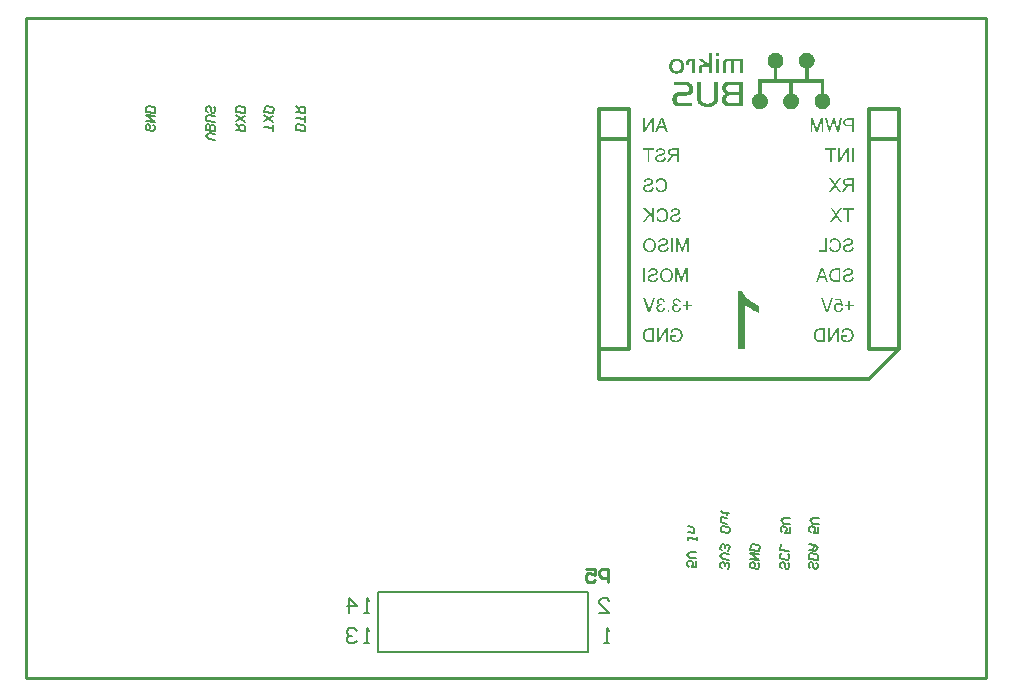
<source format=gbo>
G04 Layer_Color=32896*
%FSLAX25Y25*%
%MOIN*%
G70*
G01*
G75*
%ADD10C,0.01000*%
%ADD25C,0.00787*%
%ADD27C,0.01200*%
%ADD28C,0.00800*%
%ADD30C,0.00500*%
%ADD45C,0.00100*%
G36*
X312752Y246555D02*
X312909Y246535D01*
X313046Y246515D01*
X313169Y246487D01*
X313265Y246453D01*
X313305Y246439D01*
X313340Y246433D01*
X313374Y246419D01*
X313394Y246412D01*
X313401Y246405D01*
X313408D01*
X313538Y246344D01*
X313654Y246269D01*
X313750Y246194D01*
X313825Y246125D01*
X313886Y246057D01*
X313934Y246002D01*
X313961Y245968D01*
X313968Y245961D01*
Y245954D01*
X314030Y245845D01*
X314077Y245729D01*
X314111Y245627D01*
X314132Y245524D01*
X314146Y245442D01*
X314159Y245381D01*
Y245353D01*
Y245333D01*
Y245326D01*
Y245319D01*
X314153Y245210D01*
X314132Y245101D01*
X314111Y245005D01*
X314077Y244923D01*
X314050Y244855D01*
X314030Y244807D01*
X314009Y244773D01*
X314002Y244759D01*
X313934Y244670D01*
X313859Y244588D01*
X313784Y244520D01*
X313702Y244459D01*
X313633Y244411D01*
X313579Y244377D01*
X313538Y244349D01*
X313531Y244343D01*
X313524D01*
X313476Y244315D01*
X313415Y244295D01*
X313285Y244247D01*
X313142Y244199D01*
X312998Y244151D01*
X312868Y244117D01*
X312814Y244104D01*
X312766Y244090D01*
X312725Y244076D01*
X312691Y244069D01*
X312670Y244063D01*
X312664D01*
X312554Y244035D01*
X312452Y244008D01*
X312356Y243987D01*
X312274Y243967D01*
X312206Y243947D01*
X312138Y243926D01*
X312083Y243912D01*
X312028Y243899D01*
X311987Y243885D01*
X311953Y243871D01*
X311899Y243858D01*
X311871Y243851D01*
X311864Y243844D01*
X311769Y243803D01*
X311680Y243755D01*
X311612Y243714D01*
X311557Y243673D01*
X311516Y243632D01*
X311482Y243605D01*
X311468Y243584D01*
X311461Y243578D01*
X311420Y243516D01*
X311393Y243455D01*
X311366Y243393D01*
X311352Y243332D01*
X311345Y243284D01*
X311338Y243243D01*
Y243216D01*
Y243209D01*
X311345Y243134D01*
X311359Y243065D01*
X311380Y242997D01*
X311400Y242943D01*
X311427Y242895D01*
X311448Y242861D01*
X311461Y242833D01*
X311468Y242826D01*
X311523Y242765D01*
X311584Y242710D01*
X311646Y242662D01*
X311714Y242621D01*
X311769Y242587D01*
X311817Y242567D01*
X311844Y242553D01*
X311858Y242546D01*
X311960Y242512D01*
X312063Y242492D01*
X312158Y242471D01*
X312254Y242464D01*
X312329Y242458D01*
X312397Y242451D01*
X312452D01*
X312588Y242458D01*
X312718Y242471D01*
X312841Y242492D01*
X312937Y242519D01*
X313025Y242540D01*
X313087Y242560D01*
X313128Y242574D01*
X313135Y242581D01*
X313142D01*
X313244Y242635D01*
X313340Y242690D01*
X313415Y242751D01*
X313476Y242806D01*
X313531Y242854D01*
X313565Y242895D01*
X313586Y242922D01*
X313592Y242929D01*
X313640Y243018D01*
X313681Y243106D01*
X313708Y243202D01*
X313736Y243291D01*
X313750Y243373D01*
X313763Y243434D01*
X313770Y243475D01*
Y243482D01*
Y243489D01*
X314330Y243441D01*
X314316Y243277D01*
X314289Y243127D01*
X314248Y242983D01*
X314207Y242867D01*
X314166Y242765D01*
X314146Y242724D01*
X314125Y242690D01*
X314111Y242662D01*
X314098Y242642D01*
X314091Y242635D01*
Y242628D01*
X313995Y242505D01*
X313886Y242396D01*
X313784Y242307D01*
X313674Y242232D01*
X313586Y242171D01*
X313510Y242130D01*
X313483Y242116D01*
X313463Y242102D01*
X313449Y242095D01*
X313442D01*
X313278Y242041D01*
X313107Y242000D01*
X312937Y241966D01*
X312780Y241945D01*
X312704Y241938D01*
X312636Y241932D01*
X312575D01*
X312527Y241925D01*
X312424D01*
X312247Y241932D01*
X312090Y241952D01*
X311940Y241979D01*
X311817Y242014D01*
X311707Y242041D01*
X311666Y242055D01*
X311632Y242068D01*
X311605Y242082D01*
X311584Y242089D01*
X311571Y242095D01*
X311564D01*
X311427Y242171D01*
X311304Y242246D01*
X311202Y242328D01*
X311120Y242410D01*
X311052Y242478D01*
X311011Y242533D01*
X310977Y242574D01*
X310970Y242587D01*
X310901Y242703D01*
X310854Y242826D01*
X310813Y242943D01*
X310792Y243045D01*
X310778Y243134D01*
X310765Y243202D01*
Y243229D01*
Y243250D01*
Y243257D01*
Y243264D01*
X310772Y243393D01*
X310792Y243516D01*
X310826Y243625D01*
X310860Y243714D01*
X310895Y243796D01*
X310929Y243851D01*
X310949Y243885D01*
X310956Y243899D01*
X311031Y243994D01*
X311120Y244083D01*
X311216Y244165D01*
X311311Y244233D01*
X311400Y244281D01*
X311468Y244322D01*
X311496Y244336D01*
X311509Y244349D01*
X311523Y244356D01*
X311530D01*
X311584Y244377D01*
X311653Y244404D01*
X311721Y244431D01*
X311803Y244452D01*
X311967Y244500D01*
X312131Y244548D01*
X312281Y244582D01*
X312349Y244602D01*
X312411Y244616D01*
X312459Y244630D01*
X312493Y244636D01*
X312520Y244643D01*
X312527D01*
X312657Y244677D01*
X312773Y244705D01*
X312875Y244732D01*
X312971Y244766D01*
X313053Y244793D01*
X313121Y244814D01*
X313183Y244841D01*
X313237Y244868D01*
X313285Y244889D01*
X313326Y244903D01*
X313353Y244923D01*
X313374Y244937D01*
X313408Y244957D01*
X313415Y244964D01*
X313470Y245026D01*
X313510Y245087D01*
X313545Y245155D01*
X313565Y245217D01*
X313579Y245271D01*
X313586Y245319D01*
Y245347D01*
Y245360D01*
X313572Y245463D01*
X313545Y245551D01*
X313510Y245634D01*
X313463Y245702D01*
X313422Y245763D01*
X313381Y245804D01*
X313353Y245831D01*
X313347Y245838D01*
X313299Y245872D01*
X313244Y245907D01*
X313121Y245954D01*
X312991Y245989D01*
X312862Y246009D01*
X312745Y246030D01*
X312691D01*
X312650Y246036D01*
X312561D01*
X312377Y246030D01*
X312220Y246002D01*
X312083Y245968D01*
X311974Y245927D01*
X311892Y245886D01*
X311830Y245852D01*
X311796Y245825D01*
X311783Y245818D01*
X311694Y245729D01*
X311618Y245627D01*
X311564Y245524D01*
X311523Y245422D01*
X311496Y245326D01*
X311482Y245251D01*
X311475Y245224D01*
X311468Y245203D01*
Y245189D01*
Y245183D01*
X310901Y245224D01*
X310915Y245367D01*
X310942Y245497D01*
X310983Y245620D01*
X311024Y245722D01*
X311058Y245804D01*
X311093Y245872D01*
X311120Y245914D01*
X311127Y245927D01*
X311209Y246036D01*
X311304Y246132D01*
X311400Y246214D01*
X311496Y246282D01*
X311584Y246330D01*
X311653Y246371D01*
X311680Y246385D01*
X311701Y246392D01*
X311707Y246398D01*
X311714D01*
X311858Y246453D01*
X312008Y246494D01*
X312158Y246521D01*
X312295Y246542D01*
X312411Y246555D01*
X312459D01*
X312506Y246562D01*
X312588D01*
X312752Y246555D01*
D02*
G37*
G36*
X374422Y236555D02*
X374579Y236535D01*
X374716Y236514D01*
X374839Y236487D01*
X374935Y236453D01*
X374975Y236439D01*
X375010Y236433D01*
X375044Y236419D01*
X375064Y236412D01*
X375071Y236405D01*
X375078D01*
X375208Y236344D01*
X375324Y236269D01*
X375419Y236193D01*
X375495Y236125D01*
X375556Y236057D01*
X375604Y236002D01*
X375631Y235968D01*
X375638Y235961D01*
Y235954D01*
X375699Y235845D01*
X375747Y235729D01*
X375781Y235627D01*
X375802Y235524D01*
X375816Y235442D01*
X375829Y235381D01*
Y235353D01*
Y235333D01*
Y235326D01*
Y235319D01*
X375822Y235210D01*
X375802Y235101D01*
X375781Y235005D01*
X375747Y234923D01*
X375720Y234855D01*
X375699Y234807D01*
X375679Y234773D01*
X375672Y234759D01*
X375604Y234670D01*
X375529Y234588D01*
X375454Y234520D01*
X375372Y234459D01*
X375303Y234411D01*
X375249Y234377D01*
X375208Y234349D01*
X375201Y234343D01*
X375194D01*
X375146Y234315D01*
X375085Y234295D01*
X374955Y234247D01*
X374812Y234199D01*
X374668Y234151D01*
X374538Y234117D01*
X374484Y234103D01*
X374436Y234090D01*
X374395Y234076D01*
X374361Y234069D01*
X374340Y234063D01*
X374334D01*
X374224Y234035D01*
X374122Y234008D01*
X374026Y233987D01*
X373944Y233967D01*
X373876Y233946D01*
X373808Y233926D01*
X373753Y233912D01*
X373698Y233898D01*
X373657Y233885D01*
X373623Y233871D01*
X373569Y233858D01*
X373541Y233851D01*
X373534Y233844D01*
X373439Y233803D01*
X373350Y233755D01*
X373282Y233714D01*
X373227Y233673D01*
X373186Y233632D01*
X373152Y233605D01*
X373138Y233584D01*
X373131Y233577D01*
X373090Y233516D01*
X373063Y233455D01*
X373036Y233393D01*
X373022Y233332D01*
X373015Y233284D01*
X373008Y233243D01*
Y233215D01*
Y233209D01*
X373015Y233134D01*
X373029Y233065D01*
X373049Y232997D01*
X373070Y232942D01*
X373097Y232894D01*
X373118Y232860D01*
X373131Y232833D01*
X373138Y232826D01*
X373193Y232765D01*
X373254Y232710D01*
X373316Y232662D01*
X373384Y232621D01*
X373439Y232587D01*
X373487Y232567D01*
X373514Y232553D01*
X373528Y232546D01*
X373630Y232512D01*
X373732Y232492D01*
X373828Y232471D01*
X373924Y232464D01*
X373999Y232457D01*
X374067Y232451D01*
X374122D01*
X374258Y232457D01*
X374388Y232471D01*
X374511Y232492D01*
X374607Y232519D01*
X374695Y232539D01*
X374757Y232560D01*
X374798Y232574D01*
X374805Y232580D01*
X374812D01*
X374914Y232635D01*
X375010Y232690D01*
X375085Y232751D01*
X375146Y232806D01*
X375201Y232854D01*
X375235Y232894D01*
X375255Y232922D01*
X375262Y232929D01*
X375310Y233017D01*
X375351Y233106D01*
X375378Y233202D01*
X375406Y233291D01*
X375419Y233373D01*
X375433Y233434D01*
X375440Y233475D01*
Y233482D01*
Y233489D01*
X376000Y233441D01*
X375986Y233277D01*
X375959Y233127D01*
X375918Y232983D01*
X375877Y232867D01*
X375836Y232765D01*
X375816Y232724D01*
X375795Y232690D01*
X375781Y232662D01*
X375768Y232642D01*
X375761Y232635D01*
Y232628D01*
X375665Y232505D01*
X375556Y232396D01*
X375454Y232307D01*
X375344Y232232D01*
X375255Y232171D01*
X375180Y232130D01*
X375153Y232116D01*
X375133Y232102D01*
X375119Y232095D01*
X375112D01*
X374948Y232041D01*
X374777Y232000D01*
X374607Y231966D01*
X374450Y231945D01*
X374375Y231938D01*
X374306Y231931D01*
X374245D01*
X374197Y231925D01*
X374094D01*
X373917Y231931D01*
X373760Y231952D01*
X373609Y231979D01*
X373487Y232014D01*
X373377Y232041D01*
X373336Y232054D01*
X373302Y232068D01*
X373275Y232082D01*
X373254Y232089D01*
X373241Y232095D01*
X373234D01*
X373097Y232171D01*
X372974Y232246D01*
X372872Y232328D01*
X372790Y232410D01*
X372722Y232478D01*
X372681Y232533D01*
X372646Y232574D01*
X372640Y232587D01*
X372571Y232703D01*
X372523Y232826D01*
X372482Y232942D01*
X372462Y233045D01*
X372448Y233134D01*
X372435Y233202D01*
Y233229D01*
Y233250D01*
Y233257D01*
Y233263D01*
X372442Y233393D01*
X372462Y233516D01*
X372496Y233625D01*
X372530Y233714D01*
X372565Y233796D01*
X372599Y233851D01*
X372619Y233885D01*
X372626Y233898D01*
X372701Y233994D01*
X372790Y234083D01*
X372885Y234165D01*
X372981Y234233D01*
X373070Y234281D01*
X373138Y234322D01*
X373165Y234336D01*
X373179Y234349D01*
X373193Y234356D01*
X373200D01*
X373254Y234377D01*
X373323Y234404D01*
X373391Y234431D01*
X373473Y234452D01*
X373637Y234500D01*
X373801Y234547D01*
X373951Y234581D01*
X374019Y234602D01*
X374081Y234616D01*
X374129Y234629D01*
X374163Y234636D01*
X374190Y234643D01*
X374197D01*
X374327Y234677D01*
X374443Y234704D01*
X374545Y234732D01*
X374641Y234766D01*
X374723Y234793D01*
X374791Y234814D01*
X374853Y234841D01*
X374907Y234868D01*
X374955Y234889D01*
X374996Y234903D01*
X375023Y234923D01*
X375044Y234937D01*
X375078Y234957D01*
X375085Y234964D01*
X375139Y235026D01*
X375180Y235087D01*
X375215Y235155D01*
X375235Y235217D01*
X375249Y235271D01*
X375255Y235319D01*
Y235347D01*
Y235360D01*
X375242Y235463D01*
X375215Y235551D01*
X375180Y235633D01*
X375133Y235702D01*
X375092Y235763D01*
X375051Y235804D01*
X375023Y235831D01*
X375016Y235838D01*
X374969Y235872D01*
X374914Y235907D01*
X374791Y235954D01*
X374661Y235988D01*
X374532Y236009D01*
X374415Y236030D01*
X374361D01*
X374320Y236036D01*
X374231D01*
X374047Y236030D01*
X373889Y236002D01*
X373753Y235968D01*
X373644Y235927D01*
X373562Y235886D01*
X373500Y235852D01*
X373466Y235825D01*
X373452Y235818D01*
X373364Y235729D01*
X373288Y235627D01*
X373234Y235524D01*
X373193Y235422D01*
X373165Y235326D01*
X373152Y235251D01*
X373145Y235224D01*
X373138Y235203D01*
Y235189D01*
Y235183D01*
X372571Y235224D01*
X372585Y235367D01*
X372612Y235497D01*
X372653Y235620D01*
X372694Y235722D01*
X372728Y235804D01*
X372763Y235872D01*
X372790Y235913D01*
X372797Y235927D01*
X372879Y236036D01*
X372974Y236132D01*
X373070Y236214D01*
X373165Y236282D01*
X373254Y236330D01*
X373323Y236371D01*
X373350Y236385D01*
X373370Y236391D01*
X373377Y236398D01*
X373384D01*
X373528Y236453D01*
X373678Y236494D01*
X373828Y236521D01*
X373965Y236542D01*
X374081Y236555D01*
X374129D01*
X374176Y236562D01*
X374258D01*
X374422Y236555D01*
D02*
G37*
G36*
X367592Y232000D02*
X366964D01*
X366479Y233359D01*
X364594D01*
X364075Y232000D01*
X363405D01*
X365229Y236487D01*
X365878D01*
X367592Y232000D01*
D02*
G37*
G36*
X309371Y282000D02*
X308804D01*
Y285524D01*
X306448Y282000D01*
X305840D01*
Y286487D01*
X306407D01*
Y282963D01*
X308770Y286487D01*
X309371D01*
Y282000D01*
D02*
G37*
G36*
X315771Y242000D02*
X315177D01*
Y246487D01*
X315771D01*
Y242000D01*
D02*
G37*
G36*
X313987Y212000D02*
X313420D01*
Y215524D01*
X311064Y212000D01*
X310456D01*
Y216487D01*
X311023D01*
Y212963D01*
X313386Y216487D01*
X313987D01*
Y212000D01*
D02*
G37*
G36*
X314036Y282000D02*
X313408D01*
X312923Y283359D01*
X311038D01*
X310519Y282000D01*
X309849D01*
X311673Y286487D01*
X312322D01*
X314036Y282000D01*
D02*
G37*
G36*
X367128Y242000D02*
X364328D01*
Y242526D01*
X366534D01*
Y246487D01*
X367128D01*
Y242000D01*
D02*
G37*
G36*
X369901Y246549D02*
X370106Y246521D01*
X370290Y246474D01*
X370372Y246453D01*
X370447Y246426D01*
X370515Y246398D01*
X370584Y246378D01*
X370638Y246351D01*
X370679Y246330D01*
X370720Y246316D01*
X370748Y246303D01*
X370761Y246289D01*
X370768D01*
X370939Y246180D01*
X371096Y246050D01*
X371226Y245920D01*
X371328Y245791D01*
X371417Y245674D01*
X371451Y245626D01*
X371479Y245586D01*
X371499Y245545D01*
X371513Y245517D01*
X371526Y245504D01*
Y245497D01*
X371615Y245299D01*
X371683Y245087D01*
X371724Y244882D01*
X371759Y244691D01*
X371772Y244602D01*
X371779Y244527D01*
X371786Y244452D01*
Y244390D01*
X371793Y244342D01*
Y244308D01*
Y244281D01*
Y244274D01*
X371786Y244035D01*
X371759Y243817D01*
X371718Y243612D01*
X371697Y243516D01*
X371677Y243434D01*
X371656Y243352D01*
X371636Y243284D01*
X371615Y243222D01*
X371595Y243168D01*
X371581Y243127D01*
X371567Y243099D01*
X371561Y243079D01*
Y243072D01*
X371465Y242874D01*
X371349Y242703D01*
X371239Y242553D01*
X371123Y242437D01*
X371028Y242341D01*
X370946Y242273D01*
X370912Y242252D01*
X370891Y242232D01*
X370878Y242225D01*
X370871Y242218D01*
X370782Y242164D01*
X370686Y242123D01*
X370495Y242048D01*
X370297Y242000D01*
X370106Y241959D01*
X370024Y241952D01*
X369942Y241938D01*
X369873Y241932D01*
X369812D01*
X369757Y241925D01*
X369689D01*
X369559Y241932D01*
X369436Y241938D01*
X369211Y241986D01*
X369109Y242014D01*
X369006Y242048D01*
X368917Y242082D01*
X368835Y242116D01*
X368760Y242150D01*
X368699Y242184D01*
X368644Y242218D01*
X368596Y242246D01*
X368555Y242273D01*
X368528Y242294D01*
X368514Y242300D01*
X368508Y242307D01*
X368419Y242382D01*
X368337Y242464D01*
X368200Y242642D01*
X368077Y242826D01*
X367988Y243011D01*
X367947Y243093D01*
X367920Y243168D01*
X367893Y243243D01*
X367865Y243298D01*
X367852Y243352D01*
X367838Y243386D01*
X367831Y243414D01*
Y243420D01*
X368425Y243571D01*
X368480Y243373D01*
X368548Y243195D01*
X368630Y243052D01*
X368706Y242929D01*
X368781Y242840D01*
X368842Y242772D01*
X368883Y242731D01*
X368890Y242724D01*
X368897Y242717D01*
X369033Y242621D01*
X369170Y242553D01*
X369313Y242498D01*
X369443Y242464D01*
X369559Y242444D01*
X369614Y242437D01*
X369655D01*
X369689Y242430D01*
X369737D01*
X369887Y242437D01*
X370031Y242464D01*
X370160Y242498D01*
X370270Y242532D01*
X370365Y242573D01*
X370440Y242601D01*
X370468Y242615D01*
X370488Y242628D01*
X370495Y242635D01*
X370502D01*
X370625Y242724D01*
X370727Y242826D01*
X370816Y242929D01*
X370891Y243038D01*
X370946Y243127D01*
X370980Y243209D01*
X370994Y243236D01*
X371007Y243256D01*
X371014Y243270D01*
Y243277D01*
X371069Y243441D01*
X371110Y243612D01*
X371137Y243782D01*
X371158Y243939D01*
X371164Y244008D01*
X371171Y244069D01*
Y244131D01*
X371178Y244179D01*
Y244219D01*
Y244247D01*
Y244267D01*
Y244274D01*
X371171Y244438D01*
X371158Y244595D01*
X371137Y244739D01*
X371110Y244868D01*
X371082Y244978D01*
X371076Y245025D01*
X371062Y245060D01*
X371055Y245094D01*
X371048Y245114D01*
X371041Y245128D01*
Y245135D01*
X370980Y245285D01*
X370905Y245422D01*
X370823Y245531D01*
X370748Y245626D01*
X370673Y245702D01*
X370611Y245756D01*
X370570Y245791D01*
X370563Y245804D01*
X370556D01*
X370420Y245886D01*
X370276Y245948D01*
X370133Y245995D01*
X369996Y246023D01*
X369873Y246043D01*
X369826Y246050D01*
X369778D01*
X369744Y246057D01*
X369696D01*
X369532Y246050D01*
X369389Y246023D01*
X369259Y245988D01*
X369156Y245948D01*
X369068Y245900D01*
X369006Y245866D01*
X368965Y245838D01*
X368951Y245831D01*
X368842Y245736D01*
X368753Y245626D01*
X368671Y245504D01*
X368610Y245388D01*
X368562Y245285D01*
X368542Y245237D01*
X368521Y245196D01*
X368508Y245162D01*
X368501Y245135D01*
X368494Y245121D01*
Y245114D01*
X367906Y245251D01*
X367988Y245469D01*
X368036Y245572D01*
X368084Y245661D01*
X368139Y245749D01*
X368193Y245831D01*
X368241Y245900D01*
X368296Y245968D01*
X368344Y246023D01*
X368391Y246071D01*
X368439Y246118D01*
X368473Y246152D01*
X368508Y246180D01*
X368528Y246200D01*
X368542Y246207D01*
X368548Y246214D01*
X368637Y246275D01*
X368726Y246330D01*
X368822Y246378D01*
X368917Y246419D01*
X369109Y246480D01*
X369286Y246521D01*
X369368Y246535D01*
X369443Y246542D01*
X369512Y246549D01*
X369566Y246555D01*
X369614Y246562D01*
X369682D01*
X369901Y246549D01*
D02*
G37*
G36*
X370174Y275961D02*
X368699D01*
Y272000D01*
X368105D01*
Y275961D01*
X366629D01*
Y276487D01*
X370174D01*
Y275961D01*
D02*
G37*
G36*
X374422Y246555D02*
X374579Y246535D01*
X374716Y246514D01*
X374839Y246487D01*
X374935Y246453D01*
X374975Y246439D01*
X375010Y246432D01*
X375044Y246419D01*
X375064Y246412D01*
X375071Y246405D01*
X375078D01*
X375208Y246344D01*
X375324Y246269D01*
X375419Y246193D01*
X375495Y246125D01*
X375556Y246057D01*
X375604Y246002D01*
X375631Y245968D01*
X375638Y245961D01*
Y245954D01*
X375699Y245845D01*
X375747Y245729D01*
X375781Y245626D01*
X375802Y245524D01*
X375816Y245442D01*
X375829Y245381D01*
Y245353D01*
Y245333D01*
Y245326D01*
Y245319D01*
X375822Y245210D01*
X375802Y245101D01*
X375781Y245005D01*
X375747Y244923D01*
X375720Y244855D01*
X375699Y244807D01*
X375679Y244773D01*
X375672Y244759D01*
X375604Y244670D01*
X375529Y244588D01*
X375454Y244520D01*
X375372Y244459D01*
X375303Y244411D01*
X375249Y244377D01*
X375208Y244349D01*
X375201Y244342D01*
X375194D01*
X375146Y244315D01*
X375085Y244295D01*
X374955Y244247D01*
X374812Y244199D01*
X374668Y244151D01*
X374538Y244117D01*
X374484Y244103D01*
X374436Y244090D01*
X374395Y244076D01*
X374361Y244069D01*
X374340Y244062D01*
X374334D01*
X374224Y244035D01*
X374122Y244008D01*
X374026Y243987D01*
X373944Y243967D01*
X373876Y243946D01*
X373808Y243926D01*
X373753Y243912D01*
X373698Y243899D01*
X373657Y243885D01*
X373623Y243871D01*
X373569Y243858D01*
X373541Y243851D01*
X373534Y243844D01*
X373439Y243803D01*
X373350Y243755D01*
X373282Y243714D01*
X373227Y243673D01*
X373186Y243632D01*
X373152Y243605D01*
X373138Y243584D01*
X373131Y243578D01*
X373090Y243516D01*
X373063Y243455D01*
X373036Y243393D01*
X373022Y243332D01*
X373015Y243284D01*
X373008Y243243D01*
Y243215D01*
Y243209D01*
X373015Y243134D01*
X373029Y243065D01*
X373049Y242997D01*
X373070Y242942D01*
X373097Y242895D01*
X373118Y242860D01*
X373131Y242833D01*
X373138Y242826D01*
X373193Y242765D01*
X373254Y242710D01*
X373316Y242662D01*
X373384Y242621D01*
X373439Y242587D01*
X373487Y242567D01*
X373514Y242553D01*
X373528Y242546D01*
X373630Y242512D01*
X373732Y242492D01*
X373828Y242471D01*
X373924Y242464D01*
X373999Y242457D01*
X374067Y242451D01*
X374122D01*
X374258Y242457D01*
X374388Y242471D01*
X374511Y242492D01*
X374607Y242519D01*
X374695Y242539D01*
X374757Y242560D01*
X374798Y242573D01*
X374805Y242580D01*
X374812D01*
X374914Y242635D01*
X375010Y242690D01*
X375085Y242751D01*
X375146Y242806D01*
X375201Y242853D01*
X375235Y242895D01*
X375255Y242922D01*
X375262Y242929D01*
X375310Y243018D01*
X375351Y243106D01*
X375378Y243202D01*
X375406Y243291D01*
X375419Y243373D01*
X375433Y243434D01*
X375440Y243475D01*
Y243482D01*
Y243489D01*
X376000Y243441D01*
X375986Y243277D01*
X375959Y243127D01*
X375918Y242983D01*
X375877Y242867D01*
X375836Y242765D01*
X375816Y242724D01*
X375795Y242690D01*
X375781Y242662D01*
X375768Y242642D01*
X375761Y242635D01*
Y242628D01*
X375665Y242505D01*
X375556Y242396D01*
X375454Y242307D01*
X375344Y242232D01*
X375255Y242171D01*
X375180Y242130D01*
X375153Y242116D01*
X375133Y242102D01*
X375119Y242095D01*
X375112D01*
X374948Y242041D01*
X374777Y242000D01*
X374607Y241966D01*
X374450Y241945D01*
X374375Y241938D01*
X374306Y241932D01*
X374245D01*
X374197Y241925D01*
X374094D01*
X373917Y241932D01*
X373760Y241952D01*
X373609Y241979D01*
X373487Y242014D01*
X373377Y242041D01*
X373336Y242054D01*
X373302Y242068D01*
X373275Y242082D01*
X373254Y242089D01*
X373241Y242095D01*
X373234D01*
X373097Y242171D01*
X372974Y242246D01*
X372872Y242328D01*
X372790Y242410D01*
X372722Y242478D01*
X372681Y242532D01*
X372646Y242573D01*
X372640Y242587D01*
X372571Y242703D01*
X372523Y242826D01*
X372482Y242942D01*
X372462Y243045D01*
X372448Y243134D01*
X372435Y243202D01*
Y243229D01*
Y243250D01*
Y243256D01*
Y243263D01*
X372442Y243393D01*
X372462Y243516D01*
X372496Y243625D01*
X372530Y243714D01*
X372565Y243796D01*
X372599Y243851D01*
X372619Y243885D01*
X372626Y243899D01*
X372701Y243994D01*
X372790Y244083D01*
X372885Y244165D01*
X372981Y244233D01*
X373070Y244281D01*
X373138Y244322D01*
X373165Y244336D01*
X373179Y244349D01*
X373193Y244356D01*
X373200D01*
X373254Y244377D01*
X373323Y244404D01*
X373391Y244431D01*
X373473Y244452D01*
X373637Y244500D01*
X373801Y244547D01*
X373951Y244582D01*
X374019Y244602D01*
X374081Y244616D01*
X374129Y244629D01*
X374163Y244636D01*
X374190Y244643D01*
X374197D01*
X374327Y244677D01*
X374443Y244705D01*
X374545Y244732D01*
X374641Y244766D01*
X374723Y244793D01*
X374791Y244814D01*
X374853Y244841D01*
X374907Y244868D01*
X374955Y244889D01*
X374996Y244903D01*
X375023Y244923D01*
X375044Y244937D01*
X375078Y244957D01*
X375085Y244964D01*
X375139Y245025D01*
X375180Y245087D01*
X375215Y245155D01*
X375235Y245217D01*
X375249Y245271D01*
X375255Y245319D01*
Y245346D01*
Y245360D01*
X375242Y245463D01*
X375215Y245551D01*
X375180Y245633D01*
X375133Y245702D01*
X375092Y245763D01*
X375051Y245804D01*
X375023Y245831D01*
X375016Y245838D01*
X374969Y245872D01*
X374914Y245907D01*
X374791Y245954D01*
X374661Y245988D01*
X374532Y246009D01*
X374415Y246029D01*
X374361D01*
X374320Y246036D01*
X374231D01*
X374047Y246029D01*
X373889Y246002D01*
X373753Y245968D01*
X373644Y245927D01*
X373562Y245886D01*
X373500Y245852D01*
X373466Y245825D01*
X373452Y245818D01*
X373364Y245729D01*
X373288Y245626D01*
X373234Y245524D01*
X373193Y245422D01*
X373165Y245326D01*
X373152Y245251D01*
X373145Y245224D01*
X373138Y245203D01*
Y245189D01*
Y245183D01*
X372571Y245224D01*
X372585Y245367D01*
X372612Y245497D01*
X372653Y245620D01*
X372694Y245722D01*
X372728Y245804D01*
X372763Y245872D01*
X372790Y245913D01*
X372797Y245927D01*
X372879Y246036D01*
X372974Y246132D01*
X373070Y246214D01*
X373165Y246282D01*
X373254Y246330D01*
X373323Y246371D01*
X373350Y246385D01*
X373370Y246392D01*
X373377Y246398D01*
X373384D01*
X373528Y246453D01*
X373678Y246494D01*
X373828Y246521D01*
X373965Y246542D01*
X374081Y246555D01*
X374129D01*
X374176Y246562D01*
X374258D01*
X374422Y246555D01*
D02*
G37*
G36*
X371622Y232000D02*
X370010D01*
X369860Y232007D01*
X369723Y232014D01*
X369600Y232027D01*
X369498Y232041D01*
X369409Y232054D01*
X369348Y232061D01*
X369307Y232075D01*
X369293D01*
X369177Y232109D01*
X369074Y232143D01*
X368986Y232177D01*
X368911Y232211D01*
X368849Y232246D01*
X368801Y232273D01*
X368767Y232287D01*
X368760Y232294D01*
X368678Y232355D01*
X368603Y232423D01*
X368528Y232492D01*
X368473Y232553D01*
X368419Y232614D01*
X368385Y232662D01*
X368357Y232690D01*
X368350Y232703D01*
X368282Y232806D01*
X368221Y232915D01*
X368166Y233024D01*
X368125Y233127D01*
X368091Y233222D01*
X368063Y233291D01*
X368057Y233318D01*
X368050Y233338D01*
X368043Y233352D01*
Y233359D01*
X368002Y233509D01*
X367975Y233666D01*
X367947Y233823D01*
X367934Y233960D01*
X367927Y234083D01*
Y234138D01*
X367920Y234179D01*
Y234220D01*
Y234247D01*
Y234261D01*
Y234267D01*
X367927Y234486D01*
X367947Y234684D01*
X367975Y234862D01*
X367995Y234944D01*
X368009Y235019D01*
X368023Y235087D01*
X368043Y235148D01*
X368057Y235203D01*
X368070Y235244D01*
X368084Y235278D01*
X368091Y235306D01*
X368098Y235319D01*
Y235326D01*
X368173Y235497D01*
X368255Y235647D01*
X368344Y235777D01*
X368432Y235886D01*
X368508Y235975D01*
X368569Y236043D01*
X368617Y236084D01*
X368624Y236098D01*
X368630D01*
X368740Y236180D01*
X368849Y236248D01*
X368958Y236303D01*
X369061Y236344D01*
X369149Y236378D01*
X369225Y236398D01*
X369252Y236412D01*
X369266D01*
X369279Y236419D01*
X369286D01*
X369395Y236439D01*
X369525Y236460D01*
X369662Y236473D01*
X369785Y236480D01*
X369901Y236487D01*
X371622D01*
Y232000D01*
D02*
G37*
G36*
X308163Y246555D02*
X308333Y246535D01*
X308490Y246501D01*
X308634Y246467D01*
X308770Y246412D01*
X308900Y246364D01*
X309016Y246303D01*
X309126Y246248D01*
X309221Y246187D01*
X309303Y246125D01*
X309371Y246077D01*
X309433Y246030D01*
X309481Y245989D01*
X309515Y245954D01*
X309535Y245934D01*
X309542Y245927D01*
X309645Y245804D01*
X309740Y245674D01*
X309815Y245531D01*
X309884Y245388D01*
X309945Y245244D01*
X309993Y245101D01*
X310027Y244957D01*
X310061Y244821D01*
X310089Y244684D01*
X310102Y244568D01*
X310116Y244459D01*
X310130Y244363D01*
Y244288D01*
X310136Y244227D01*
Y244192D01*
Y244179D01*
X310123Y243960D01*
X310095Y243755D01*
X310054Y243564D01*
X310034Y243482D01*
X310007Y243400D01*
X309986Y243325D01*
X309966Y243257D01*
X309945Y243202D01*
X309925Y243154D01*
X309904Y243113D01*
X309897Y243086D01*
X309884Y243065D01*
Y243059D01*
X309774Y242874D01*
X309658Y242703D01*
X309529Y242567D01*
X309406Y242444D01*
X309296Y242348D01*
X309248Y242314D01*
X309208Y242280D01*
X309173Y242260D01*
X309146Y242239D01*
X309132Y242232D01*
X309126Y242225D01*
X309030Y242171D01*
X308934Y242130D01*
X308736Y242055D01*
X308545Y242000D01*
X308374Y241966D01*
X308292Y241952D01*
X308217Y241938D01*
X308156Y241932D01*
X308101D01*
X308053Y241925D01*
X307992D01*
X307780Y241938D01*
X307575Y241966D01*
X307391Y242014D01*
X307234Y242061D01*
X307159Y242089D01*
X307097Y242109D01*
X307042Y242137D01*
X306995Y242157D01*
X306954Y242171D01*
X306926Y242184D01*
X306913Y242198D01*
X306906D01*
X306728Y242314D01*
X306571Y242444D01*
X306435Y242581D01*
X306325Y242710D01*
X306243Y242826D01*
X306209Y242881D01*
X306175Y242922D01*
X306154Y242963D01*
X306141Y242990D01*
X306127Y243004D01*
Y243011D01*
X306032Y243216D01*
X305963Y243427D01*
X305915Y243632D01*
X305881Y243824D01*
X305868Y243912D01*
X305861Y243987D01*
X305854Y244056D01*
Y244117D01*
X305847Y244165D01*
Y244206D01*
Y244227D01*
Y244233D01*
X305861Y244479D01*
X305888Y244705D01*
X305929Y244910D01*
X305957Y244998D01*
X305977Y245087D01*
X306004Y245162D01*
X306032Y245231D01*
X306052Y245292D01*
X306073Y245340D01*
X306086Y245381D01*
X306100Y245408D01*
X306114Y245429D01*
Y245435D01*
X306223Y245627D01*
X306339Y245791D01*
X306469Y245934D01*
X306592Y246050D01*
X306701Y246139D01*
X306749Y246180D01*
X306790Y246207D01*
X306824Y246234D01*
X306851Y246248D01*
X306865Y246262D01*
X306872D01*
X306967Y246317D01*
X307063Y246364D01*
X307254Y246433D01*
X307445Y246487D01*
X307616Y246528D01*
X307698Y246535D01*
X307766Y246549D01*
X307835Y246555D01*
X307889D01*
X307930Y246562D01*
X307992D01*
X308163Y246555D01*
D02*
G37*
G36*
X312008Y266549D02*
X312213Y266521D01*
X312397Y266474D01*
X312479Y266453D01*
X312555Y266426D01*
X312623Y266398D01*
X312691Y266378D01*
X312746Y266351D01*
X312787Y266330D01*
X312828Y266316D01*
X312855Y266303D01*
X312869Y266289D01*
X312876D01*
X313046Y266180D01*
X313203Y266050D01*
X313333Y265920D01*
X313436Y265791D01*
X313524Y265674D01*
X313559Y265627D01*
X313586Y265586D01*
X313606Y265545D01*
X313620Y265517D01*
X313634Y265504D01*
Y265497D01*
X313722Y265299D01*
X313791Y265087D01*
X313832Y264882D01*
X313866Y264691D01*
X313879Y264602D01*
X313886Y264527D01*
X313893Y264452D01*
Y264390D01*
X313900Y264342D01*
Y264308D01*
Y264281D01*
Y264274D01*
X313893Y264035D01*
X313866Y263817D01*
X313825Y263612D01*
X313804Y263516D01*
X313784Y263434D01*
X313763Y263352D01*
X313743Y263284D01*
X313722Y263222D01*
X313702Y263168D01*
X313688Y263127D01*
X313675Y263099D01*
X313668Y263079D01*
Y263072D01*
X313572Y262874D01*
X313456Y262703D01*
X313347Y262553D01*
X313231Y262437D01*
X313135Y262341D01*
X313053Y262273D01*
X313019Y262252D01*
X312998Y262232D01*
X312985Y262225D01*
X312978Y262218D01*
X312889Y262164D01*
X312793Y262123D01*
X312602Y262048D01*
X312404Y262000D01*
X312213Y261959D01*
X312131Y261952D01*
X312049Y261938D01*
X311981Y261931D01*
X311919D01*
X311865Y261925D01*
X311796D01*
X311667Y261931D01*
X311544Y261938D01*
X311318Y261986D01*
X311216Y262014D01*
X311113Y262048D01*
X311025Y262082D01*
X310943Y262116D01*
X310868Y262150D01*
X310806Y262184D01*
X310751Y262218D01*
X310704Y262246D01*
X310663Y262273D01*
X310635Y262294D01*
X310622Y262300D01*
X310615Y262307D01*
X310526Y262382D01*
X310444Y262464D01*
X310307Y262642D01*
X310185Y262826D01*
X310096Y263011D01*
X310055Y263093D01*
X310027Y263168D01*
X310000Y263243D01*
X309973Y263298D01*
X309959Y263352D01*
X309945Y263386D01*
X309939Y263414D01*
Y263420D01*
X310533Y263571D01*
X310587Y263373D01*
X310656Y263195D01*
X310738Y263052D01*
X310813Y262929D01*
X310888Y262840D01*
X310949Y262772D01*
X310990Y262731D01*
X310997Y262724D01*
X311004Y262717D01*
X311141Y262621D01*
X311277Y262553D01*
X311421Y262498D01*
X311550Y262464D01*
X311667Y262444D01*
X311721Y262437D01*
X311762D01*
X311796Y262430D01*
X311844D01*
X311994Y262437D01*
X312138Y262464D01*
X312268Y262498D01*
X312377Y262532D01*
X312473Y262574D01*
X312548Y262601D01*
X312575Y262614D01*
X312596Y262628D01*
X312602Y262635D01*
X312609D01*
X312732Y262724D01*
X312835Y262826D01*
X312923Y262929D01*
X312998Y263038D01*
X313053Y263127D01*
X313087Y263209D01*
X313101Y263236D01*
X313115Y263257D01*
X313121Y263270D01*
Y263277D01*
X313176Y263441D01*
X313217Y263612D01*
X313244Y263782D01*
X313265Y263939D01*
X313272Y264008D01*
X313279Y264069D01*
Y264131D01*
X313285Y264179D01*
Y264219D01*
Y264247D01*
Y264267D01*
Y264274D01*
X313279Y264438D01*
X313265Y264595D01*
X313244Y264739D01*
X313217Y264868D01*
X313190Y264978D01*
X313183Y265025D01*
X313169Y265060D01*
X313162Y265094D01*
X313156Y265114D01*
X313149Y265128D01*
Y265135D01*
X313087Y265285D01*
X313012Y265422D01*
X312930Y265531D01*
X312855Y265627D01*
X312780Y265702D01*
X312718Y265756D01*
X312677Y265791D01*
X312671Y265804D01*
X312664D01*
X312527Y265886D01*
X312384Y265948D01*
X312240Y265995D01*
X312104Y266023D01*
X311981Y266043D01*
X311933Y266050D01*
X311885D01*
X311851Y266057D01*
X311803D01*
X311639Y266050D01*
X311496Y266023D01*
X311366Y265988D01*
X311264Y265948D01*
X311175Y265900D01*
X311113Y265866D01*
X311072Y265838D01*
X311059Y265831D01*
X310949Y265736D01*
X310861Y265627D01*
X310779Y265504D01*
X310717Y265388D01*
X310669Y265285D01*
X310649Y265237D01*
X310628Y265196D01*
X310615Y265162D01*
X310608Y265135D01*
X310601Y265121D01*
Y265114D01*
X310014Y265251D01*
X310096Y265469D01*
X310143Y265572D01*
X310191Y265661D01*
X310246Y265750D01*
X310301Y265831D01*
X310348Y265900D01*
X310403Y265968D01*
X310451Y266023D01*
X310499Y266071D01*
X310546Y266118D01*
X310581Y266152D01*
X310615Y266180D01*
X310635Y266200D01*
X310649Y266207D01*
X310656Y266214D01*
X310745Y266275D01*
X310833Y266330D01*
X310929Y266378D01*
X311025Y266419D01*
X311216Y266480D01*
X311393Y266521D01*
X311475Y266535D01*
X311550Y266542D01*
X311619Y266549D01*
X311673Y266555D01*
X311721Y266562D01*
X311789D01*
X312008Y266549D01*
D02*
G37*
G36*
X317006Y216549D02*
X317224Y216521D01*
X317429Y216474D01*
X317518Y216446D01*
X317600Y216426D01*
X317675Y216398D01*
X317743Y216371D01*
X317805Y216351D01*
X317853Y216323D01*
X317887Y216309D01*
X317921Y216296D01*
X317934Y216282D01*
X317941D01*
X318037Y216228D01*
X318119Y216166D01*
X318283Y216036D01*
X318413Y215900D01*
X318529Y215763D01*
X318611Y215633D01*
X318645Y215586D01*
X318679Y215538D01*
X318700Y215497D01*
X318713Y215469D01*
X318727Y215449D01*
Y215442D01*
X318816Y215230D01*
X318884Y215012D01*
X318932Y214807D01*
X318966Y214616D01*
X318980Y214534D01*
X318986Y214459D01*
X318993Y214390D01*
Y214329D01*
X319000Y214281D01*
Y214247D01*
Y214226D01*
Y214219D01*
X318986Y213981D01*
X318959Y213755D01*
X318911Y213550D01*
X318891Y213455D01*
X318863Y213373D01*
X318836Y213291D01*
X318816Y213222D01*
X318788Y213161D01*
X318768Y213113D01*
X318754Y213072D01*
X318741Y213045D01*
X318727Y213024D01*
Y213018D01*
X318611Y212833D01*
X318481Y212669D01*
X318351Y212526D01*
X318215Y212410D01*
X318098Y212321D01*
X318051Y212287D01*
X318003Y212259D01*
X317969Y212232D01*
X317934Y212218D01*
X317921Y212211D01*
X317914Y212205D01*
X317709Y212109D01*
X317497Y212041D01*
X317299Y211993D01*
X317108Y211959D01*
X317026Y211945D01*
X316951Y211938D01*
X316883Y211931D01*
X316821D01*
X316773Y211925D01*
X316712D01*
X316534Y211931D01*
X316357Y211952D01*
X316200Y211979D01*
X316056Y212014D01*
X315995Y212027D01*
X315933Y212041D01*
X315885Y212054D01*
X315844Y212068D01*
X315810Y212082D01*
X315783Y212089D01*
X315769Y212095D01*
X315763D01*
X315592Y212171D01*
X315421Y212252D01*
X315271Y212341D01*
X315134Y212423D01*
X315018Y212505D01*
X314970Y212532D01*
X314929Y212567D01*
X314895Y212587D01*
X314875Y212608D01*
X314861Y212614D01*
X314854Y212621D01*
Y214288D01*
X316753D01*
Y213762D01*
X315435D01*
Y212915D01*
X315517Y212854D01*
X315605Y212792D01*
X315694Y212737D01*
X315783Y212690D01*
X315865Y212649D01*
X315933Y212621D01*
X315961Y212608D01*
X315981Y212601D01*
X315988Y212594D01*
X315995D01*
X316131Y212546D01*
X316268Y212512D01*
X316398Y212485D01*
X316507Y212471D01*
X316603Y212457D01*
X316678Y212451D01*
X316746D01*
X316910Y212457D01*
X317067Y212478D01*
X317204Y212512D01*
X317334Y212546D01*
X317436Y212580D01*
X317484Y212601D01*
X317518Y212614D01*
X317545Y212621D01*
X317566Y212635D01*
X317579Y212642D01*
X317586D01*
X317723Y212724D01*
X317846Y212819D01*
X317948Y212922D01*
X318030Y213018D01*
X318092Y213106D01*
X318139Y213175D01*
X318160Y213202D01*
X318174Y213222D01*
X318180Y213236D01*
Y213243D01*
X318249Y213407D01*
X318297Y213571D01*
X318337Y213741D01*
X318358Y213905D01*
X318365Y213974D01*
X318372Y214042D01*
X318378Y214103D01*
Y214151D01*
X318385Y214199D01*
Y214226D01*
Y214247D01*
Y214254D01*
X318378Y214431D01*
X318358Y214602D01*
X318331Y214752D01*
X318297Y214889D01*
X318269Y214998D01*
X318255Y215046D01*
X318242Y215080D01*
X318228Y215114D01*
X318221Y215135D01*
X318215Y215148D01*
Y215155D01*
X318174Y215244D01*
X318133Y215326D01*
X318085Y215401D01*
X318037Y215469D01*
X317996Y215524D01*
X317962Y215565D01*
X317941Y215592D01*
X317934Y215599D01*
X317859Y215674D01*
X317784Y215736D01*
X317702Y215791D01*
X317627Y215838D01*
X317559Y215879D01*
X317504Y215907D01*
X317470Y215920D01*
X317456Y215927D01*
X317340Y215968D01*
X317224Y216002D01*
X317101Y216023D01*
X316992Y216043D01*
X316896Y216050D01*
X316821Y216057D01*
X316753D01*
X316630Y216050D01*
X316514Y216036D01*
X316411Y216016D01*
X316323Y215995D01*
X316248Y215975D01*
X316186Y215954D01*
X316152Y215941D01*
X316138Y215934D01*
X316036Y215886D01*
X315954Y215838D01*
X315879Y215784D01*
X315817Y215736D01*
X315769Y215688D01*
X315735Y215654D01*
X315715Y215627D01*
X315708Y215620D01*
X315653Y215538D01*
X315605Y215449D01*
X315564Y215360D01*
X315530Y215278D01*
X315503Y215196D01*
X315476Y215135D01*
X315469Y215094D01*
X315462Y215087D01*
Y215080D01*
X314922Y215230D01*
X314970Y215394D01*
X315025Y215538D01*
X315080Y215661D01*
X315134Y215763D01*
X315189Y215852D01*
X315230Y215913D01*
X315257Y215948D01*
X315264Y215961D01*
X315353Y216064D01*
X315455Y216146D01*
X315558Y216221D01*
X315660Y216282D01*
X315749Y216337D01*
X315817Y216371D01*
X315844Y216385D01*
X315865Y216391D01*
X315879Y216398D01*
X315885D01*
X316036Y216453D01*
X316186Y216494D01*
X316336Y216521D01*
X316466Y216542D01*
X316582Y216555D01*
X316637D01*
X316678Y216562D01*
X316760D01*
X317006Y216549D01*
D02*
G37*
G36*
X309339Y236555D02*
X309496Y236535D01*
X309633Y236514D01*
X309756Y236487D01*
X309851Y236453D01*
X309892Y236439D01*
X309926Y236433D01*
X309961Y236419D01*
X309981Y236412D01*
X309988Y236405D01*
X309995D01*
X310124Y236344D01*
X310241Y236269D01*
X310336Y236193D01*
X310411Y236125D01*
X310473Y236057D01*
X310521Y236002D01*
X310548Y235968D01*
X310555Y235961D01*
Y235954D01*
X310616Y235845D01*
X310664Y235729D01*
X310698Y235627D01*
X310719Y235524D01*
X310732Y235442D01*
X310746Y235381D01*
Y235353D01*
Y235333D01*
Y235326D01*
Y235319D01*
X310739Y235210D01*
X310719Y235101D01*
X310698Y235005D01*
X310664Y234923D01*
X310637Y234855D01*
X310616Y234807D01*
X310596Y234773D01*
X310589Y234759D01*
X310521Y234670D01*
X310445Y234588D01*
X310370Y234520D01*
X310288Y234459D01*
X310220Y234411D01*
X310166Y234377D01*
X310124Y234349D01*
X310118Y234343D01*
X310111D01*
X310063Y234315D01*
X310002Y234295D01*
X309872Y234247D01*
X309728Y234199D01*
X309585Y234151D01*
X309455Y234117D01*
X309401Y234103D01*
X309353Y234090D01*
X309312Y234076D01*
X309278Y234069D01*
X309257Y234063D01*
X309250D01*
X309141Y234035D01*
X309038Y234008D01*
X308943Y233987D01*
X308861Y233967D01*
X308793Y233946D01*
X308724Y233926D01*
X308670Y233912D01*
X308615Y233898D01*
X308574Y233885D01*
X308540Y233871D01*
X308485Y233858D01*
X308458Y233851D01*
X308451Y233844D01*
X308355Y233803D01*
X308267Y233755D01*
X308198Y233714D01*
X308144Y233673D01*
X308103Y233632D01*
X308069Y233605D01*
X308055Y233584D01*
X308048Y233577D01*
X308007Y233516D01*
X307980Y233455D01*
X307953Y233393D01*
X307939Y233332D01*
X307932Y233284D01*
X307925Y233243D01*
Y233215D01*
Y233209D01*
X307932Y233134D01*
X307946Y233065D01*
X307966Y232997D01*
X307987Y232942D01*
X308014Y232894D01*
X308034Y232860D01*
X308048Y232833D01*
X308055Y232826D01*
X308110Y232765D01*
X308171Y232710D01*
X308233Y232662D01*
X308301Y232621D01*
X308355Y232587D01*
X308403Y232567D01*
X308431Y232553D01*
X308444Y232546D01*
X308547Y232512D01*
X308649Y232492D01*
X308745Y232471D01*
X308840Y232464D01*
X308916Y232457D01*
X308984Y232451D01*
X309038D01*
X309175Y232457D01*
X309305Y232471D01*
X309428Y232492D01*
X309524Y232519D01*
X309612Y232539D01*
X309674Y232560D01*
X309715Y232574D01*
X309721Y232580D01*
X309728D01*
X309831Y232635D01*
X309926Y232690D01*
X310002Y232751D01*
X310063Y232806D01*
X310118Y232854D01*
X310152Y232894D01*
X310172Y232922D01*
X310179Y232929D01*
X310227Y233017D01*
X310268Y233106D01*
X310295Y233202D01*
X310323Y233291D01*
X310336Y233373D01*
X310350Y233434D01*
X310357Y233475D01*
Y233482D01*
Y233489D01*
X310917Y233441D01*
X310903Y233277D01*
X310876Y233127D01*
X310835Y232983D01*
X310794Y232867D01*
X310753Y232765D01*
X310732Y232724D01*
X310712Y232690D01*
X310698Y232662D01*
X310685Y232642D01*
X310678Y232635D01*
Y232628D01*
X310582Y232505D01*
X310473Y232396D01*
X310370Y232307D01*
X310261Y232232D01*
X310172Y232171D01*
X310097Y232130D01*
X310070Y232116D01*
X310049Y232102D01*
X310036Y232095D01*
X310029D01*
X309865Y232041D01*
X309694Y232000D01*
X309524Y231966D01*
X309366Y231945D01*
X309291Y231938D01*
X309223Y231931D01*
X309161D01*
X309114Y231925D01*
X309011D01*
X308834Y231931D01*
X308677Y231952D01*
X308526Y231979D01*
X308403Y232014D01*
X308294Y232041D01*
X308253Y232054D01*
X308219Y232068D01*
X308192Y232082D01*
X308171Y232089D01*
X308157Y232095D01*
X308151D01*
X308014Y232171D01*
X307891Y232246D01*
X307789Y232328D01*
X307707Y232410D01*
X307638Y232478D01*
X307597Y232533D01*
X307563Y232574D01*
X307556Y232587D01*
X307488Y232703D01*
X307440Y232826D01*
X307399Y232942D01*
X307379Y233045D01*
X307365Y233134D01*
X307351Y233202D01*
Y233229D01*
Y233250D01*
Y233257D01*
Y233263D01*
X307358Y233393D01*
X307379Y233516D01*
X307413Y233625D01*
X307447Y233714D01*
X307481Y233796D01*
X307516Y233851D01*
X307536Y233885D01*
X307543Y233898D01*
X307618Y233994D01*
X307707Y234083D01*
X307802Y234165D01*
X307898Y234233D01*
X307987Y234281D01*
X308055Y234322D01*
X308082Y234336D01*
X308096Y234349D01*
X308110Y234356D01*
X308117D01*
X308171Y234377D01*
X308239Y234404D01*
X308308Y234431D01*
X308390Y234452D01*
X308554Y234500D01*
X308717Y234547D01*
X308868Y234581D01*
X308936Y234602D01*
X308998Y234616D01*
X309045Y234629D01*
X309080Y234636D01*
X309107Y234643D01*
X309114D01*
X309243Y234677D01*
X309360Y234704D01*
X309462Y234732D01*
X309558Y234766D01*
X309640Y234793D01*
X309708Y234814D01*
X309769Y234841D01*
X309824Y234868D01*
X309872Y234889D01*
X309913Y234903D01*
X309940Y234923D01*
X309961Y234937D01*
X309995Y234957D01*
X310002Y234964D01*
X310056Y235026D01*
X310097Y235087D01*
X310131Y235155D01*
X310152Y235217D01*
X310166Y235271D01*
X310172Y235319D01*
Y235347D01*
Y235360D01*
X310159Y235463D01*
X310131Y235551D01*
X310097Y235633D01*
X310049Y235702D01*
X310008Y235763D01*
X309967Y235804D01*
X309940Y235831D01*
X309933Y235838D01*
X309886Y235872D01*
X309831Y235907D01*
X309708Y235954D01*
X309578Y235988D01*
X309448Y236009D01*
X309332Y236030D01*
X309278D01*
X309237Y236036D01*
X309148D01*
X308963Y236030D01*
X308806Y236002D01*
X308670Y235968D01*
X308560Y235927D01*
X308478Y235886D01*
X308417Y235852D01*
X308383Y235825D01*
X308369Y235818D01*
X308280Y235729D01*
X308205Y235627D01*
X308151Y235524D01*
X308110Y235422D01*
X308082Y235326D01*
X308069Y235251D01*
X308062Y235224D01*
X308055Y235203D01*
Y235189D01*
Y235183D01*
X307488Y235224D01*
X307502Y235367D01*
X307529Y235497D01*
X307570Y235620D01*
X307611Y235722D01*
X307645Y235804D01*
X307679Y235872D01*
X307707Y235913D01*
X307714Y235927D01*
X307796Y236036D01*
X307891Y236132D01*
X307987Y236214D01*
X308082Y236282D01*
X308171Y236330D01*
X308239Y236371D01*
X308267Y236385D01*
X308287Y236391D01*
X308294Y236398D01*
X308301D01*
X308444Y236453D01*
X308595Y236494D01*
X308745Y236521D01*
X308881Y236542D01*
X308998Y236555D01*
X309045D01*
X309093Y236562D01*
X309175D01*
X309339Y236555D01*
D02*
G37*
G36*
X313799D02*
X313970Y236535D01*
X314127Y236501D01*
X314270Y236467D01*
X314407Y236412D01*
X314537Y236364D01*
X314653Y236303D01*
X314762Y236248D01*
X314858Y236187D01*
X314940Y236125D01*
X315008Y236077D01*
X315069Y236030D01*
X315117Y235988D01*
X315151Y235954D01*
X315172Y235934D01*
X315179Y235927D01*
X315281Y235804D01*
X315377Y235674D01*
X315452Y235531D01*
X315520Y235387D01*
X315582Y235244D01*
X315630Y235101D01*
X315664Y234957D01*
X315698Y234821D01*
X315725Y234684D01*
X315739Y234568D01*
X315752Y234459D01*
X315766Y234363D01*
Y234288D01*
X315773Y234226D01*
Y234192D01*
Y234179D01*
X315759Y233960D01*
X315732Y233755D01*
X315691Y233564D01*
X315670Y233482D01*
X315643Y233400D01*
X315623Y233325D01*
X315602Y233257D01*
X315582Y233202D01*
X315561Y233154D01*
X315541Y233113D01*
X315534Y233086D01*
X315520Y233065D01*
Y233058D01*
X315411Y232874D01*
X315295Y232703D01*
X315165Y232567D01*
X315042Y232444D01*
X314933Y232348D01*
X314885Y232314D01*
X314844Y232280D01*
X314810Y232259D01*
X314783Y232239D01*
X314769Y232232D01*
X314762Y232225D01*
X314667Y232171D01*
X314571Y232130D01*
X314373Y232054D01*
X314181Y232000D01*
X314011Y231966D01*
X313929Y231952D01*
X313854Y231938D01*
X313792Y231931D01*
X313738D01*
X313690Y231925D01*
X313628D01*
X313417Y231938D01*
X313212Y231966D01*
X313027Y232014D01*
X312870Y232061D01*
X312795Y232089D01*
X312734Y232109D01*
X312679Y232136D01*
X312631Y232157D01*
X312590Y232171D01*
X312563Y232184D01*
X312549Y232198D01*
X312542D01*
X312365Y232314D01*
X312208Y232444D01*
X312071Y232580D01*
X311962Y232710D01*
X311880Y232826D01*
X311846Y232881D01*
X311811Y232922D01*
X311791Y232963D01*
X311777Y232990D01*
X311764Y233004D01*
Y233011D01*
X311668Y233215D01*
X311600Y233427D01*
X311552Y233632D01*
X311518Y233823D01*
X311504Y233912D01*
X311497Y233987D01*
X311491Y234056D01*
Y234117D01*
X311484Y234165D01*
Y234206D01*
Y234226D01*
Y234233D01*
X311497Y234479D01*
X311525Y234704D01*
X311566Y234909D01*
X311593Y234998D01*
X311613Y235087D01*
X311641Y235162D01*
X311668Y235230D01*
X311689Y235292D01*
X311709Y235340D01*
X311723Y235381D01*
X311736Y235408D01*
X311750Y235429D01*
Y235435D01*
X311859Y235627D01*
X311975Y235790D01*
X312105Y235934D01*
X312228Y236050D01*
X312337Y236139D01*
X312385Y236180D01*
X312426Y236207D01*
X312460Y236234D01*
X312488Y236248D01*
X312501Y236262D01*
X312508D01*
X312604Y236316D01*
X312699Y236364D01*
X312891Y236433D01*
X313082Y236487D01*
X313253Y236528D01*
X313335Y236535D01*
X313403Y236549D01*
X313471Y236555D01*
X313526D01*
X313567Y236562D01*
X313628D01*
X313799Y236555D01*
D02*
G37*
G36*
X306436Y232000D02*
X305842D01*
Y236487D01*
X306436D01*
Y232000D01*
D02*
G37*
G36*
X309551Y252000D02*
X308957D01*
Y253557D01*
X308226Y254260D01*
X306628Y252000D01*
X305842D01*
X307809Y254663D01*
X305924Y256487D01*
X306730D01*
X308957Y254267D01*
Y256487D01*
X309551D01*
Y252000D01*
D02*
G37*
G36*
X321112Y242000D02*
X320538D01*
Y245818D01*
X319248Y242000D01*
X318715D01*
X317404Y245756D01*
Y242000D01*
X316830D01*
Y246487D01*
X317636D01*
X318708Y243366D01*
X318763Y243195D01*
X318817Y243052D01*
X318858Y242929D01*
X318886Y242826D01*
X318913Y242751D01*
X318934Y242697D01*
X318940Y242662D01*
X318947Y242649D01*
X318974Y242738D01*
X319009Y242847D01*
X319043Y242956D01*
X319077Y243065D01*
X319111Y243161D01*
X319138Y243236D01*
X319145Y243270D01*
X319152Y243291D01*
X319159Y243304D01*
Y243311D01*
X320224Y246487D01*
X321112D01*
Y242000D01*
D02*
G37*
G36*
X316845Y256555D02*
X317002Y256535D01*
X317139Y256514D01*
X317262Y256487D01*
X317358Y256453D01*
X317399Y256439D01*
X317433Y256433D01*
X317467Y256419D01*
X317487Y256412D01*
X317494Y256405D01*
X317501D01*
X317631Y256344D01*
X317747Y256269D01*
X317843Y256193D01*
X317918Y256125D01*
X317979Y256057D01*
X318027Y256002D01*
X318054Y255968D01*
X318061Y255961D01*
Y255954D01*
X318123Y255845D01*
X318170Y255729D01*
X318204Y255627D01*
X318225Y255524D01*
X318239Y255442D01*
X318252Y255381D01*
Y255353D01*
Y255333D01*
Y255326D01*
Y255319D01*
X318246Y255210D01*
X318225Y255101D01*
X318204Y255005D01*
X318170Y254923D01*
X318143Y254855D01*
X318123Y254807D01*
X318102Y254773D01*
X318095Y254759D01*
X318027Y254670D01*
X317952Y254588D01*
X317877Y254520D01*
X317795Y254459D01*
X317726Y254411D01*
X317672Y254377D01*
X317631Y254349D01*
X317624Y254343D01*
X317617D01*
X317569Y254315D01*
X317508Y254295D01*
X317378Y254247D01*
X317235Y254199D01*
X317091Y254151D01*
X316961Y254117D01*
X316907Y254103D01*
X316859Y254090D01*
X316818Y254076D01*
X316784Y254069D01*
X316763Y254063D01*
X316757D01*
X316647Y254035D01*
X316545Y254008D01*
X316449Y253987D01*
X316367Y253967D01*
X316299Y253946D01*
X316231Y253926D01*
X316176Y253912D01*
X316121Y253899D01*
X316080Y253885D01*
X316046Y253871D01*
X315992Y253858D01*
X315964Y253851D01*
X315957Y253844D01*
X315862Y253803D01*
X315773Y253755D01*
X315705Y253714D01*
X315650Y253673D01*
X315609Y253632D01*
X315575Y253605D01*
X315561Y253584D01*
X315554Y253577D01*
X315513Y253516D01*
X315486Y253455D01*
X315459Y253393D01*
X315445Y253332D01*
X315438Y253284D01*
X315431Y253243D01*
Y253216D01*
Y253209D01*
X315438Y253134D01*
X315452Y253065D01*
X315473Y252997D01*
X315493Y252942D01*
X315520Y252894D01*
X315541Y252860D01*
X315554Y252833D01*
X315561Y252826D01*
X315616Y252765D01*
X315677Y252710D01*
X315739Y252662D01*
X315807Y252621D01*
X315862Y252587D01*
X315910Y252567D01*
X315937Y252553D01*
X315951Y252546D01*
X316053Y252512D01*
X316156Y252492D01*
X316251Y252471D01*
X316347Y252464D01*
X316422Y252457D01*
X316490Y252451D01*
X316545D01*
X316681Y252457D01*
X316811Y252471D01*
X316934Y252492D01*
X317030Y252519D01*
X317119Y252539D01*
X317180Y252560D01*
X317221Y252573D01*
X317228Y252580D01*
X317235D01*
X317337Y252635D01*
X317433Y252690D01*
X317508Y252751D01*
X317569Y252806D01*
X317624Y252853D01*
X317658Y252894D01*
X317679Y252922D01*
X317685Y252929D01*
X317733Y253017D01*
X317774Y253106D01*
X317801Y253202D01*
X317829Y253291D01*
X317843Y253373D01*
X317856Y253434D01*
X317863Y253475D01*
Y253482D01*
Y253489D01*
X318423Y253441D01*
X318409Y253277D01*
X318382Y253127D01*
X318341Y252983D01*
X318300Y252867D01*
X318259Y252765D01*
X318239Y252724D01*
X318218Y252690D01*
X318204Y252662D01*
X318191Y252642D01*
X318184Y252635D01*
Y252628D01*
X318088Y252505D01*
X317979Y252396D01*
X317877Y252307D01*
X317767Y252232D01*
X317679Y252171D01*
X317603Y252130D01*
X317576Y252116D01*
X317556Y252102D01*
X317542Y252095D01*
X317535D01*
X317371Y252041D01*
X317200Y252000D01*
X317030Y251966D01*
X316873Y251945D01*
X316797Y251938D01*
X316729Y251932D01*
X316668D01*
X316620Y251925D01*
X316517D01*
X316340Y251932D01*
X316183Y251952D01*
X316033Y251979D01*
X315910Y252013D01*
X315800Y252041D01*
X315759Y252054D01*
X315725Y252068D01*
X315698Y252082D01*
X315677Y252089D01*
X315664Y252095D01*
X315657D01*
X315520Y252171D01*
X315397Y252246D01*
X315295Y252328D01*
X315213Y252410D01*
X315145Y252478D01*
X315104Y252533D01*
X315070Y252573D01*
X315063Y252587D01*
X314994Y252703D01*
X314947Y252826D01*
X314906Y252942D01*
X314885Y253045D01*
X314871Y253134D01*
X314858Y253202D01*
Y253229D01*
Y253250D01*
Y253257D01*
Y253263D01*
X314865Y253393D01*
X314885Y253516D01*
X314919Y253625D01*
X314953Y253714D01*
X314988Y253796D01*
X315022Y253851D01*
X315042Y253885D01*
X315049Y253899D01*
X315124Y253994D01*
X315213Y254083D01*
X315309Y254165D01*
X315404Y254233D01*
X315493Y254281D01*
X315561Y254322D01*
X315589Y254336D01*
X315602Y254349D01*
X315616Y254356D01*
X315623D01*
X315677Y254377D01*
X315746Y254404D01*
X315814Y254431D01*
X315896Y254452D01*
X316060Y254500D01*
X316224Y254547D01*
X316374Y254581D01*
X316442Y254602D01*
X316504Y254616D01*
X316552Y254629D01*
X316586Y254636D01*
X316613Y254643D01*
X316620D01*
X316750Y254677D01*
X316866Y254704D01*
X316968Y254732D01*
X317064Y254766D01*
X317146Y254793D01*
X317214Y254814D01*
X317276Y254841D01*
X317330Y254868D01*
X317378Y254889D01*
X317419Y254903D01*
X317446Y254923D01*
X317467Y254937D01*
X317501Y254957D01*
X317508Y254964D01*
X317563Y255026D01*
X317603Y255087D01*
X317638Y255155D01*
X317658Y255217D01*
X317672Y255271D01*
X317679Y255319D01*
Y255346D01*
Y255360D01*
X317665Y255463D01*
X317638Y255551D01*
X317603Y255633D01*
X317556Y255702D01*
X317515Y255763D01*
X317474Y255804D01*
X317446Y255831D01*
X317440Y255838D01*
X317392Y255872D01*
X317337Y255907D01*
X317214Y255954D01*
X317084Y255989D01*
X316955Y256009D01*
X316839Y256030D01*
X316784D01*
X316743Y256036D01*
X316654D01*
X316470Y256030D01*
X316313Y256002D01*
X316176Y255968D01*
X316067Y255927D01*
X315985Y255886D01*
X315923Y255852D01*
X315889Y255825D01*
X315876Y255818D01*
X315787Y255729D01*
X315711Y255627D01*
X315657Y255524D01*
X315616Y255422D01*
X315589Y255326D01*
X315575Y255251D01*
X315568Y255224D01*
X315561Y255203D01*
Y255189D01*
Y255183D01*
X314994Y255224D01*
X315008Y255367D01*
X315035Y255497D01*
X315076Y255620D01*
X315117Y255722D01*
X315152Y255804D01*
X315186Y255872D01*
X315213Y255913D01*
X315220Y255927D01*
X315302Y256036D01*
X315397Y256132D01*
X315493Y256214D01*
X315589Y256282D01*
X315677Y256330D01*
X315746Y256371D01*
X315773Y256385D01*
X315793Y256392D01*
X315800Y256398D01*
X315807D01*
X315951Y256453D01*
X316101Y256494D01*
X316251Y256521D01*
X316388Y256542D01*
X316504Y256555D01*
X316552D01*
X316599Y256562D01*
X316681D01*
X316845Y256555D01*
D02*
G37*
G36*
X312324Y256549D02*
X312529Y256521D01*
X312713Y256473D01*
X312795Y256453D01*
X312870Y256426D01*
X312938Y256398D01*
X313007Y256378D01*
X313061Y256350D01*
X313103Y256330D01*
X313143Y256316D01*
X313171Y256303D01*
X313184Y256289D01*
X313191D01*
X313362Y256180D01*
X313519Y256050D01*
X313649Y255920D01*
X313751Y255790D01*
X313840Y255674D01*
X313874Y255627D01*
X313902Y255586D01*
X313922Y255545D01*
X313936Y255517D01*
X313949Y255504D01*
Y255497D01*
X314038Y255299D01*
X314106Y255087D01*
X314147Y254882D01*
X314182Y254691D01*
X314195Y254602D01*
X314202Y254527D01*
X314209Y254452D01*
Y254390D01*
X314216Y254343D01*
Y254308D01*
Y254281D01*
Y254274D01*
X314209Y254035D01*
X314182Y253817D01*
X314141Y253612D01*
X314120Y253516D01*
X314100Y253434D01*
X314079Y253352D01*
X314059Y253284D01*
X314038Y253222D01*
X314018Y253168D01*
X314004Y253127D01*
X313990Y253099D01*
X313983Y253079D01*
Y253072D01*
X313888Y252874D01*
X313772Y252703D01*
X313663Y252553D01*
X313546Y252437D01*
X313451Y252341D01*
X313369Y252273D01*
X313335Y252253D01*
X313314Y252232D01*
X313300Y252225D01*
X313294Y252218D01*
X313205Y252164D01*
X313109Y252123D01*
X312918Y252048D01*
X312720Y252000D01*
X312529Y251959D01*
X312447Y251952D01*
X312365Y251938D01*
X312297Y251932D01*
X312235D01*
X312180Y251925D01*
X312112D01*
X311982Y251932D01*
X311859Y251938D01*
X311634Y251986D01*
X311532Y252013D01*
X311429Y252048D01*
X311340Y252082D01*
X311258Y252116D01*
X311183Y252150D01*
X311122Y252184D01*
X311067Y252218D01*
X311019Y252246D01*
X310978Y252273D01*
X310951Y252293D01*
X310937Y252300D01*
X310930Y252307D01*
X310842Y252382D01*
X310760Y252464D01*
X310623Y252642D01*
X310500Y252826D01*
X310412Y253011D01*
X310370Y253093D01*
X310343Y253168D01*
X310316Y253243D01*
X310289Y253297D01*
X310275Y253352D01*
X310261Y253386D01*
X310254Y253414D01*
Y253420D01*
X310849Y253571D01*
X310903Y253373D01*
X310971Y253195D01*
X311053Y253052D01*
X311129Y252929D01*
X311204Y252840D01*
X311265Y252772D01*
X311306Y252731D01*
X311313Y252724D01*
X311320Y252717D01*
X311456Y252621D01*
X311593Y252553D01*
X311736Y252498D01*
X311866Y252464D01*
X311982Y252444D01*
X312037Y252437D01*
X312078D01*
X312112Y252430D01*
X312160D01*
X312310Y252437D01*
X312454Y252464D01*
X312583Y252498D01*
X312693Y252533D01*
X312788Y252573D01*
X312863Y252601D01*
X312891Y252614D01*
X312911Y252628D01*
X312918Y252635D01*
X312925D01*
X313048Y252724D01*
X313150Y252826D01*
X313239Y252929D01*
X313314Y253038D01*
X313369Y253127D01*
X313403Y253209D01*
X313417Y253236D01*
X313430Y253257D01*
X313437Y253270D01*
Y253277D01*
X313492Y253441D01*
X313533Y253612D01*
X313560Y253782D01*
X313581Y253940D01*
X313587Y254008D01*
X313594Y254069D01*
Y254131D01*
X313601Y254179D01*
Y254220D01*
Y254247D01*
Y254267D01*
Y254274D01*
X313594Y254438D01*
X313581Y254595D01*
X313560Y254739D01*
X313533Y254868D01*
X313505Y254978D01*
X313499Y255026D01*
X313485Y255060D01*
X313478Y255094D01*
X313471Y255114D01*
X313464Y255128D01*
Y255135D01*
X313403Y255285D01*
X313328Y255422D01*
X313246Y255531D01*
X313171Y255627D01*
X313096Y255702D01*
X313034Y255756D01*
X312993Y255790D01*
X312986Y255804D01*
X312980D01*
X312843Y255886D01*
X312700Y255947D01*
X312556Y255995D01*
X312420Y256023D01*
X312297Y256043D01*
X312249Y256050D01*
X312201D01*
X312167Y256057D01*
X312119D01*
X311955Y256050D01*
X311812Y256023D01*
X311682Y255989D01*
X311579Y255947D01*
X311491Y255900D01*
X311429Y255866D01*
X311388Y255838D01*
X311374Y255831D01*
X311265Y255736D01*
X311176Y255627D01*
X311094Y255504D01*
X311033Y255387D01*
X310985Y255285D01*
X310965Y255237D01*
X310944Y255196D01*
X310930Y255162D01*
X310924Y255135D01*
X310917Y255121D01*
Y255114D01*
X310330Y255251D01*
X310412Y255469D01*
X310459Y255572D01*
X310507Y255661D01*
X310562Y255750D01*
X310616Y255831D01*
X310664Y255900D01*
X310719Y255968D01*
X310767Y256023D01*
X310814Y256070D01*
X310862Y256118D01*
X310896Y256152D01*
X310930Y256180D01*
X310951Y256200D01*
X310965Y256207D01*
X310971Y256214D01*
X311060Y256275D01*
X311149Y256330D01*
X311245Y256378D01*
X311340Y256419D01*
X311532Y256480D01*
X311709Y256521D01*
X311791Y256535D01*
X311866Y256542D01*
X311934Y256549D01*
X311989Y256555D01*
X312037Y256562D01*
X312105D01*
X312324Y256549D01*
D02*
G37*
G36*
X311980Y226494D02*
X312151Y226460D01*
X312308Y226412D01*
X312438Y226357D01*
X312541Y226296D01*
X312581Y226269D01*
X312616Y226248D01*
X312650Y226228D01*
X312670Y226214D01*
X312677Y226207D01*
X312684Y226200D01*
X312807Y226077D01*
X312902Y225941D01*
X312984Y225797D01*
X313039Y225661D01*
X313087Y225538D01*
X313101Y225483D01*
X313114Y225435D01*
X313121Y225401D01*
X313128Y225374D01*
X313135Y225353D01*
Y225346D01*
X312581Y225251D01*
X312554Y225394D01*
X312513Y225517D01*
X312472Y225620D01*
X312424Y225702D01*
X312383Y225770D01*
X312349Y225818D01*
X312322Y225845D01*
X312315Y225852D01*
X312226Y225920D01*
X312138Y225968D01*
X312049Y226009D01*
X311960Y226029D01*
X311892Y226043D01*
X311830Y226057D01*
X311775D01*
X311659Y226050D01*
X311557Y226023D01*
X311468Y225995D01*
X311393Y225954D01*
X311332Y225920D01*
X311284Y225886D01*
X311256Y225859D01*
X311250Y225852D01*
X311181Y225777D01*
X311134Y225688D01*
X311092Y225606D01*
X311072Y225531D01*
X311058Y225456D01*
X311045Y225401D01*
Y225367D01*
Y225360D01*
Y225353D01*
X311058Y225217D01*
X311092Y225101D01*
X311134Y225005D01*
X311188Y224930D01*
X311243Y224868D01*
X311284Y224821D01*
X311318Y224793D01*
X311332Y224786D01*
X311441Y224725D01*
X311550Y224684D01*
X311653Y224650D01*
X311748Y224629D01*
X311837Y224616D01*
X311898Y224609D01*
X311987D01*
X312015Y224616D01*
X312049D01*
X312110Y224131D01*
X312028Y224151D01*
X311953Y224165D01*
X311885Y224172D01*
X311830Y224179D01*
X311782Y224185D01*
X311721D01*
X311584Y224172D01*
X311468Y224144D01*
X311359Y224110D01*
X311270Y224062D01*
X311195Y224015D01*
X311140Y223980D01*
X311113Y223953D01*
X311099Y223939D01*
X311017Y223844D01*
X310956Y223741D01*
X310908Y223632D01*
X310881Y223536D01*
X310860Y223448D01*
X310853Y223379D01*
X310847Y223352D01*
Y223332D01*
Y223325D01*
Y223318D01*
X310860Y223175D01*
X310888Y223045D01*
X310929Y222929D01*
X310976Y222833D01*
X311031Y222751D01*
X311072Y222696D01*
X311099Y222662D01*
X311113Y222649D01*
X311215Y222560D01*
X311325Y222492D01*
X311434Y222451D01*
X311543Y222416D01*
X311632Y222396D01*
X311700Y222389D01*
X311728Y222382D01*
X311769D01*
X311885Y222389D01*
X311994Y222416D01*
X312090Y222451D01*
X312165Y222485D01*
X312233Y222526D01*
X312281Y222553D01*
X312308Y222580D01*
X312322Y222587D01*
X312397Y222676D01*
X312465Y222778D01*
X312520Y222895D01*
X312561Y223004D01*
X312595Y223106D01*
X312616Y223188D01*
X312629Y223216D01*
Y223243D01*
X312636Y223256D01*
Y223263D01*
X313189Y223188D01*
X313176Y223086D01*
X313155Y222990D01*
X313094Y222813D01*
X313025Y222656D01*
X312943Y222519D01*
X312909Y222464D01*
X312868Y222416D01*
X312834Y222375D01*
X312807Y222335D01*
X312779Y222307D01*
X312759Y222287D01*
X312752Y222280D01*
X312745Y222273D01*
X312670Y222212D01*
X312588Y222157D01*
X312513Y222109D01*
X312431Y222075D01*
X312267Y222007D01*
X312110Y221966D01*
X312042Y221952D01*
X311974Y221945D01*
X311919Y221938D01*
X311864Y221932D01*
X311823Y221925D01*
X311769D01*
X311653Y221932D01*
X311536Y221945D01*
X311427Y221959D01*
X311325Y221986D01*
X311229Y222020D01*
X311140Y222054D01*
X311058Y222089D01*
X310983Y222130D01*
X310922Y222164D01*
X310860Y222198D01*
X310806Y222232D01*
X310765Y222266D01*
X310731Y222293D01*
X310710Y222307D01*
X310696Y222321D01*
X310689Y222328D01*
X310614Y222410D01*
X310546Y222492D01*
X310491Y222573D01*
X310444Y222656D01*
X310396Y222737D01*
X310362Y222826D01*
X310314Y222983D01*
X310293Y223052D01*
X310280Y223120D01*
X310273Y223175D01*
X310266Y223229D01*
X310259Y223270D01*
Y223298D01*
Y223318D01*
Y223325D01*
X310266Y223482D01*
X310293Y223625D01*
X310328Y223748D01*
X310368Y223851D01*
X310416Y223933D01*
X310451Y223994D01*
X310478Y224035D01*
X310485Y224049D01*
X310573Y224151D01*
X310676Y224233D01*
X310778Y224302D01*
X310874Y224349D01*
X310963Y224390D01*
X311031Y224411D01*
X311058Y224424D01*
X311079D01*
X311092Y224431D01*
X311099D01*
X310990Y224486D01*
X310894Y224554D01*
X310819Y224616D01*
X310751Y224677D01*
X310703Y224732D01*
X310662Y224773D01*
X310642Y224800D01*
X310635Y224814D01*
X310580Y224903D01*
X310546Y224998D01*
X310519Y225087D01*
X310498Y225169D01*
X310485Y225237D01*
X310478Y225292D01*
Y225326D01*
Y225340D01*
X310485Y225456D01*
X310505Y225558D01*
X310532Y225654D01*
X310560Y225743D01*
X310587Y225811D01*
X310614Y225866D01*
X310635Y225900D01*
X310642Y225913D01*
X310710Y226009D01*
X310785Y226098D01*
X310867Y226173D01*
X310942Y226234D01*
X311011Y226282D01*
X311065Y226316D01*
X311106Y226337D01*
X311113Y226344D01*
X311120D01*
X311236Y226398D01*
X311352Y226439D01*
X311468Y226467D01*
X311571Y226487D01*
X311659Y226501D01*
X311728Y226508D01*
X311885D01*
X311980Y226494D01*
D02*
G37*
G36*
X317205D02*
X317376Y226460D01*
X317533Y226412D01*
X317663Y226357D01*
X317765Y226296D01*
X317806Y226269D01*
X317841Y226248D01*
X317875Y226228D01*
X317895Y226214D01*
X317902Y226207D01*
X317909Y226200D01*
X318032Y226077D01*
X318127Y225941D01*
X318209Y225797D01*
X318264Y225661D01*
X318312Y225538D01*
X318325Y225483D01*
X318339Y225435D01*
X318346Y225401D01*
X318353Y225374D01*
X318360Y225353D01*
Y225346D01*
X317806Y225251D01*
X317779Y225394D01*
X317738Y225517D01*
X317697Y225620D01*
X317649Y225702D01*
X317608Y225770D01*
X317574Y225818D01*
X317547Y225845D01*
X317540Y225852D01*
X317451Y225920D01*
X317362Y225968D01*
X317274Y226009D01*
X317185Y226029D01*
X317117Y226043D01*
X317055Y226057D01*
X317000D01*
X316884Y226050D01*
X316782Y226023D01*
X316693Y225995D01*
X316618Y225954D01*
X316557Y225920D01*
X316509Y225886D01*
X316481Y225859D01*
X316475Y225852D01*
X316406Y225777D01*
X316358Y225688D01*
X316317Y225606D01*
X316297Y225531D01*
X316283Y225456D01*
X316270Y225401D01*
Y225367D01*
Y225360D01*
Y225353D01*
X316283Y225217D01*
X316317Y225101D01*
X316358Y225005D01*
X316413Y224930D01*
X316468Y224868D01*
X316509Y224821D01*
X316543Y224793D01*
X316557Y224786D01*
X316666Y224725D01*
X316775Y224684D01*
X316878Y224650D01*
X316973Y224629D01*
X317062Y224616D01*
X317123Y224609D01*
X317212D01*
X317239Y224616D01*
X317274D01*
X317335Y224131D01*
X317253Y224151D01*
X317178Y224165D01*
X317110Y224172D01*
X317055Y224179D01*
X317007Y224185D01*
X316946D01*
X316809Y224172D01*
X316693Y224144D01*
X316584Y224110D01*
X316495Y224062D01*
X316420Y224015D01*
X316365Y223980D01*
X316338Y223953D01*
X316324Y223939D01*
X316242Y223844D01*
X316181Y223741D01*
X316133Y223632D01*
X316106Y223536D01*
X316085Y223448D01*
X316078Y223379D01*
X316072Y223352D01*
Y223332D01*
Y223325D01*
Y223318D01*
X316085Y223175D01*
X316112Y223045D01*
X316154Y222929D01*
X316201Y222833D01*
X316256Y222751D01*
X316297Y222696D01*
X316324Y222662D01*
X316338Y222649D01*
X316440Y222560D01*
X316550Y222492D01*
X316659Y222451D01*
X316768Y222416D01*
X316857Y222396D01*
X316925Y222389D01*
X316953Y222382D01*
X316994D01*
X317110Y222389D01*
X317219Y222416D01*
X317315Y222451D01*
X317390Y222485D01*
X317458Y222526D01*
X317506Y222553D01*
X317533Y222580D01*
X317547Y222587D01*
X317622Y222676D01*
X317690Y222778D01*
X317745Y222895D01*
X317786Y223004D01*
X317820Y223106D01*
X317841Y223188D01*
X317854Y223216D01*
Y223243D01*
X317861Y223256D01*
Y223263D01*
X318414Y223188D01*
X318401Y223086D01*
X318380Y222990D01*
X318319Y222813D01*
X318250Y222656D01*
X318168Y222519D01*
X318134Y222464D01*
X318093Y222416D01*
X318059Y222375D01*
X318032Y222335D01*
X318004Y222307D01*
X317984Y222287D01*
X317977Y222280D01*
X317970Y222273D01*
X317895Y222212D01*
X317813Y222157D01*
X317738Y222109D01*
X317656Y222075D01*
X317492Y222007D01*
X317335Y221966D01*
X317267Y221952D01*
X317198Y221945D01*
X317144Y221938D01*
X317089Y221932D01*
X317048Y221925D01*
X316994D01*
X316878Y221932D01*
X316761Y221945D01*
X316652Y221959D01*
X316550Y221986D01*
X316454Y222020D01*
X316365Y222054D01*
X316283Y222089D01*
X316208Y222130D01*
X316147Y222164D01*
X316085Y222198D01*
X316031Y222232D01*
X315990Y222266D01*
X315955Y222293D01*
X315935Y222307D01*
X315921Y222321D01*
X315915Y222328D01*
X315839Y222410D01*
X315771Y222492D01*
X315716Y222573D01*
X315669Y222656D01*
X315621Y222737D01*
X315587Y222826D01*
X315539Y222983D01*
X315518Y223052D01*
X315505Y223120D01*
X315498Y223175D01*
X315491Y223229D01*
X315484Y223270D01*
Y223298D01*
Y223318D01*
Y223325D01*
X315491Y223482D01*
X315518Y223625D01*
X315552Y223748D01*
X315594Y223851D01*
X315641Y223933D01*
X315675Y223994D01*
X315703Y224035D01*
X315710Y224049D01*
X315798Y224151D01*
X315901Y224233D01*
X316003Y224302D01*
X316099Y224349D01*
X316188Y224390D01*
X316256Y224411D01*
X316283Y224424D01*
X316304D01*
X316317Y224431D01*
X316324D01*
X316215Y224486D01*
X316119Y224554D01*
X316044Y224616D01*
X315976Y224677D01*
X315928Y224732D01*
X315887Y224773D01*
X315867Y224800D01*
X315860Y224814D01*
X315805Y224903D01*
X315771Y224998D01*
X315744Y225087D01*
X315723Y225169D01*
X315710Y225237D01*
X315703Y225292D01*
Y225326D01*
Y225340D01*
X315710Y225456D01*
X315730Y225558D01*
X315757Y225654D01*
X315785Y225743D01*
X315812Y225811D01*
X315839Y225866D01*
X315860Y225900D01*
X315867Y225913D01*
X315935Y226009D01*
X316010Y226098D01*
X316092Y226173D01*
X316167Y226234D01*
X316235Y226282D01*
X316290Y226316D01*
X316331Y226337D01*
X316338Y226344D01*
X316345D01*
X316461Y226398D01*
X316577Y226439D01*
X316693Y226467D01*
X316795Y226487D01*
X316884Y226501D01*
X316953Y226508D01*
X317110D01*
X317205Y226494D01*
D02*
G37*
G36*
X309458Y212000D02*
X307847D01*
X307696Y212007D01*
X307560Y212014D01*
X307437Y212027D01*
X307334Y212041D01*
X307246Y212054D01*
X307184Y212061D01*
X307143Y212075D01*
X307130D01*
X307013Y212109D01*
X306911Y212143D01*
X306822Y212177D01*
X306747Y212211D01*
X306685Y212246D01*
X306638Y212273D01*
X306604Y212287D01*
X306597Y212294D01*
X306515Y212355D01*
X306440Y212423D01*
X306364Y212492D01*
X306310Y212553D01*
X306255Y212614D01*
X306221Y212662D01*
X306194Y212690D01*
X306187Y212703D01*
X306119Y212806D01*
X306057Y212915D01*
X306002Y213024D01*
X305961Y213127D01*
X305927Y213222D01*
X305900Y213291D01*
X305893Y213318D01*
X305886Y213338D01*
X305880Y213352D01*
Y213359D01*
X305839Y213509D01*
X305811Y213666D01*
X305784Y213823D01*
X305770Y213960D01*
X305764Y214083D01*
Y214138D01*
X305757Y214179D01*
Y214219D01*
Y214247D01*
Y214261D01*
Y214267D01*
X305764Y214486D01*
X305784Y214684D01*
X305811Y214862D01*
X305832Y214944D01*
X305845Y215019D01*
X305859Y215087D01*
X305880Y215148D01*
X305893Y215203D01*
X305907Y215244D01*
X305921Y215278D01*
X305927Y215305D01*
X305934Y215319D01*
Y215326D01*
X306009Y215497D01*
X306091Y215647D01*
X306180Y215777D01*
X306269Y215886D01*
X306344Y215975D01*
X306405Y216043D01*
X306453Y216084D01*
X306460Y216098D01*
X306467D01*
X306576Y216180D01*
X306685Y216248D01*
X306795Y216303D01*
X306897Y216344D01*
X306986Y216378D01*
X307061Y216398D01*
X307088Y216412D01*
X307102D01*
X307116Y216419D01*
X307123D01*
X307232Y216439D01*
X307362Y216460D01*
X307498Y216474D01*
X307621Y216480D01*
X307737Y216487D01*
X309458D01*
Y212000D01*
D02*
G37*
G36*
X320777Y224465D02*
X322000D01*
Y223953D01*
X320777D01*
Y222724D01*
X320258D01*
Y223953D01*
X319036D01*
Y224465D01*
X320258D01*
Y225688D01*
X320777D01*
Y224465D01*
D02*
G37*
G36*
X320827Y232000D02*
X320253D01*
Y235818D01*
X318963Y232000D01*
X318430D01*
X317118Y235756D01*
Y232000D01*
X316545D01*
Y236487D01*
X317351D01*
X318423Y233366D01*
X318478Y233195D01*
X318532Y233052D01*
X318573Y232929D01*
X318601Y232826D01*
X318628Y232751D01*
X318648Y232697D01*
X318655Y232662D01*
X318662Y232649D01*
X318689Y232737D01*
X318724Y232847D01*
X318758Y232956D01*
X318792Y233065D01*
X318826Y233161D01*
X318853Y233236D01*
X318860Y233270D01*
X318867Y233291D01*
X318874Y233304D01*
Y233311D01*
X319939Y236487D01*
X320827D01*
Y232000D01*
D02*
G37*
G36*
X314630Y222000D02*
X314002D01*
Y222628D01*
X314630D01*
Y222000D01*
D02*
G37*
G36*
X308210D02*
X307602D01*
X305847Y226487D01*
X306448D01*
X307664Y223229D01*
X307712Y223093D01*
X307759Y222956D01*
X307800Y222833D01*
X307835Y222724D01*
X307862Y222628D01*
X307882Y222553D01*
X307889Y222526D01*
X307896Y222505D01*
X307903Y222498D01*
Y222492D01*
X307978Y222751D01*
X308019Y222874D01*
X308060Y222990D01*
X308094Y223086D01*
X308115Y223161D01*
X308128Y223188D01*
X308135Y223209D01*
X308142Y223222D01*
Y223229D01*
X309303Y226487D01*
X309952D01*
X308210Y222000D01*
D02*
G37*
G36*
X376000Y272000D02*
X375406D01*
Y276487D01*
X376000D01*
Y272000D01*
D02*
G37*
G36*
X330828Y293847D02*
Y293689D01*
Y293544D01*
Y293413D01*
X330815Y293294D01*
Y293202D01*
Y293136D01*
Y293083D01*
Y293070D01*
X330789Y292833D01*
X330776Y292740D01*
X330763Y292648D01*
X330749Y292582D01*
X330736Y292530D01*
X330723Y292490D01*
Y292477D01*
X330670Y292292D01*
X330617Y292134D01*
X330591Y292068D01*
X330578Y292029D01*
X330565Y292002D01*
Y291989D01*
X330486Y291831D01*
X330407Y291699D01*
X330380Y291647D01*
X330354Y291607D01*
X330328Y291581D01*
Y291567D01*
X330156Y291356D01*
X329972Y291159D01*
X329787Y291014D01*
X329616Y290882D01*
X329458Y290777D01*
X329339Y290711D01*
X329286Y290684D01*
X329247Y290671D01*
X329234Y290658D01*
X329220D01*
X328944Y290566D01*
X328667Y290500D01*
X328377Y290447D01*
X328100Y290421D01*
X327863Y290394D01*
X327758D01*
X327665Y290381D01*
X327494D01*
X327138Y290394D01*
X326809Y290421D01*
X326492Y290460D01*
X326215Y290526D01*
X325952Y290592D01*
X325701Y290671D01*
X325490Y290750D01*
X325293Y290829D01*
X325121Y290908D01*
X324976Y291001D01*
X324845Y291067D01*
X324739Y291132D01*
X324660Y291198D01*
X324594Y291238D01*
X324568Y291264D01*
X324555Y291277D01*
X324397Y291436D01*
X324291Y291567D01*
X324238Y291620D01*
X324212Y291660D01*
X324186Y291686D01*
Y291699D01*
X324093Y291870D01*
X324014Y292042D01*
X323988Y292121D01*
X323975Y292174D01*
X323962Y292213D01*
Y292226D01*
X323909Y292464D01*
X323883Y292582D01*
X323869Y292701D01*
X323856Y292793D01*
X323843Y292872D01*
Y292925D01*
Y292938D01*
X323830Y293096D01*
X323817Y293268D01*
Y293439D01*
X323803Y293597D01*
Y293729D01*
Y293847D01*
Y293913D01*
Y293940D01*
Y298750D01*
X325135D01*
Y293940D01*
Y293689D01*
Y293571D01*
Y293478D01*
X325148Y293399D01*
Y293347D01*
Y293307D01*
Y293294D01*
Y293109D01*
X325161Y292965D01*
X325174Y292912D01*
Y292872D01*
X325187Y292846D01*
Y292833D01*
X325214Y292701D01*
X325240Y292595D01*
X325253Y292530D01*
X325266Y292516D01*
Y292503D01*
X325293Y292398D01*
X325332Y292319D01*
X325359Y292266D01*
X325372Y292253D01*
X325477Y292108D01*
X325596Y291989D01*
X325715Y291884D01*
X325846Y291791D01*
X325952Y291725D01*
X326044Y291673D01*
X326097Y291647D01*
X326123Y291633D01*
X326321Y291567D01*
X326519Y291515D01*
X326729Y291475D01*
X326914Y291449D01*
X327085Y291436D01*
X327217Y291422D01*
X327336D01*
X327560Y291436D01*
X327771Y291449D01*
X327955Y291488D01*
X328140Y291528D01*
X328298Y291567D01*
X328443Y291633D01*
X328575Y291686D01*
X328680Y291752D01*
X328785Y291805D01*
X328865Y291870D01*
X328944Y291923D01*
X328996Y291963D01*
X329049Y292016D01*
X329076Y292042D01*
X329089Y292055D01*
X329102Y292068D01*
X329181Y292174D01*
X329247Y292279D01*
X329339Y292490D01*
X329379Y292582D01*
X329405Y292661D01*
X329418Y292714D01*
Y292727D01*
X329445Y292899D01*
X329471Y293070D01*
X329484Y293268D01*
X329497Y293439D01*
X329510Y293597D01*
Y293729D01*
Y293782D01*
Y293821D01*
Y293834D01*
Y293847D01*
Y298750D01*
X330828D01*
Y293847D01*
D02*
G37*
G36*
X309389Y275961D02*
X307914D01*
Y272000D01*
X307320D01*
Y275961D01*
X305844D01*
Y276487D01*
X309389D01*
Y275961D01*
D02*
G37*
G36*
X311855Y276555D02*
X312012Y276535D01*
X312148Y276514D01*
X312271Y276487D01*
X312367Y276453D01*
X312408Y276439D01*
X312442Y276432D01*
X312476Y276419D01*
X312497Y276412D01*
X312504Y276405D01*
X312510D01*
X312640Y276344D01*
X312756Y276269D01*
X312852Y276193D01*
X312927Y276125D01*
X312989Y276057D01*
X313036Y276002D01*
X313064Y275968D01*
X313071Y275961D01*
Y275954D01*
X313132Y275845D01*
X313180Y275729D01*
X313214Y275626D01*
X313234Y275524D01*
X313248Y275442D01*
X313262Y275381D01*
Y275353D01*
Y275333D01*
Y275326D01*
Y275319D01*
X313255Y275210D01*
X313234Y275101D01*
X313214Y275005D01*
X313180Y274923D01*
X313153Y274855D01*
X313132Y274807D01*
X313111Y274773D01*
X313105Y274759D01*
X313036Y274670D01*
X312961Y274588D01*
X312886Y274520D01*
X312804Y274459D01*
X312736Y274411D01*
X312681Y274377D01*
X312640Y274349D01*
X312633Y274342D01*
X312627D01*
X312579Y274315D01*
X312517Y274295D01*
X312388Y274247D01*
X312244Y274199D01*
X312101Y274151D01*
X311971Y274117D01*
X311916Y274103D01*
X311869Y274090D01*
X311827Y274076D01*
X311793Y274069D01*
X311773Y274062D01*
X311766D01*
X311657Y274035D01*
X311554Y274008D01*
X311459Y273987D01*
X311377Y273967D01*
X311308Y273946D01*
X311240Y273926D01*
X311186Y273912D01*
X311131Y273899D01*
X311090Y273885D01*
X311056Y273871D01*
X311001Y273858D01*
X310974Y273851D01*
X310967Y273844D01*
X310871Y273803D01*
X310783Y273755D01*
X310714Y273714D01*
X310660Y273673D01*
X310619Y273632D01*
X310584Y273605D01*
X310571Y273584D01*
X310564Y273577D01*
X310523Y273516D01*
X310496Y273455D01*
X310468Y273393D01*
X310455Y273332D01*
X310448Y273284D01*
X310441Y273243D01*
Y273216D01*
Y273209D01*
X310448Y273134D01*
X310461Y273065D01*
X310482Y272997D01*
X310503Y272942D01*
X310530Y272895D01*
X310550Y272860D01*
X310564Y272833D01*
X310571Y272826D01*
X310625Y272765D01*
X310687Y272710D01*
X310748Y272662D01*
X310817Y272621D01*
X310871Y272587D01*
X310919Y272567D01*
X310946Y272553D01*
X310960Y272546D01*
X311063Y272512D01*
X311165Y272492D01*
X311261Y272471D01*
X311356Y272464D01*
X311431Y272457D01*
X311500Y272451D01*
X311554D01*
X311691Y272457D01*
X311821Y272471D01*
X311944Y272492D01*
X312039Y272519D01*
X312128Y272539D01*
X312190Y272560D01*
X312230Y272573D01*
X312237Y272580D01*
X312244D01*
X312347Y272635D01*
X312442Y272690D01*
X312517Y272751D01*
X312579Y272806D01*
X312633Y272853D01*
X312668Y272895D01*
X312688Y272922D01*
X312695Y272929D01*
X312743Y273018D01*
X312784Y273106D01*
X312811Y273202D01*
X312838Y273291D01*
X312852Y273373D01*
X312866Y273434D01*
X312873Y273475D01*
Y273482D01*
Y273489D01*
X313433Y273441D01*
X313419Y273277D01*
X313392Y273127D01*
X313351Y272983D01*
X313310Y272867D01*
X313269Y272765D01*
X313248Y272724D01*
X313228Y272690D01*
X313214Y272662D01*
X313200Y272642D01*
X313193Y272635D01*
Y272628D01*
X313098Y272505D01*
X312989Y272396D01*
X312886Y272307D01*
X312777Y272232D01*
X312688Y272171D01*
X312613Y272130D01*
X312586Y272116D01*
X312565Y272102D01*
X312551Y272095D01*
X312545D01*
X312381Y272041D01*
X312210Y272000D01*
X312039Y271966D01*
X311882Y271945D01*
X311807Y271938D01*
X311739Y271932D01*
X311677D01*
X311629Y271925D01*
X311527D01*
X311349Y271932D01*
X311192Y271952D01*
X311042Y271979D01*
X310919Y272013D01*
X310810Y272041D01*
X310769Y272054D01*
X310735Y272068D01*
X310707Y272082D01*
X310687Y272089D01*
X310673Y272095D01*
X310666D01*
X310530Y272171D01*
X310407Y272246D01*
X310304Y272328D01*
X310223Y272410D01*
X310154Y272478D01*
X310113Y272533D01*
X310079Y272573D01*
X310072Y272587D01*
X310004Y272703D01*
X309956Y272826D01*
X309915Y272942D01*
X309895Y273045D01*
X309881Y273134D01*
X309867Y273202D01*
Y273229D01*
Y273250D01*
Y273256D01*
Y273263D01*
X309874Y273393D01*
X309895Y273516D01*
X309929Y273625D01*
X309963Y273714D01*
X309997Y273796D01*
X310031Y273851D01*
X310052Y273885D01*
X310058Y273899D01*
X310134Y273994D01*
X310223Y274083D01*
X310318Y274165D01*
X310414Y274233D01*
X310503Y274281D01*
X310571Y274322D01*
X310598Y274336D01*
X310612Y274349D01*
X310625Y274356D01*
X310632D01*
X310687Y274377D01*
X310755Y274404D01*
X310823Y274431D01*
X310906Y274452D01*
X311069Y274500D01*
X311233Y274547D01*
X311384Y274582D01*
X311452Y274602D01*
X311513Y274616D01*
X311561Y274629D01*
X311595Y274636D01*
X311623Y274643D01*
X311629D01*
X311759Y274677D01*
X311875Y274705D01*
X311978Y274732D01*
X312073Y274766D01*
X312155Y274793D01*
X312224Y274814D01*
X312285Y274841D01*
X312340Y274868D01*
X312388Y274889D01*
X312428Y274903D01*
X312456Y274923D01*
X312476Y274937D01*
X312510Y274957D01*
X312517Y274964D01*
X312572Y275026D01*
X312613Y275087D01*
X312647Y275155D01*
X312668Y275217D01*
X312681Y275271D01*
X312688Y275319D01*
Y275346D01*
Y275360D01*
X312674Y275463D01*
X312647Y275551D01*
X312613Y275633D01*
X312565Y275702D01*
X312524Y275763D01*
X312483Y275804D01*
X312456Y275831D01*
X312449Y275838D01*
X312401Y275872D01*
X312347Y275907D01*
X312224Y275954D01*
X312094Y275989D01*
X311964Y276009D01*
X311848Y276029D01*
X311793D01*
X311752Y276036D01*
X311664D01*
X311479Y276029D01*
X311322Y276002D01*
X311186Y275968D01*
X311076Y275927D01*
X310994Y275886D01*
X310933Y275852D01*
X310899Y275825D01*
X310885Y275818D01*
X310796Y275729D01*
X310721Y275626D01*
X310666Y275524D01*
X310625Y275422D01*
X310598Y275326D01*
X310584Y275251D01*
X310578Y275224D01*
X310571Y275203D01*
Y275189D01*
Y275183D01*
X310004Y275224D01*
X310018Y275367D01*
X310045Y275497D01*
X310086Y275620D01*
X310127Y275722D01*
X310161Y275804D01*
X310195Y275872D01*
X310223Y275913D01*
X310229Y275927D01*
X310311Y276036D01*
X310407Y276132D01*
X310503Y276214D01*
X310598Y276282D01*
X310687Y276330D01*
X310755Y276371D01*
X310783Y276385D01*
X310803Y276392D01*
X310810Y276398D01*
X310817D01*
X310960Y276453D01*
X311110Y276494D01*
X311261Y276521D01*
X311397Y276542D01*
X311513Y276555D01*
X311561D01*
X311609Y276562D01*
X311691D01*
X311855Y276555D01*
D02*
G37*
G36*
X339013Y290500D02*
X335086D01*
X334809Y290513D01*
X334572Y290526D01*
X334361Y290552D01*
X334203Y290566D01*
X334084Y290579D01*
X334005Y290592D01*
X333978D01*
X333781Y290632D01*
X333596Y290684D01*
X333438Y290737D01*
X333306Y290803D01*
X333201Y290843D01*
X333122Y290882D01*
X333069Y290908D01*
X333056Y290922D01*
X332898Y291040D01*
X332753Y291172D01*
X332634Y291304D01*
X332529Y291422D01*
X332450Y291541D01*
X332384Y291633D01*
X332357Y291686D01*
X332344Y291712D01*
X332265Y291910D01*
X332199Y292095D01*
X332160Y292292D01*
X332120Y292464D01*
X332107Y292609D01*
X332094Y292727D01*
Y292806D01*
Y292819D01*
Y292833D01*
X332107Y293096D01*
X332146Y293334D01*
X332199Y293531D01*
X332252Y293703D01*
X332318Y293834D01*
X332370Y293940D01*
X332410Y293992D01*
X332423Y294019D01*
X332568Y294177D01*
X332726Y294322D01*
X332911Y294454D01*
X333082Y294559D01*
X333240Y294638D01*
X333372Y294691D01*
X333425Y294717D01*
X333464Y294731D01*
X333478Y294744D01*
X333491D01*
X333267Y294862D01*
X333069Y294994D01*
X332898Y295139D01*
X332753Y295284D01*
X332621Y295442D01*
X332529Y295601D01*
X332436Y295745D01*
X332370Y295904D01*
X332318Y296049D01*
X332278Y296180D01*
X332252Y296312D01*
X332225Y296418D01*
Y296510D01*
X332212Y296576D01*
Y296615D01*
Y296628D01*
Y296787D01*
X332239Y296932D01*
X332252Y297077D01*
X332278Y297195D01*
X332305Y297288D01*
X332331Y297367D01*
X332344Y297419D01*
X332357Y297432D01*
X332410Y297578D01*
X332476Y297696D01*
X332555Y297815D01*
X332621Y297907D01*
X332674Y297999D01*
X332726Y298052D01*
X332753Y298092D01*
X332766Y298105D01*
X332898Y298236D01*
X333016Y298329D01*
X333069Y298355D01*
X333095Y298381D01*
X333122Y298408D01*
X333135D01*
X333280Y298500D01*
X333438Y298553D01*
X333504Y298579D01*
X333543Y298592D01*
X333583Y298605D01*
X333596D01*
X333807Y298658D01*
X334005Y298685D01*
X334097Y298698D01*
X334163Y298711D01*
X334229D01*
X334506Y298737D01*
X334651D01*
X334782Y298750D01*
X339013D01*
Y290500D01*
D02*
G37*
G36*
X365926Y282000D02*
X365352D01*
Y285818D01*
X364061Y282000D01*
X363528D01*
X362217Y285756D01*
Y282000D01*
X361643D01*
Y286487D01*
X362449D01*
X363522Y283366D01*
X363576Y283195D01*
X363631Y283052D01*
X363672Y282929D01*
X363699Y282826D01*
X363726Y282751D01*
X363747Y282697D01*
X363754Y282662D01*
X363761Y282649D01*
X363788Y282737D01*
X363822Y282847D01*
X363856Y282956D01*
X363890Y283065D01*
X363925Y283161D01*
X363952Y283236D01*
X363959Y283270D01*
X363966Y283291D01*
X363972Y283304D01*
Y283311D01*
X365038Y286487D01*
X365926D01*
Y282000D01*
D02*
G37*
G36*
X317749Y272000D02*
X317155D01*
Y273994D01*
X316390D01*
X316322Y273987D01*
X316267D01*
X316219Y273980D01*
X316185Y273974D01*
X316158D01*
X316144Y273967D01*
X316137D01*
X316035Y273933D01*
X315953Y273892D01*
X315919Y273871D01*
X315891Y273858D01*
X315878Y273851D01*
X315871Y273844D01*
X315816Y273810D01*
X315768Y273762D01*
X315666Y273666D01*
X315632Y273619D01*
X315598Y273577D01*
X315577Y273550D01*
X315570Y273543D01*
X315502Y273455D01*
X315434Y273359D01*
X315359Y273256D01*
X315290Y273154D01*
X315229Y273065D01*
X315181Y272997D01*
X315167Y272970D01*
X315154Y272949D01*
X315140Y272936D01*
Y272929D01*
X314546Y272000D01*
X313801D01*
X314580Y273216D01*
X314669Y273345D01*
X314758Y273461D01*
X314840Y273564D01*
X314915Y273653D01*
X314976Y273721D01*
X315024Y273776D01*
X315058Y273803D01*
X315072Y273817D01*
X315120Y273858D01*
X315181Y273899D01*
X315297Y273974D01*
X315345Y274001D01*
X315386Y274022D01*
X315413Y274035D01*
X315427Y274042D01*
X315311Y274062D01*
X315201Y274083D01*
X315099Y274110D01*
X315010Y274144D01*
X314921Y274179D01*
X314846Y274213D01*
X314771Y274247D01*
X314710Y274281D01*
X314655Y274315D01*
X314607Y274342D01*
X314566Y274377D01*
X314532Y274397D01*
X314512Y274424D01*
X314491Y274438D01*
X314478Y274452D01*
X314423Y274513D01*
X314375Y274582D01*
X314293Y274718D01*
X314239Y274848D01*
X314204Y274978D01*
X314177Y275087D01*
X314170Y275135D01*
Y275176D01*
X314163Y275210D01*
Y275237D01*
Y275251D01*
Y275258D01*
X314170Y275394D01*
X314191Y275517D01*
X314225Y275633D01*
X314259Y275736D01*
X314293Y275818D01*
X314327Y275879D01*
X314348Y275920D01*
X314355Y275934D01*
X314430Y276043D01*
X314512Y276132D01*
X314594Y276207D01*
X314676Y276262D01*
X314744Y276309D01*
X314799Y276344D01*
X314840Y276357D01*
X314846Y276364D01*
X314853D01*
X314915Y276385D01*
X314983Y276405D01*
X315126Y276432D01*
X315277Y276460D01*
X315420Y276473D01*
X315557Y276480D01*
X315611D01*
X315666Y276487D01*
X317749D01*
Y272000D01*
D02*
G37*
G36*
X319863Y298737D02*
X320074Y298724D01*
X320245Y298711D01*
X320390Y298698D01*
X320495Y298685D01*
X320548Y298671D01*
X320574D01*
X320746Y298632D01*
X320891Y298592D01*
X321036Y298553D01*
X321154Y298513D01*
X321260Y298474D01*
X321326Y298434D01*
X321378Y298421D01*
X321392Y298408D01*
X321589Y298276D01*
X321761Y298131D01*
X321905Y297986D01*
X322037Y297841D01*
X322130Y297722D01*
X322209Y297617D01*
X322248Y297551D01*
X322261Y297525D01*
X322367Y297314D01*
X322446Y297090D01*
X322499Y296879D01*
X322538Y296681D01*
X322565Y296510D01*
X322578Y296378D01*
Y296325D01*
Y296286D01*
Y296273D01*
Y296259D01*
X322565Y296049D01*
X322538Y295864D01*
X322512Y295693D01*
X322472Y295535D01*
X322433Y295416D01*
X322393Y295324D01*
X322380Y295271D01*
X322367Y295245D01*
X322275Y295086D01*
X322169Y294941D01*
X322064Y294823D01*
X321971Y294717D01*
X321879Y294638D01*
X321800Y294586D01*
X321747Y294546D01*
X321734Y294533D01*
X321602Y294454D01*
X321471Y294388D01*
X321326Y294335D01*
X321207Y294283D01*
X321088Y294243D01*
X320996Y294230D01*
X320943Y294203D01*
X320917D01*
X320719Y294177D01*
X320509Y294151D01*
X320298Y294138D01*
X320087Y294124D01*
X319915Y294111D01*
X318624D01*
X318479Y294098D01*
X318281D01*
X318228Y294085D01*
X318176D01*
X317991Y294072D01*
X317846Y294045D01*
X317793Y294032D01*
X317754D01*
X317741Y294019D01*
X317727D01*
X317596Y293966D01*
X317490Y293913D01*
X317385Y293834D01*
X317306Y293768D01*
X317253Y293703D01*
X317214Y293650D01*
X317187Y293610D01*
X317174Y293597D01*
X317108Y293478D01*
X317055Y293347D01*
X317029Y293215D01*
X317003Y293096D01*
X316989Y292991D01*
X316976Y292899D01*
Y292846D01*
Y292819D01*
X316989Y292582D01*
X317042Y292371D01*
X317095Y292200D01*
X317174Y292068D01*
X317240Y291963D01*
X317306Y291884D01*
X317358Y291844D01*
X317372Y291831D01*
X317543Y291739D01*
X317754Y291660D01*
X317965Y291607D01*
X318189Y291581D01*
X318400Y291554D01*
X318479D01*
X318558Y291541D01*
X322275D01*
Y290500D01*
X318123D01*
X317899Y290513D01*
X317807D01*
X317727Y290526D01*
X317662D01*
X317609Y290539D01*
X317569D01*
X317398Y290566D01*
X317266Y290605D01*
X317214Y290618D01*
X317174D01*
X317161Y290632D01*
X317148D01*
X317003Y290684D01*
X316884Y290724D01*
X316805Y290763D01*
X316792Y290777D01*
X316778D01*
X316568Y290895D01*
X316396Y291027D01*
X316238Y291159D01*
X316120Y291291D01*
X316027Y291409D01*
X315948Y291501D01*
X315909Y291567D01*
X315896Y291594D01*
X315790Y291805D01*
X315711Y292016D01*
X315658Y292226D01*
X315619Y292424D01*
X315592Y292595D01*
X315579Y292740D01*
Y292793D01*
Y292833D01*
Y292846D01*
Y292859D01*
X315592Y293083D01*
X315605Y293294D01*
X315645Y293492D01*
X315685Y293650D01*
X315724Y293795D01*
X315751Y293887D01*
X315777Y293953D01*
X315790Y293979D01*
X315869Y294164D01*
X315974Y294322D01*
X316067Y294467D01*
X316159Y294586D01*
X316251Y294678D01*
X316317Y294757D01*
X316370Y294796D01*
X316383Y294810D01*
X316515Y294902D01*
X316634Y294981D01*
X316686Y295007D01*
X316726Y295034D01*
X316752Y295047D01*
X316765D01*
X316923Y295113D01*
X317082Y295152D01*
X317148Y295165D01*
X317200Y295179D01*
X317240Y295192D01*
X317253D01*
X317477Y295231D01*
X317596Y295245D01*
X317701Y295258D01*
X317793D01*
X317873Y295271D01*
X317938D01*
X318096Y295284D01*
X318255D01*
X318413Y295297D01*
X319546D01*
X319705Y295310D01*
X319994Y295337D01*
X320245Y295376D01*
X320443Y295429D01*
X320587Y295469D01*
X320693Y295508D01*
X320746Y295535D01*
X320772Y295548D01*
X320904Y295666D01*
X321009Y295798D01*
X321075Y295943D01*
X321128Y296101D01*
X321154Y296233D01*
X321167Y296339D01*
X321181Y296418D01*
Y296431D01*
Y296444D01*
X321154Y296681D01*
X321141Y296787D01*
X321115Y296879D01*
X321088Y296945D01*
X321075Y297011D01*
X321049Y297037D01*
Y297050D01*
X320943Y297222D01*
X320825Y297353D01*
X320746Y297432D01*
X320719Y297459D01*
X320706D01*
X320535Y297538D01*
X320377Y297604D01*
X320311Y297617D01*
X320258Y297630D01*
X320218Y297643D01*
X320205D01*
X320087Y297656D01*
X319955Y297670D01*
X319810Y297683D01*
X319678Y297696D01*
X315974D01*
Y298750D01*
X319625D01*
X319863Y298737D01*
D02*
G37*
G36*
X339228Y228363D02*
X339550Y227894D01*
X339901Y227455D01*
X340253Y227045D01*
X340575Y226722D01*
X340839Y226459D01*
X341015Y226283D01*
X341044Y226254D01*
X341073Y226224D01*
X341630Y225756D01*
X342215Y225316D01*
X342801Y224936D01*
X343328Y224613D01*
X343797Y224350D01*
X344002Y224262D01*
X344178Y224174D01*
X344295Y224086D01*
X344412Y224028D01*
X344471Y223998D01*
X344500D01*
Y221684D01*
X344090Y221860D01*
X343651Y222065D01*
X343240Y222241D01*
X342860Y222446D01*
X342538Y222622D01*
X342274Y222768D01*
X342098Y222885D01*
X342069Y222915D01*
X342040D01*
X341542Y223207D01*
X341102Y223530D01*
X340722Y223793D01*
X340399Y224057D01*
X340136Y224262D01*
X339931Y224408D01*
X339814Y224526D01*
X339784Y224555D01*
Y209500D01*
X337412D01*
Y228831D01*
X338964D01*
X339228Y228363D01*
D02*
G37*
G36*
X328700Y301500D02*
X327723D01*
Y303766D01*
X326499D01*
X326445Y303755D01*
X326380D01*
X326252Y303745D01*
X326155Y303734D01*
X326091Y303723D01*
X326069D01*
X325983Y303701D01*
X325908Y303691D01*
X325865Y303680D01*
X325854Y303669D01*
X325790Y303637D01*
X325736Y303605D01*
X325693Y303583D01*
X325682Y303573D01*
X325586Y303476D01*
X325511Y303369D01*
X325489Y303326D01*
X325478Y303283D01*
X325468Y303261D01*
Y303250D01*
X325446Y303165D01*
X325425Y303068D01*
X325414Y302864D01*
X325403Y302767D01*
Y302692D01*
Y302649D01*
Y302627D01*
Y301500D01*
X324426D01*
Y302821D01*
Y302993D01*
X324437Y303154D01*
X324447Y303283D01*
X324458Y303390D01*
X324480Y303476D01*
X324490Y303540D01*
X324501Y303583D01*
Y303594D01*
X324576Y303787D01*
X324619Y303863D01*
X324662Y303938D01*
X324694Y303992D01*
X324727Y304034D01*
X324748Y304056D01*
X324759Y304067D01*
X324834Y304142D01*
X324920Y304206D01*
X325092Y304303D01*
X325167Y304335D01*
X325221Y304357D01*
X325264Y304378D01*
X325274D01*
X325392Y304410D01*
X325532Y304432D01*
X325661Y304453D01*
X325790Y304464D01*
X325897Y304475D01*
X326563D01*
X324147Y306408D01*
X325403D01*
X327723Y304475D01*
Y308223D01*
X328700D01*
Y301500D01*
D02*
G37*
G36*
X331074Y307203D02*
X330097D01*
Y308223D01*
X331074D01*
Y307203D01*
D02*
G37*
G36*
X339011Y301500D02*
X338033D01*
Y305624D01*
X336218D01*
Y301500D01*
X335241D01*
Y305624D01*
X334478D01*
X334264Y305613D01*
X334081Y305581D01*
X333931Y305549D01*
X333813Y305506D01*
X333727Y305452D01*
X333662Y305420D01*
X333630Y305388D01*
X333619Y305377D01*
X333533Y305270D01*
X333480Y305141D01*
X333437Y305001D01*
X333404Y304861D01*
X333383Y304732D01*
X333372Y304625D01*
Y304582D01*
Y304561D01*
Y304539D01*
Y304528D01*
Y301500D01*
X332395D01*
Y304528D01*
Y304647D01*
Y304743D01*
X332406Y304840D01*
Y304915D01*
Y304990D01*
X332416Y305033D01*
Y305065D01*
Y305076D01*
X332438Y305237D01*
X332449Y305312D01*
X332470Y305366D01*
X332481Y305420D01*
X332492Y305452D01*
X332502Y305474D01*
Y305484D01*
X332545Y305613D01*
X332599Y305710D01*
X332620Y305753D01*
X332631Y305785D01*
X332653Y305796D01*
Y305806D01*
X332728Y305903D01*
X332803Y305978D01*
X332857Y306032D01*
X332868Y306054D01*
X332878D01*
X332975Y306129D01*
X333061Y306193D01*
X333125Y306225D01*
X333136Y306236D01*
X333147D01*
X333243Y306279D01*
X333351Y306311D01*
X333394Y306322D01*
X333426Y306333D01*
X333447Y306344D01*
X333458D01*
X333609Y306376D01*
X333759Y306386D01*
X333834Y306397D01*
X334038D01*
X334167Y306408D01*
X339011D01*
Y301500D01*
D02*
G37*
G36*
X317230Y306440D02*
X317456Y306430D01*
X317649Y306397D01*
X317810Y306365D01*
X317950Y306333D01*
X318046Y306311D01*
X318111Y306290D01*
X318121Y306279D01*
X318132D01*
X318293Y306204D01*
X318454Y306118D01*
X318583Y306032D01*
X318701Y305946D01*
X318787Y305871D01*
X318863Y305806D01*
X318905Y305764D01*
X318916Y305742D01*
X319024Y305613D01*
X319120Y305474D01*
X319206Y305334D01*
X319271Y305205D01*
X319324Y305087D01*
X319367Y305001D01*
X319389Y304937D01*
X319399Y304926D01*
Y304915D01*
X319453Y304732D01*
X319496Y304550D01*
X319518Y304367D01*
X319539Y304206D01*
X319550Y304067D01*
X319561Y303959D01*
Y303916D01*
Y303884D01*
Y303873D01*
Y303863D01*
X319550Y303648D01*
X319528Y303454D01*
X319496Y303261D01*
X319464Y303089D01*
X319410Y302928D01*
X319356Y302778D01*
X319303Y302649D01*
X319238Y302531D01*
X319174Y302423D01*
X319120Y302327D01*
X319067Y302252D01*
X319013Y302187D01*
X318981Y302133D01*
X318948Y302101D01*
X318927Y302080D01*
X318916Y302069D01*
X318787Y301962D01*
X318648Y301865D01*
X318497Y301790D01*
X318347Y301715D01*
X318197Y301661D01*
X318036Y301607D01*
X317735Y301532D01*
X317595Y301511D01*
X317466Y301489D01*
X317348Y301478D01*
X317251Y301468D01*
X317166Y301457D01*
X317047D01*
X316833Y301468D01*
X316629Y301489D01*
X316435Y301521D01*
X316253Y301554D01*
X316092Y301607D01*
X315941Y301661D01*
X315802Y301715D01*
X315673Y301779D01*
X315565Y301844D01*
X315469Y301897D01*
X315393Y301951D01*
X315318Y302005D01*
X315265Y302037D01*
X315232Y302069D01*
X315211Y302091D01*
X315200Y302101D01*
X315082Y302230D01*
X314985Y302370D01*
X314899Y302509D01*
X314824Y302660D01*
X314760Y302810D01*
X314706Y302960D01*
X314631Y303261D01*
X314599Y303390D01*
X314577Y303519D01*
X314566Y303637D01*
X314556Y303734D01*
X314545Y303809D01*
Y303873D01*
Y303916D01*
Y303927D01*
X314556Y304153D01*
X314577Y304357D01*
X314599Y304550D01*
X314642Y304732D01*
X314695Y304894D01*
X314749Y305055D01*
X314803Y305194D01*
X314857Y305312D01*
X314921Y305431D01*
X314975Y305527D01*
X315028Y305603D01*
X315082Y305678D01*
X315125Y305731D01*
X315146Y305764D01*
X315168Y305785D01*
X315179Y305796D01*
X315297Y305914D01*
X315436Y306011D01*
X315576Y306097D01*
X315726Y306172D01*
X315877Y306236D01*
X316027Y306290D01*
X316317Y306365D01*
X316457Y306397D01*
X316586Y306419D01*
X316693Y306430D01*
X316800Y306440D01*
X316876Y306451D01*
X316994D01*
X317230Y306440D01*
D02*
G37*
G36*
X323266Y301500D02*
X322289D01*
Y305592D01*
X321902D01*
X321719Y305581D01*
X321580Y305559D01*
X321451Y305527D01*
X321354Y305495D01*
X321290Y305463D01*
X321236Y305431D01*
X321215Y305409D01*
X321204Y305398D01*
X321139Y305312D01*
X321096Y305205D01*
X321054Y305087D01*
X321032Y304958D01*
X321021Y304851D01*
X321010Y304754D01*
Y304690D01*
Y304679D01*
Y304668D01*
Y304185D01*
X320098D01*
Y304668D01*
Y304872D01*
X320108Y305044D01*
X320119Y305194D01*
X320141Y305312D01*
X320151Y305409D01*
X320173Y305474D01*
X320183Y305517D01*
Y305527D01*
X320216Y305635D01*
X320269Y305731D01*
X320312Y305817D01*
X320366Y305892D01*
X320409Y305957D01*
X320452Y306000D01*
X320474Y306021D01*
X320484Y306032D01*
X320581Y306107D01*
X320678Y306172D01*
X320763Y306215D01*
X320860Y306258D01*
X320935Y306290D01*
X321000Y306311D01*
X321043Y306322D01*
X321054D01*
X321193Y306354D01*
X321343Y306376D01*
X321494Y306386D01*
X321655Y306397D01*
X321784Y306408D01*
X323266D01*
Y301500D01*
D02*
G37*
G36*
X331074D02*
X330097D01*
Y306408D01*
X331074D01*
Y301500D01*
D02*
G37*
G36*
X371055Y282000D02*
X370434D01*
X369491Y285415D01*
X369471Y285504D01*
X369443Y285592D01*
X369423Y285674D01*
X369402Y285763D01*
X369382Y285831D01*
X369368Y285893D01*
X369354Y285927D01*
Y285941D01*
X369348Y285920D01*
X369341Y285893D01*
X369320Y285818D01*
X369300Y285736D01*
X369272Y285640D01*
X369252Y285558D01*
X369232Y285483D01*
X369225Y285456D01*
X369218Y285435D01*
X369211Y285422D01*
Y285415D01*
X368268Y282000D01*
X367688D01*
X366465Y286487D01*
X367066D01*
X367763Y283598D01*
X367811Y283400D01*
X367859Y283215D01*
X367893Y283045D01*
X367927Y282901D01*
X367941Y282840D01*
X367954Y282785D01*
X367961Y282737D01*
X367975Y282697D01*
X367982Y282662D01*
Y282642D01*
X367988Y282628D01*
Y282621D01*
X368036Y282901D01*
X368091Y283181D01*
X368152Y283455D01*
X368180Y283577D01*
X368207Y283694D01*
X368234Y283803D01*
X368255Y283905D01*
X368282Y283994D01*
X368296Y284069D01*
X368316Y284131D01*
X368323Y284172D01*
X368337Y284206D01*
Y284213D01*
X368979Y286487D01*
X369696D01*
X370550Y283455D01*
X370556Y283427D01*
X370563Y283386D01*
X370577Y283332D01*
X370591Y283277D01*
X370625Y283140D01*
X370659Y282997D01*
X370700Y282854D01*
X370714Y282792D01*
X370727Y282737D01*
X370741Y282690D01*
X370748Y282656D01*
X370755Y282628D01*
Y282621D01*
X370789Y282792D01*
X370816Y282956D01*
X370850Y283113D01*
X370878Y283250D01*
X370905Y283366D01*
X370918Y283414D01*
X370925Y283461D01*
X370932Y283489D01*
X370939Y283516D01*
X370946Y283530D01*
Y283537D01*
X371622Y286487D01*
X372230D01*
X371055Y282000D01*
D02*
G37*
G36*
X370563Y254322D02*
X372298Y252000D01*
X371588D01*
X370454Y253550D01*
X370427Y253591D01*
X370393Y253639D01*
X370317Y253741D01*
X370283Y253796D01*
X370263Y253837D01*
X370242Y253864D01*
X370235Y253871D01*
X370167Y253769D01*
X370112Y253687D01*
X370085Y253646D01*
X370065Y253619D01*
X370058Y253605D01*
X370051Y253598D01*
X368917Y252000D01*
X368186D01*
X369873Y254349D01*
X368309Y256487D01*
X368958D01*
X369860Y255285D01*
X369935Y255189D01*
X370003Y255101D01*
X370065Y255012D01*
X370112Y254937D01*
X370153Y254875D01*
X370188Y254827D01*
X370208Y254800D01*
X370215Y254786D01*
X370263Y254868D01*
X370311Y254950D01*
X370372Y255046D01*
X370434Y255135D01*
X370481Y255210D01*
X370529Y255271D01*
X370556Y255319D01*
X370570Y255326D01*
Y255333D01*
X371390Y256487D01*
X372093D01*
X370563Y254322D01*
D02*
G37*
G36*
X366459Y212000D02*
X364847D01*
X364696Y212007D01*
X364560Y212014D01*
X364437Y212027D01*
X364334Y212041D01*
X364246Y212054D01*
X364184Y212061D01*
X364143Y212075D01*
X364129D01*
X364013Y212109D01*
X363911Y212143D01*
X363822Y212177D01*
X363747Y212211D01*
X363685Y212246D01*
X363638Y212273D01*
X363603Y212287D01*
X363597Y212294D01*
X363515Y212355D01*
X363440Y212423D01*
X363365Y212492D01*
X363310Y212553D01*
X363255Y212614D01*
X363221Y212662D01*
X363194Y212690D01*
X363187Y212703D01*
X363119Y212806D01*
X363057Y212915D01*
X363002Y213024D01*
X362962Y213127D01*
X362927Y213222D01*
X362900Y213291D01*
X362893Y213318D01*
X362886Y213338D01*
X362880Y213352D01*
Y213359D01*
X362839Y213509D01*
X362811Y213666D01*
X362784Y213823D01*
X362770Y213960D01*
X362764Y214083D01*
Y214138D01*
X362757Y214179D01*
Y214219D01*
Y214247D01*
Y214261D01*
Y214267D01*
X362764Y214486D01*
X362784Y214684D01*
X362811Y214862D01*
X362832Y214944D01*
X362845Y215019D01*
X362859Y215087D01*
X362880Y215148D01*
X362893Y215203D01*
X362907Y215244D01*
X362921Y215278D01*
X362927Y215305D01*
X362934Y215319D01*
Y215326D01*
X363009Y215497D01*
X363091Y215647D01*
X363180Y215777D01*
X363269Y215886D01*
X363344Y215975D01*
X363405Y216043D01*
X363453Y216084D01*
X363460Y216098D01*
X363467D01*
X363576Y216180D01*
X363685Y216248D01*
X363795Y216303D01*
X363897Y216344D01*
X363986Y216378D01*
X364061Y216398D01*
X364089Y216412D01*
X364102D01*
X364116Y216419D01*
X364123D01*
X364232Y216439D01*
X364362Y216460D01*
X364498Y216474D01*
X364621Y216480D01*
X364737Y216487D01*
X366459D01*
Y212000D01*
D02*
G37*
G36*
X376000Y262000D02*
X375406D01*
Y263994D01*
X374641D01*
X374572Y263987D01*
X374518D01*
X374470Y263981D01*
X374436Y263974D01*
X374409D01*
X374395Y263967D01*
X374388D01*
X374286Y263933D01*
X374204Y263892D01*
X374170Y263871D01*
X374142Y263858D01*
X374129Y263851D01*
X374122Y263844D01*
X374067Y263810D01*
X374019Y263762D01*
X373917Y263666D01*
X373883Y263618D01*
X373849Y263578D01*
X373828Y263550D01*
X373821Y263543D01*
X373753Y263455D01*
X373685Y263359D01*
X373609Y263257D01*
X373541Y263154D01*
X373480Y263065D01*
X373432Y262997D01*
X373418Y262970D01*
X373405Y262949D01*
X373391Y262935D01*
Y262929D01*
X372797Y262000D01*
X372052D01*
X372831Y263215D01*
X372920Y263345D01*
X373008Y263461D01*
X373090Y263564D01*
X373165Y263653D01*
X373227Y263721D01*
X373275Y263776D01*
X373309Y263803D01*
X373323Y263817D01*
X373370Y263858D01*
X373432Y263898D01*
X373548Y263974D01*
X373596Y264001D01*
X373637Y264021D01*
X373664Y264035D01*
X373678Y264042D01*
X373562Y264062D01*
X373452Y264083D01*
X373350Y264110D01*
X373261Y264144D01*
X373172Y264179D01*
X373097Y264213D01*
X373022Y264247D01*
X372961Y264281D01*
X372906Y264315D01*
X372858Y264342D01*
X372817Y264377D01*
X372783Y264397D01*
X372763Y264424D01*
X372742Y264438D01*
X372728Y264452D01*
X372674Y264513D01*
X372626Y264581D01*
X372544Y264718D01*
X372489Y264848D01*
X372455Y264978D01*
X372428Y265087D01*
X372421Y265135D01*
Y265176D01*
X372414Y265210D01*
Y265237D01*
Y265251D01*
Y265258D01*
X372421Y265394D01*
X372442Y265517D01*
X372476Y265633D01*
X372510Y265736D01*
X372544Y265818D01*
X372578Y265879D01*
X372599Y265920D01*
X372605Y265934D01*
X372681Y266043D01*
X372763Y266132D01*
X372845Y266207D01*
X372926Y266262D01*
X372995Y266309D01*
X373049Y266344D01*
X373090Y266357D01*
X373097Y266364D01*
X373104D01*
X373165Y266385D01*
X373234Y266405D01*
X373377Y266432D01*
X373528Y266460D01*
X373671Y266474D01*
X373808Y266480D01*
X373862D01*
X373917Y266487D01*
X376000D01*
Y262000D01*
D02*
G37*
G36*
X307828Y266555D02*
X307985Y266535D01*
X308122Y266514D01*
X308245Y266487D01*
X308340Y266453D01*
X308381Y266439D01*
X308416Y266432D01*
X308450Y266419D01*
X308470Y266412D01*
X308477Y266405D01*
X308484D01*
X308614Y266344D01*
X308730Y266269D01*
X308825Y266193D01*
X308900Y266125D01*
X308962Y266057D01*
X309010Y266002D01*
X309037Y265968D01*
X309044Y265961D01*
Y265954D01*
X309105Y265845D01*
X309153Y265729D01*
X309187Y265627D01*
X309208Y265524D01*
X309222Y265442D01*
X309235Y265381D01*
Y265353D01*
Y265333D01*
Y265326D01*
Y265319D01*
X309228Y265210D01*
X309208Y265101D01*
X309187Y265005D01*
X309153Y264923D01*
X309126Y264855D01*
X309105Y264807D01*
X309085Y264773D01*
X309078Y264759D01*
X309010Y264670D01*
X308935Y264588D01*
X308859Y264520D01*
X308777Y264459D01*
X308709Y264411D01*
X308655Y264377D01*
X308614Y264349D01*
X308607Y264342D01*
X308600D01*
X308552Y264315D01*
X308491Y264295D01*
X308361Y264247D01*
X308217Y264199D01*
X308074Y264151D01*
X307944Y264117D01*
X307890Y264103D01*
X307842Y264090D01*
X307801Y264076D01*
X307767Y264069D01*
X307746Y264062D01*
X307739D01*
X307630Y264035D01*
X307528Y264008D01*
X307432Y263987D01*
X307350Y263967D01*
X307282Y263946D01*
X307213Y263926D01*
X307159Y263912D01*
X307104Y263898D01*
X307063Y263885D01*
X307029Y263871D01*
X306974Y263858D01*
X306947Y263851D01*
X306940Y263844D01*
X306845Y263803D01*
X306756Y263755D01*
X306687Y263714D01*
X306633Y263673D01*
X306592Y263632D01*
X306558Y263605D01*
X306544Y263584D01*
X306537Y263578D01*
X306496Y263516D01*
X306469Y263455D01*
X306442Y263393D01*
X306428Y263332D01*
X306421Y263284D01*
X306414Y263243D01*
Y263215D01*
Y263209D01*
X306421Y263134D01*
X306435Y263065D01*
X306455Y262997D01*
X306476Y262942D01*
X306503Y262895D01*
X306524Y262860D01*
X306537Y262833D01*
X306544Y262826D01*
X306599Y262765D01*
X306660Y262710D01*
X306722Y262662D01*
X306790Y262621D01*
X306845Y262587D01*
X306892Y262567D01*
X306920Y262553D01*
X306933Y262546D01*
X307036Y262512D01*
X307138Y262492D01*
X307234Y262471D01*
X307330Y262464D01*
X307405Y262457D01*
X307473Y262451D01*
X307528D01*
X307664Y262457D01*
X307794Y262471D01*
X307917Y262492D01*
X308013Y262519D01*
X308101Y262539D01*
X308163Y262560D01*
X308204Y262574D01*
X308211Y262580D01*
X308217D01*
X308320Y262635D01*
X308416Y262690D01*
X308491Y262751D01*
X308552Y262806D01*
X308607Y262854D01*
X308641Y262895D01*
X308661Y262922D01*
X308668Y262929D01*
X308716Y263018D01*
X308757Y263106D01*
X308784Y263202D01*
X308812Y263291D01*
X308825Y263373D01*
X308839Y263434D01*
X308846Y263475D01*
Y263482D01*
Y263489D01*
X309406Y263441D01*
X309392Y263277D01*
X309365Y263127D01*
X309324Y262983D01*
X309283Y262867D01*
X309242Y262765D01*
X309222Y262724D01*
X309201Y262690D01*
X309187Y262662D01*
X309174Y262642D01*
X309167Y262635D01*
Y262628D01*
X309071Y262505D01*
X308962Y262396D01*
X308859Y262307D01*
X308750Y262232D01*
X308661Y262171D01*
X308586Y262130D01*
X308559Y262116D01*
X308539Y262102D01*
X308525Y262095D01*
X308518D01*
X308354Y262041D01*
X308183Y262000D01*
X308013Y261966D01*
X307856Y261945D01*
X307780Y261938D01*
X307712Y261931D01*
X307651D01*
X307603Y261925D01*
X307500D01*
X307323Y261931D01*
X307166Y261952D01*
X307015Y261979D01*
X306892Y262014D01*
X306783Y262041D01*
X306742Y262054D01*
X306708Y262068D01*
X306681Y262082D01*
X306660Y262089D01*
X306646Y262095D01*
X306640D01*
X306503Y262171D01*
X306380Y262246D01*
X306278Y262328D01*
X306196Y262410D01*
X306128Y262478D01*
X306086Y262532D01*
X306052Y262574D01*
X306046Y262587D01*
X305977Y262703D01*
X305929Y262826D01*
X305888Y262942D01*
X305868Y263045D01*
X305854Y263134D01*
X305841Y263202D01*
Y263229D01*
Y263250D01*
Y263257D01*
Y263263D01*
X305847Y263393D01*
X305868Y263516D01*
X305902Y263625D01*
X305936Y263714D01*
X305970Y263796D01*
X306005Y263851D01*
X306025Y263885D01*
X306032Y263898D01*
X306107Y263994D01*
X306196Y264083D01*
X306291Y264165D01*
X306387Y264233D01*
X306476Y264281D01*
X306544Y264322D01*
X306571Y264336D01*
X306585Y264349D01*
X306599Y264356D01*
X306606D01*
X306660Y264377D01*
X306729Y264404D01*
X306797Y264431D01*
X306879Y264452D01*
X307043Y264500D01*
X307207Y264547D01*
X307357Y264581D01*
X307425Y264602D01*
X307487Y264616D01*
X307534Y264629D01*
X307569Y264636D01*
X307596Y264643D01*
X307603D01*
X307733Y264677D01*
X307849Y264704D01*
X307951Y264732D01*
X308047Y264766D01*
X308129Y264793D01*
X308197Y264814D01*
X308258Y264841D01*
X308313Y264868D01*
X308361Y264889D01*
X308402Y264903D01*
X308429Y264923D01*
X308450Y264937D01*
X308484Y264957D01*
X308491Y264964D01*
X308545Y265025D01*
X308586Y265087D01*
X308620Y265155D01*
X308641Y265217D01*
X308655Y265271D01*
X308661Y265319D01*
Y265347D01*
Y265360D01*
X308648Y265463D01*
X308620Y265551D01*
X308586Y265633D01*
X308539Y265702D01*
X308498Y265763D01*
X308456Y265804D01*
X308429Y265831D01*
X308422Y265838D01*
X308375Y265872D01*
X308320Y265907D01*
X308197Y265954D01*
X308067Y265988D01*
X307937Y266009D01*
X307821Y266030D01*
X307767D01*
X307726Y266036D01*
X307637D01*
X307453Y266030D01*
X307295Y266002D01*
X307159Y265968D01*
X307049Y265927D01*
X306967Y265886D01*
X306906Y265852D01*
X306872Y265825D01*
X306858Y265818D01*
X306769Y265729D01*
X306694Y265627D01*
X306640Y265524D01*
X306599Y265422D01*
X306571Y265326D01*
X306558Y265251D01*
X306551Y265224D01*
X306544Y265203D01*
Y265189D01*
Y265183D01*
X305977Y265224D01*
X305991Y265367D01*
X306018Y265497D01*
X306059Y265620D01*
X306100Y265722D01*
X306134Y265804D01*
X306168Y265872D01*
X306196Y265913D01*
X306203Y265927D01*
X306284Y266036D01*
X306380Y266132D01*
X306476Y266214D01*
X306571Y266282D01*
X306660Y266330D01*
X306729Y266371D01*
X306756Y266385D01*
X306776Y266391D01*
X306783Y266398D01*
X306790D01*
X306933Y266453D01*
X307084Y266494D01*
X307234Y266521D01*
X307370Y266542D01*
X307487Y266555D01*
X307534D01*
X307582Y266562D01*
X307664D01*
X307828Y266555D01*
D02*
G37*
G36*
X370208Y264322D02*
X371943Y262000D01*
X371233D01*
X370099Y263550D01*
X370072Y263591D01*
X370037Y263639D01*
X369962Y263741D01*
X369928Y263796D01*
X369908Y263837D01*
X369887Y263864D01*
X369880Y263871D01*
X369812Y263769D01*
X369757Y263687D01*
X369730Y263646D01*
X369710Y263618D01*
X369703Y263605D01*
X369696Y263598D01*
X368562Y262000D01*
X367831D01*
X369518Y264349D01*
X367954Y266487D01*
X368603D01*
X369505Y265285D01*
X369580Y265189D01*
X369648Y265101D01*
X369710Y265012D01*
X369757Y264937D01*
X369798Y264875D01*
X369832Y264827D01*
X369853Y264800D01*
X369860Y264786D01*
X369908Y264868D01*
X369955Y264950D01*
X370017Y265046D01*
X370078Y265135D01*
X370126Y265210D01*
X370174Y265271D01*
X370201Y265319D01*
X370215Y265326D01*
Y265333D01*
X371035Y266487D01*
X371738D01*
X370208Y264322D01*
D02*
G37*
G36*
X376000Y255961D02*
X374525D01*
Y252000D01*
X373931D01*
Y255961D01*
X372455D01*
Y256487D01*
X376000D01*
Y255961D01*
D02*
G37*
G36*
X374006Y216549D02*
X374224Y216521D01*
X374429Y216474D01*
X374518Y216446D01*
X374600Y216426D01*
X374675Y216398D01*
X374743Y216371D01*
X374805Y216351D01*
X374853Y216323D01*
X374887Y216309D01*
X374921Y216296D01*
X374935Y216282D01*
X374941D01*
X375037Y216228D01*
X375119Y216166D01*
X375283Y216036D01*
X375413Y215900D01*
X375529Y215763D01*
X375611Y215633D01*
X375645Y215586D01*
X375679Y215538D01*
X375699Y215497D01*
X375713Y215469D01*
X375727Y215449D01*
Y215442D01*
X375816Y215230D01*
X375884Y215012D01*
X375932Y214807D01*
X375966Y214616D01*
X375979Y214534D01*
X375986Y214459D01*
X375993Y214390D01*
Y214329D01*
X376000Y214281D01*
Y214247D01*
Y214226D01*
Y214219D01*
X375986Y213981D01*
X375959Y213755D01*
X375911Y213550D01*
X375891Y213455D01*
X375863Y213373D01*
X375836Y213291D01*
X375816Y213222D01*
X375788Y213161D01*
X375768Y213113D01*
X375754Y213072D01*
X375741Y213045D01*
X375727Y213024D01*
Y213018D01*
X375611Y212833D01*
X375481Y212669D01*
X375351Y212526D01*
X375215Y212410D01*
X375098Y212321D01*
X375051Y212287D01*
X375003Y212259D01*
X374969Y212232D01*
X374935Y212218D01*
X374921Y212211D01*
X374914Y212205D01*
X374709Y212109D01*
X374497Y212041D01*
X374299Y211993D01*
X374108Y211959D01*
X374026Y211945D01*
X373951Y211938D01*
X373883Y211931D01*
X373821D01*
X373773Y211925D01*
X373712D01*
X373534Y211931D01*
X373357Y211952D01*
X373200Y211979D01*
X373056Y212014D01*
X372995Y212027D01*
X372933Y212041D01*
X372885Y212054D01*
X372845Y212068D01*
X372810Y212082D01*
X372783Y212089D01*
X372769Y212095D01*
X372763D01*
X372592Y212171D01*
X372421Y212252D01*
X372271Y212341D01*
X372134Y212423D01*
X372018Y212505D01*
X371970Y212532D01*
X371929Y212567D01*
X371895Y212587D01*
X371875Y212608D01*
X371861Y212614D01*
X371854Y212621D01*
Y214288D01*
X373753D01*
Y213762D01*
X372435D01*
Y212915D01*
X372517Y212854D01*
X372605Y212792D01*
X372694Y212737D01*
X372783Y212690D01*
X372865Y212649D01*
X372933Y212621D01*
X372961Y212608D01*
X372981Y212601D01*
X372988Y212594D01*
X372995D01*
X373131Y212546D01*
X373268Y212512D01*
X373398Y212485D01*
X373507Y212471D01*
X373603Y212457D01*
X373678Y212451D01*
X373746D01*
X373910Y212457D01*
X374067Y212478D01*
X374204Y212512D01*
X374334Y212546D01*
X374436Y212580D01*
X374484Y212601D01*
X374518Y212614D01*
X374545Y212621D01*
X374566Y212635D01*
X374579Y212642D01*
X374586D01*
X374723Y212724D01*
X374846Y212819D01*
X374948Y212922D01*
X375030Y213018D01*
X375092Y213106D01*
X375139Y213175D01*
X375160Y213202D01*
X375174Y213222D01*
X375180Y213236D01*
Y213243D01*
X375249Y213407D01*
X375296Y213571D01*
X375338Y213741D01*
X375358Y213905D01*
X375365Y213974D01*
X375372Y214042D01*
X375378Y214103D01*
Y214151D01*
X375385Y214199D01*
Y214226D01*
Y214247D01*
Y214254D01*
X375378Y214431D01*
X375358Y214602D01*
X375331Y214752D01*
X375296Y214889D01*
X375269Y214998D01*
X375255Y215046D01*
X375242Y215080D01*
X375228Y215114D01*
X375221Y215135D01*
X375215Y215148D01*
Y215155D01*
X375174Y215244D01*
X375133Y215326D01*
X375085Y215401D01*
X375037Y215469D01*
X374996Y215524D01*
X374962Y215565D01*
X374941Y215592D01*
X374935Y215599D01*
X374859Y215674D01*
X374784Y215736D01*
X374702Y215791D01*
X374627Y215838D01*
X374559Y215879D01*
X374504Y215907D01*
X374470Y215920D01*
X374456Y215927D01*
X374340Y215968D01*
X374224Y216002D01*
X374101Y216023D01*
X373992Y216043D01*
X373896Y216050D01*
X373821Y216057D01*
X373753D01*
X373630Y216050D01*
X373514Y216036D01*
X373411Y216016D01*
X373323Y215995D01*
X373248Y215975D01*
X373186Y215954D01*
X373152Y215941D01*
X373138Y215934D01*
X373036Y215886D01*
X372954Y215838D01*
X372879Y215784D01*
X372817Y215736D01*
X372769Y215688D01*
X372735Y215654D01*
X372715Y215627D01*
X372708Y215620D01*
X372653Y215538D01*
X372605Y215449D01*
X372565Y215360D01*
X372530Y215278D01*
X372503Y215196D01*
X372476Y215135D01*
X372469Y215094D01*
X372462Y215087D01*
Y215080D01*
X371922Y215230D01*
X371970Y215394D01*
X372025Y215538D01*
X372080Y215661D01*
X372134Y215763D01*
X372189Y215852D01*
X372230Y215913D01*
X372257Y215948D01*
X372264Y215961D01*
X372353Y216064D01*
X372455Y216146D01*
X372558Y216221D01*
X372660Y216282D01*
X372749Y216337D01*
X372817Y216371D01*
X372845Y216385D01*
X372865Y216391D01*
X372879Y216398D01*
X372885D01*
X373036Y216453D01*
X373186Y216494D01*
X373336Y216521D01*
X373466Y216542D01*
X373582Y216555D01*
X373637D01*
X373678Y216562D01*
X373760D01*
X374006Y216549D01*
D02*
G37*
G36*
X374777Y224465D02*
X376000D01*
Y223953D01*
X374777D01*
Y222724D01*
X374258D01*
Y223953D01*
X373036D01*
Y224465D01*
X374258D01*
Y225688D01*
X374777D01*
Y224465D01*
D02*
G37*
G36*
X372325Y224117D02*
X371806Y224042D01*
X371759Y224110D01*
X371704Y224172D01*
X371649Y224226D01*
X371602Y224274D01*
X371554Y224308D01*
X371513Y224336D01*
X371485Y224349D01*
X371479Y224356D01*
X371397Y224397D01*
X371315Y224431D01*
X371233Y224452D01*
X371158Y224472D01*
X371089Y224479D01*
X371041Y224486D01*
X370994D01*
X370843Y224472D01*
X370707Y224445D01*
X370584Y224397D01*
X370488Y224349D01*
X370406Y224302D01*
X370352Y224254D01*
X370317Y224226D01*
X370304Y224213D01*
X370215Y224103D01*
X370147Y223980D01*
X370099Y223858D01*
X370072Y223741D01*
X370051Y223632D01*
X370044Y223584D01*
Y223543D01*
X370037Y223516D01*
Y223489D01*
Y223475D01*
Y223468D01*
X370051Y223291D01*
X370078Y223134D01*
X370126Y222997D01*
X370174Y222881D01*
X370222Y222792D01*
X370270Y222724D01*
X370297Y222683D01*
X370311Y222676D01*
Y222669D01*
X370365Y222615D01*
X370420Y222573D01*
X370529Y222498D01*
X370645Y222451D01*
X370748Y222410D01*
X370843Y222389D01*
X370918Y222382D01*
X370946Y222375D01*
X370987D01*
X371103Y222382D01*
X371212Y222410D01*
X371308Y222444D01*
X371390Y222478D01*
X371458Y222519D01*
X371506Y222546D01*
X371533Y222573D01*
X371547Y222580D01*
X371629Y222669D01*
X371690Y222772D01*
X371745Y222874D01*
X371779Y222976D01*
X371806Y223072D01*
X371827Y223147D01*
X371834Y223175D01*
X371841Y223195D01*
Y223209D01*
Y223216D01*
X372421Y223175D01*
X372407Y223072D01*
X372387Y222970D01*
X372332Y222792D01*
X372257Y222635D01*
X372182Y222505D01*
X372141Y222451D01*
X372107Y222403D01*
X372073Y222362D01*
X372045Y222328D01*
X372018Y222300D01*
X371998Y222280D01*
X371991Y222273D01*
X371984Y222266D01*
X371909Y222205D01*
X371827Y222157D01*
X371745Y222109D01*
X371663Y222068D01*
X371499Y222007D01*
X371342Y221966D01*
X371267Y221952D01*
X371199Y221945D01*
X371137Y221938D01*
X371089Y221932D01*
X371048Y221925D01*
X370987D01*
X370850Y221932D01*
X370720Y221945D01*
X370604Y221972D01*
X370488Y222007D01*
X370386Y222048D01*
X370283Y222095D01*
X370195Y222143D01*
X370119Y222198D01*
X370044Y222246D01*
X369983Y222293D01*
X369928Y222341D01*
X369887Y222382D01*
X369853Y222416D01*
X369826Y222444D01*
X369812Y222457D01*
X369805Y222464D01*
X369744Y222546D01*
X369689Y222635D01*
X369641Y222724D01*
X369600Y222819D01*
X369539Y222990D01*
X369491Y223154D01*
X369477Y223229D01*
X369471Y223298D01*
X369464Y223359D01*
X369457Y223414D01*
X369450Y223455D01*
Y223489D01*
Y223509D01*
Y223516D01*
X369457Y223632D01*
X369471Y223748D01*
X369491Y223851D01*
X369512Y223953D01*
X369546Y224042D01*
X369580Y224131D01*
X369614Y224206D01*
X369655Y224281D01*
X369696Y224342D01*
X369730Y224397D01*
X369764Y224445D01*
X369798Y224486D01*
X369819Y224520D01*
X369839Y224541D01*
X369853Y224554D01*
X369860Y224561D01*
X369935Y224636D01*
X370017Y224698D01*
X370099Y224752D01*
X370188Y224800D01*
X370270Y224841D01*
X370352Y224868D01*
X370509Y224923D01*
X370577Y224937D01*
X370645Y224950D01*
X370700Y224957D01*
X370755Y224964D01*
X370795Y224971D01*
X370850D01*
X371014Y224957D01*
X371171Y224923D01*
X371315Y224882D01*
X371438Y224827D01*
X371547Y224773D01*
X371588Y224752D01*
X371629Y224732D01*
X371656Y224711D01*
X371677Y224698D01*
X371690Y224691D01*
X371697Y224684D01*
X371451Y225893D01*
X369662D01*
Y226419D01*
X371888D01*
X372325Y224117D01*
D02*
G37*
G36*
X376000Y282000D02*
X375406D01*
Y283830D01*
X374258D01*
X374088Y283837D01*
X373931Y283844D01*
X373787Y283864D01*
X373651Y283892D01*
X373534Y283919D01*
X373425Y283953D01*
X373329Y283987D01*
X373248Y284028D01*
X373172Y284063D01*
X373111Y284097D01*
X373063Y284131D01*
X373015Y284158D01*
X372988Y284185D01*
X372968Y284206D01*
X372954Y284213D01*
X372947Y284220D01*
X372879Y284295D01*
X372824Y284377D01*
X372776Y284459D01*
X372735Y284541D01*
X372667Y284698D01*
X372626Y284855D01*
X372605Y284923D01*
X372599Y284984D01*
X372592Y285046D01*
X372585Y285094D01*
X372578Y285135D01*
Y285162D01*
Y285183D01*
Y285189D01*
X372585Y285312D01*
X372599Y285429D01*
X372619Y285531D01*
X372646Y285620D01*
X372674Y285695D01*
X372694Y285750D01*
X372708Y285784D01*
X372715Y285797D01*
X372769Y285900D01*
X372831Y285982D01*
X372892Y286057D01*
X372947Y286118D01*
X372995Y286166D01*
X373036Y286200D01*
X373070Y286221D01*
X373077Y286228D01*
X373165Y286282D01*
X373261Y286330D01*
X373350Y286364D01*
X373439Y286391D01*
X373514Y286412D01*
X373575Y286426D01*
X373616Y286439D01*
X373630D01*
X373726Y286453D01*
X373835Y286467D01*
X373951Y286473D01*
X374060Y286480D01*
X374163Y286487D01*
X376000D01*
Y282000D01*
D02*
G37*
G36*
X374368Y272000D02*
X373801D01*
Y275524D01*
X371444Y272000D01*
X370836D01*
Y276487D01*
X371403D01*
Y272963D01*
X373767Y276487D01*
X374368D01*
Y272000D01*
D02*
G37*
G36*
X370987Y212000D02*
X370420D01*
Y215524D01*
X368063Y212000D01*
X367456D01*
Y216487D01*
X368023D01*
Y212963D01*
X370386Y216487D01*
X370987D01*
Y212000D01*
D02*
G37*
G36*
X367435Y222000D02*
X366827D01*
X365072Y226487D01*
X365673D01*
X366889Y223229D01*
X366937Y223093D01*
X366984Y222956D01*
X367025Y222833D01*
X367059Y222724D01*
X367087Y222628D01*
X367107Y222553D01*
X367114Y222526D01*
X367121Y222505D01*
X367128Y222498D01*
Y222492D01*
X367203Y222751D01*
X367244Y222874D01*
X367285Y222990D01*
X367319Y223086D01*
X367340Y223161D01*
X367353Y223188D01*
X367360Y223209D01*
X367367Y223222D01*
Y223229D01*
X368528Y226487D01*
X369177D01*
X367435Y222000D01*
D02*
G37*
%LPC*%
G36*
X365571Y236023D02*
X365523Y235872D01*
X365475Y235715D01*
X365420Y235558D01*
X365366Y235408D01*
X365325Y235278D01*
X365304Y235224D01*
X365284Y235176D01*
X365270Y235135D01*
X365256Y235107D01*
X365250Y235087D01*
Y235080D01*
X364785Y233844D01*
X366308D01*
X365816Y235155D01*
X365762Y235312D01*
X365714Y235469D01*
X365673Y235613D01*
X365639Y235750D01*
X365612Y235859D01*
X365598Y235907D01*
X365584Y235947D01*
X365577Y235982D01*
Y236002D01*
X365571Y236016D01*
Y236023D01*
D02*
G37*
G36*
X312014Y286023D02*
X311967Y285872D01*
X311919Y285715D01*
X311864Y285558D01*
X311809Y285408D01*
X311769Y285278D01*
X311748Y285224D01*
X311727Y285176D01*
X311714Y285135D01*
X311700Y285107D01*
X311693Y285087D01*
Y285080D01*
X311229Y283844D01*
X312752D01*
X312260Y285155D01*
X312206Y285312D01*
X312158Y285469D01*
X312117Y285613D01*
X312083Y285750D01*
X312055Y285859D01*
X312042Y285907D01*
X312028Y285947D01*
X312021Y285982D01*
Y286002D01*
X312014Y286016D01*
Y286023D01*
D02*
G37*
G36*
X371028Y235961D02*
X370092D01*
X369908Y235954D01*
X369751Y235947D01*
X369621Y235934D01*
X369512Y235913D01*
X369429Y235893D01*
X369375Y235879D01*
X369341Y235872D01*
X369327Y235866D01*
X369211Y235804D01*
X369102Y235729D01*
X369006Y235647D01*
X368924Y235558D01*
X368856Y235483D01*
X368808Y235415D01*
X368788Y235387D01*
X368781Y235367D01*
X368767Y235360D01*
Y235353D01*
X368726Y235278D01*
X368692Y235196D01*
X368630Y235026D01*
X368589Y234848D01*
X368562Y234670D01*
X368555Y234595D01*
X368548Y234520D01*
X368542Y234452D01*
X368535Y234390D01*
Y234343D01*
Y234308D01*
Y234281D01*
Y234274D01*
X368542Y234090D01*
X368555Y233926D01*
X368576Y233776D01*
X368596Y233646D01*
X368617Y233543D01*
X368630Y233502D01*
X368637Y233468D01*
X368644Y233441D01*
X368651Y233420D01*
X368658Y233414D01*
Y233407D01*
X368706Y233284D01*
X368760Y233168D01*
X368815Y233072D01*
X368863Y232990D01*
X368911Y232929D01*
X368951Y232881D01*
X368979Y232847D01*
X368986Y232840D01*
X369047Y232785D01*
X369109Y232737D01*
X369177Y232703D01*
X369245Y232669D01*
X369300Y232642D01*
X369348Y232621D01*
X369375Y232614D01*
X369389Y232608D01*
X369491Y232580D01*
X369600Y232560D01*
X369716Y232546D01*
X369826Y232539D01*
X369928Y232533D01*
X370003Y232526D01*
X371028D01*
Y235961D01*
D02*
G37*
G36*
X308053Y246050D02*
X307992D01*
X307828Y246043D01*
X307678Y246016D01*
X307541Y245982D01*
X307425Y245941D01*
X307329Y245893D01*
X307254Y245859D01*
X307227Y245845D01*
X307206Y245831D01*
X307200Y245825D01*
X307193D01*
X307070Y245736D01*
X306961Y245634D01*
X306865Y245524D01*
X306790Y245422D01*
X306728Y245333D01*
X306687Y245258D01*
X306674Y245231D01*
X306660Y245210D01*
X306653Y245196D01*
Y245189D01*
X306592Y245032D01*
X306544Y244868D01*
X306510Y244705D01*
X306482Y244561D01*
X306469Y244431D01*
Y244370D01*
X306462Y244322D01*
Y244288D01*
Y244261D01*
Y244240D01*
Y244233D01*
X306469Y244076D01*
X306482Y243926D01*
X306503Y243789D01*
X306530Y243660D01*
X306564Y243537D01*
X306598Y243427D01*
X306640Y243332D01*
X306680Y243236D01*
X306721Y243161D01*
X306762Y243093D01*
X306797Y243031D01*
X306831Y242983D01*
X306858Y242943D01*
X306878Y242915D01*
X306892Y242901D01*
X306899Y242895D01*
X306981Y242813D01*
X307070Y242744D01*
X307159Y242683D01*
X307254Y242628D01*
X307343Y242581D01*
X307439Y242546D01*
X307609Y242492D01*
X307691Y242471D01*
X307766Y242458D01*
X307828Y242444D01*
X307889Y242437D01*
X307937Y242430D01*
X307999D01*
X308122Y242437D01*
X308231Y242451D01*
X308340Y242471D01*
X308443Y242505D01*
X308545Y242540D01*
X308634Y242581D01*
X308716Y242621D01*
X308791Y242662D01*
X308859Y242703D01*
X308921Y242751D01*
X308968Y242785D01*
X309010Y242819D01*
X309044Y242854D01*
X309071Y242874D01*
X309085Y242888D01*
X309091Y242895D01*
X309167Y242983D01*
X309235Y243086D01*
X309290Y243188D01*
X309337Y243291D01*
X309378Y243400D01*
X309419Y243502D01*
X309467Y243707D01*
X309488Y243803D01*
X309501Y243892D01*
X309508Y243967D01*
X309515Y244035D01*
X309522Y244097D01*
Y244138D01*
Y244165D01*
Y244172D01*
X309515Y244356D01*
X309501Y244527D01*
X309481Y244677D01*
X309453Y244821D01*
X309419Y244957D01*
X309378Y245073D01*
X309337Y245176D01*
X309296Y245271D01*
X309255Y245353D01*
X309214Y245422D01*
X309173Y245483D01*
X309139Y245531D01*
X309112Y245565D01*
X309091Y245592D01*
X309078Y245606D01*
X309071Y245613D01*
X308982Y245688D01*
X308893Y245756D01*
X308805Y245818D01*
X308709Y245866D01*
X308620Y245907D01*
X308531Y245941D01*
X308361Y245995D01*
X308285Y246016D01*
X308217Y246030D01*
X308149Y246036D01*
X308094Y246043D01*
X308053Y246050D01*
D02*
G37*
G36*
X313690Y236050D02*
X313628D01*
X313464Y236043D01*
X313314Y236016D01*
X313177Y235982D01*
X313061Y235941D01*
X312966Y235893D01*
X312891Y235859D01*
X312863Y235845D01*
X312843Y235831D01*
X312836Y235825D01*
X312829D01*
X312706Y235736D01*
X312597Y235633D01*
X312501Y235524D01*
X312426Y235422D01*
X312365Y235333D01*
X312324Y235258D01*
X312310Y235230D01*
X312297Y235210D01*
X312290Y235196D01*
Y235189D01*
X312228Y235032D01*
X312180Y234868D01*
X312146Y234704D01*
X312119Y234561D01*
X312105Y234431D01*
Y234370D01*
X312098Y234322D01*
Y234288D01*
Y234261D01*
Y234240D01*
Y234233D01*
X312105Y234076D01*
X312119Y233926D01*
X312139Y233789D01*
X312167Y233660D01*
X312201Y233537D01*
X312235Y233427D01*
X312276Y233332D01*
X312317Y233236D01*
X312358Y233161D01*
X312399Y233093D01*
X312433Y233031D01*
X312467Y232983D01*
X312494Y232942D01*
X312515Y232915D01*
X312529Y232901D01*
X312536Y232894D01*
X312617Y232813D01*
X312706Y232744D01*
X312795Y232683D01*
X312891Y232628D01*
X312979Y232580D01*
X313075Y232546D01*
X313246Y232492D01*
X313328Y232471D01*
X313403Y232457D01*
X313464Y232444D01*
X313526Y232437D01*
X313574Y232430D01*
X313635D01*
X313758Y232437D01*
X313867Y232451D01*
X313977Y232471D01*
X314079Y232505D01*
X314181Y232539D01*
X314270Y232580D01*
X314352Y232621D01*
X314427Y232662D01*
X314496Y232703D01*
X314557Y232751D01*
X314605Y232785D01*
X314646Y232819D01*
X314680Y232854D01*
X314707Y232874D01*
X314721Y232888D01*
X314728Y232894D01*
X314803Y232983D01*
X314871Y233086D01*
X314926Y233188D01*
X314974Y233291D01*
X315015Y233400D01*
X315056Y233502D01*
X315104Y233707D01*
X315124Y233803D01*
X315138Y233892D01*
X315145Y233967D01*
X315151Y234035D01*
X315158Y234097D01*
Y234138D01*
Y234165D01*
Y234172D01*
X315151Y234356D01*
X315138Y234527D01*
X315117Y234677D01*
X315090Y234821D01*
X315056Y234957D01*
X315015Y235073D01*
X314974Y235176D01*
X314933Y235271D01*
X314892Y235353D01*
X314851Y235422D01*
X314810Y235483D01*
X314776Y235531D01*
X314748Y235565D01*
X314728Y235592D01*
X314714Y235606D01*
X314707Y235613D01*
X314619Y235688D01*
X314530Y235756D01*
X314441Y235818D01*
X314345Y235866D01*
X314257Y235907D01*
X314168Y235941D01*
X313997Y235995D01*
X313922Y236016D01*
X313854Y236030D01*
X313785Y236036D01*
X313731Y236043D01*
X313690Y236050D01*
D02*
G37*
G36*
X308864Y215961D02*
X307929D01*
X307744Y215954D01*
X307587Y215948D01*
X307457Y215934D01*
X307348Y215913D01*
X307266Y215893D01*
X307211Y215879D01*
X307177Y215872D01*
X307164Y215866D01*
X307048Y215804D01*
X306938Y215729D01*
X306843Y215647D01*
X306761Y215558D01*
X306692Y215483D01*
X306645Y215415D01*
X306624Y215388D01*
X306617Y215367D01*
X306604Y215360D01*
Y215353D01*
X306563Y215278D01*
X306528Y215196D01*
X306467Y215025D01*
X306426Y214848D01*
X306399Y214670D01*
X306392Y214595D01*
X306385Y214520D01*
X306378Y214452D01*
X306371Y214390D01*
Y214342D01*
Y214308D01*
Y214281D01*
Y214274D01*
X306378Y214090D01*
X306392Y213926D01*
X306412Y213776D01*
X306433Y213646D01*
X306453Y213543D01*
X306467Y213502D01*
X306474Y213468D01*
X306481Y213441D01*
X306487Y213420D01*
X306494Y213414D01*
Y213407D01*
X306542Y213284D01*
X306597Y213168D01*
X306651Y213072D01*
X306699Y212990D01*
X306747Y212929D01*
X306788Y212881D01*
X306815Y212847D01*
X306822Y212840D01*
X306884Y212785D01*
X306945Y212737D01*
X307013Y212703D01*
X307082Y212669D01*
X307136Y212642D01*
X307184Y212621D01*
X307211Y212614D01*
X307225Y212608D01*
X307328Y212580D01*
X307437Y212560D01*
X307553Y212546D01*
X307662Y212539D01*
X307765Y212532D01*
X307840Y212526D01*
X308864D01*
Y215961D01*
D02*
G37*
G36*
X337682Y294203D02*
X335059D01*
X334769Y294190D01*
X334519Y294151D01*
X334308Y294111D01*
X334137Y294058D01*
X334018Y293992D01*
X333926Y293953D01*
X333873Y293913D01*
X333860Y293900D01*
X333741Y293782D01*
X333649Y293623D01*
X333583Y293465D01*
X333530Y293307D01*
X333504Y293162D01*
X333491Y293043D01*
Y292951D01*
Y292938D01*
Y292925D01*
X333504Y292688D01*
X333557Y292464D01*
X333649Y292279D01*
X333754Y292121D01*
X333886Y291989D01*
X334018Y291884D01*
X334176Y291791D01*
X334334Y291712D01*
X334492Y291660D01*
X334637Y291620D01*
X334782Y291581D01*
X334914Y291567D01*
X335020Y291554D01*
X335099Y291541D01*
X337682D01*
Y294203D01*
D02*
G37*
G36*
Y297696D02*
X334888D01*
X334743Y297683D01*
X334611Y297670D01*
X334519D01*
X334440Y297656D01*
X334374Y297643D01*
X334348Y297630D01*
X334334D01*
X334176Y297578D01*
X334044Y297498D01*
X333992Y297459D01*
X333952Y297419D01*
X333939Y297406D01*
X333926Y297393D01*
X333820Y297261D01*
X333741Y297143D01*
X333715Y297077D01*
X333688Y297037D01*
X333675Y297011D01*
Y296997D01*
X333623Y296826D01*
X333596Y296655D01*
X333583Y296589D01*
Y296536D01*
Y296497D01*
Y296483D01*
X333596Y296259D01*
X333649Y296062D01*
X333715Y295890D01*
X333794Y295759D01*
X333886Y295653D01*
X333952Y295574D01*
X334005Y295521D01*
X334018Y295508D01*
X334150Y295416D01*
X334282Y295350D01*
X334348Y295337D01*
X334387Y295324D01*
X334413Y295310D01*
X334426D01*
X334519Y295297D01*
X334624Y295284D01*
X334835Y295271D01*
X334927Y295258D01*
X337682D01*
Y297696D01*
D02*
G37*
G36*
X317155Y275989D02*
X315741D01*
X315564Y275982D01*
X315413Y275954D01*
X315290Y275927D01*
X315188Y275886D01*
X315113Y275852D01*
X315051Y275818D01*
X315024Y275791D01*
X315010Y275784D01*
X314935Y275702D01*
X314874Y275613D01*
X314833Y275524D01*
X314805Y275442D01*
X314792Y275367D01*
X314778Y275312D01*
Y275271D01*
Y275265D01*
Y275258D01*
X314785Y275176D01*
X314799Y275101D01*
X314819Y275032D01*
X314840Y274978D01*
X314860Y274923D01*
X314880Y274889D01*
X314894Y274862D01*
X314901Y274855D01*
X314949Y274793D01*
X315003Y274739D01*
X315065Y274691D01*
X315120Y274650D01*
X315167Y274623D01*
X315208Y274602D01*
X315236Y274595D01*
X315249Y274588D01*
X315338Y274561D01*
X315441Y274541D01*
X315550Y274527D01*
X315652Y274520D01*
X315741Y274513D01*
X315816Y274506D01*
X317155D01*
Y275989D01*
D02*
G37*
G36*
X317123Y305645D02*
X317058D01*
X316800Y305624D01*
X316575Y305570D01*
X316382Y305506D01*
X316220Y305420D01*
X316102Y305334D01*
X316016Y305270D01*
X315963Y305216D01*
X315941Y305194D01*
X315812Y305012D01*
X315716Y304808D01*
X315651Y304593D01*
X315598Y304389D01*
X315576Y304195D01*
X315565Y304120D01*
Y304045D01*
X315555Y303992D01*
Y303948D01*
Y303916D01*
Y303906D01*
X315576Y303616D01*
X315619Y303358D01*
X315694Y303143D01*
X315791Y302950D01*
X315909Y302789D01*
X316038Y302660D01*
X316178Y302542D01*
X316317Y302456D01*
X316457Y302391D01*
X316596Y302338D01*
X316725Y302305D01*
X316843Y302273D01*
X316940Y302262D01*
X317015Y302252D01*
X317080D01*
X317337Y302273D01*
X317563Y302327D01*
X317756Y302402D01*
X317928Y302509D01*
X318068Y302638D01*
X318197Y302778D01*
X318293Y302928D01*
X318369Y303089D01*
X318422Y303250D01*
X318476Y303401D01*
X318508Y303540D01*
X318530Y303669D01*
X318540Y303777D01*
X318551Y303852D01*
Y303906D01*
Y303927D01*
X318530Y304228D01*
X318487Y304486D01*
X318433Y304700D01*
X318358Y304883D01*
X318283Y305023D01*
X318229Y305119D01*
X318186Y305184D01*
X318164Y305205D01*
X318003Y305356D01*
X317831Y305463D01*
X317649Y305538D01*
X317466Y305592D01*
X317305Y305624D01*
X317176Y305635D01*
X317123Y305645D01*
D02*
G37*
G36*
X365864Y215961D02*
X364929D01*
X364744Y215954D01*
X364587Y215948D01*
X364457Y215934D01*
X364348Y215913D01*
X364266Y215893D01*
X364211Y215879D01*
X364177Y215872D01*
X364164Y215866D01*
X364048Y215804D01*
X363938Y215729D01*
X363843Y215647D01*
X363761Y215558D01*
X363692Y215483D01*
X363645Y215415D01*
X363624Y215388D01*
X363617Y215367D01*
X363603Y215360D01*
Y215353D01*
X363563Y215278D01*
X363528Y215196D01*
X363467Y215025D01*
X363426Y214848D01*
X363399Y214670D01*
X363392Y214595D01*
X363385Y214520D01*
X363378Y214452D01*
X363371Y214390D01*
Y214342D01*
Y214308D01*
Y214281D01*
Y214274D01*
X363378Y214090D01*
X363392Y213926D01*
X363412Y213776D01*
X363433Y213646D01*
X363453Y213543D01*
X363467Y213502D01*
X363474Y213468D01*
X363481Y213441D01*
X363487Y213420D01*
X363494Y213414D01*
Y213407D01*
X363542Y213284D01*
X363597Y213168D01*
X363651Y213072D01*
X363699Y212990D01*
X363747Y212929D01*
X363788Y212881D01*
X363815Y212847D01*
X363822Y212840D01*
X363884Y212785D01*
X363945Y212737D01*
X364013Y212703D01*
X364082Y212669D01*
X364136Y212642D01*
X364184Y212621D01*
X364211Y212614D01*
X364225Y212608D01*
X364328Y212580D01*
X364437Y212560D01*
X364553Y212546D01*
X364662Y212539D01*
X364765Y212532D01*
X364840Y212526D01*
X365864D01*
Y215961D01*
D02*
G37*
G36*
X375406Y265988D02*
X373992D01*
X373814Y265982D01*
X373664Y265954D01*
X373541Y265927D01*
X373439Y265886D01*
X373364Y265852D01*
X373302Y265818D01*
X373275Y265791D01*
X373261Y265784D01*
X373186Y265702D01*
X373125Y265613D01*
X373084Y265524D01*
X373056Y265442D01*
X373043Y265367D01*
X373029Y265312D01*
Y265271D01*
Y265265D01*
Y265258D01*
X373036Y265176D01*
X373049Y265101D01*
X373070Y265032D01*
X373090Y264978D01*
X373111Y264923D01*
X373131Y264889D01*
X373145Y264862D01*
X373152Y264855D01*
X373200Y264793D01*
X373254Y264739D01*
X373316Y264691D01*
X373370Y264650D01*
X373418Y264622D01*
X373459Y264602D01*
X373487Y264595D01*
X373500Y264588D01*
X373589Y264561D01*
X373692Y264541D01*
X373801Y264527D01*
X373903Y264520D01*
X373992Y264513D01*
X374067Y264506D01*
X375406D01*
Y265988D01*
D02*
G37*
G36*
Y285961D02*
X374129D01*
X374006Y285954D01*
X373910Y285947D01*
X373835Y285941D01*
X373780Y285934D01*
X373739Y285927D01*
X373719Y285920D01*
X373712D01*
X373630Y285886D01*
X373555Y285852D01*
X373493Y285804D01*
X373439Y285763D01*
X373391Y285722D01*
X373364Y285688D01*
X373343Y285661D01*
X373336Y285654D01*
X373288Y285579D01*
X373254Y285497D01*
X373227Y285415D01*
X373213Y285340D01*
X373200Y285271D01*
X373193Y285217D01*
Y285183D01*
Y285169D01*
X373206Y285032D01*
X373234Y284909D01*
X373268Y284807D01*
X373316Y284725D01*
X373364Y284657D01*
X373398Y284609D01*
X373425Y284575D01*
X373439Y284568D01*
X373487Y284534D01*
X373541Y284500D01*
X373664Y284445D01*
X373801Y284411D01*
X373937Y284384D01*
X374060Y284370D01*
X374108Y284363D01*
X374156D01*
X374197Y284356D01*
X375406D01*
Y285961D01*
D02*
G37*
%LPD*%
D10*
X294300Y131900D02*
Y136399D01*
X292051D01*
X291301Y135649D01*
Y134149D01*
X292051Y133399D01*
X294300D01*
X286802Y136399D02*
X289802D01*
Y134149D01*
X288302Y134899D01*
X287552D01*
X286802Y134149D01*
Y132650D01*
X287552Y131900D01*
X289052D01*
X289802Y132650D01*
X420000Y100000D02*
Y320000D01*
X100000Y100000D02*
X420000D01*
X100000D02*
Y320000D01*
X420000D01*
D25*
X217500Y108500D02*
Y128500D01*
X287500Y108500D02*
Y128500D01*
X217500D02*
X287500D01*
X217500Y108500D02*
X287500D01*
D27*
X301000Y209500D02*
Y289500D01*
X291000Y289500D02*
X301000Y289500D01*
X291000Y209500D02*
Y289500D01*
Y209500D02*
X301000D01*
X291000Y279500D02*
X301000D01*
X381000D02*
X391000D01*
X381000Y209500D02*
X391000D01*
X381000D02*
Y289500D01*
X391000Y289500D01*
Y209500D02*
Y289500D01*
X291000Y199500D02*
Y209500D01*
Y199500D02*
X381000D01*
X391000Y209500D01*
D28*
X291168Y121500D02*
X294500D01*
X291168Y124832D01*
Y125665D01*
X292001Y126498D01*
X293667D01*
X294500Y125665D01*
Y111500D02*
X292834D01*
X293667D01*
Y116498D01*
X294500Y115665D01*
X214500Y121500D02*
X212834D01*
X213667D01*
Y126498D01*
X214500Y125665D01*
X207836Y121500D02*
Y126498D01*
X210335Y123999D01*
X207002D01*
X214500Y111500D02*
X212834D01*
X213667D01*
Y116498D01*
X214500Y115665D01*
X210335D02*
X209502Y116498D01*
X207836D01*
X207002Y115665D01*
Y114832D01*
X207836Y113999D01*
X208669D01*
X207836D01*
X207002Y113166D01*
Y112333D01*
X207836Y111500D01*
X209502D01*
X210335Y112333D01*
D30*
X142540Y284445D02*
X143030Y283935D01*
X143009Y282936D01*
X142499Y282446D01*
X140500Y282488D01*
X140010Y282998D01*
X140031Y283998D01*
X140541Y284487D01*
X141541Y284466D01*
X141520Y283467D01*
X140062Y285497D02*
X143061Y285434D01*
X140104Y287496D01*
X143102Y287433D01*
X143123Y288433D02*
X140125Y288495D01*
X140156Y289994D01*
X140666Y290484D01*
X142665Y290442D01*
X143155Y289932D01*
X143123Y288433D01*
X162998Y279438D02*
X161000Y279479D01*
X160021Y280500D01*
X161041Y281478D01*
X163040Y281436D01*
X163061Y282436D02*
X160062Y282498D01*
X160094Y283998D01*
X160604Y284487D01*
X161103Y284476D01*
X161593Y283966D01*
X161562Y282467D01*
X161593Y283966D01*
X162103Y284456D01*
X162603Y284445D01*
X163092Y283935D01*
X163061Y282436D01*
X163123Y285434D02*
X160625Y285486D01*
X160135Y285997D01*
X160156Y286996D01*
X160666Y287485D01*
X163165Y287433D01*
X162728Y290442D02*
X163217Y289932D01*
X163196Y288932D01*
X162686Y288443D01*
X162186Y288454D01*
X161697Y288964D01*
X161718Y289963D01*
X161228Y290473D01*
X160729Y290484D01*
X160219Y289994D01*
X160198Y288995D01*
X160687Y288485D01*
X170000Y282498D02*
X172998Y282436D01*
X173030Y283935D01*
X172540Y284445D01*
X171541Y284466D01*
X171031Y283977D01*
X171000Y282478D01*
X171020Y283477D02*
X170042Y284497D01*
X173061Y285434D02*
X170104Y287496D01*
X173102Y287433D02*
X170062Y285497D01*
X173123Y288433D02*
X170125Y288495D01*
X170156Y289994D01*
X170666Y290484D01*
X172665Y290442D01*
X173154Y289932D01*
X173123Y288433D01*
X182498Y282436D02*
X182540Y284435D01*
X182519Y283435D01*
X179521Y283498D01*
X182561Y285434D02*
X179604Y287496D01*
X182602Y287433D02*
X179562Y285497D01*
X182623Y288433D02*
X179625Y288495D01*
X179656Y289994D01*
X180166Y290484D01*
X182165Y290442D01*
X182655Y289932D01*
X182623Y288433D01*
X192998Y282436D02*
X190000Y282498D01*
X190031Y283998D01*
X190541Y284487D01*
X192540Y284445D01*
X193030Y283935D01*
X192998Y282436D01*
X193061Y285434D02*
X193102Y287433D01*
X193082Y286434D01*
X190083Y286496D01*
X190125Y288495D02*
X193123Y288433D01*
X193155Y289932D01*
X192665Y290442D01*
X191666Y290463D01*
X191156Y289973D01*
X191124Y288474D01*
X191145Y289474D02*
X190166Y290494D01*
X363540Y138447D02*
X364030Y137937D01*
X364009Y136937D01*
X363499Y136448D01*
X362999Y136458D01*
X362510Y136969D01*
X362530Y137968D01*
X362041Y138478D01*
X361541Y138488D01*
X361031Y137999D01*
X361010Y137000D01*
X361500Y136490D01*
X364061Y139436D02*
X361062Y139498D01*
X361094Y140998D01*
X361604Y141487D01*
X363603Y141445D01*
X364092Y140935D01*
X364061Y139436D01*
X361125Y142497D02*
X363124Y142455D01*
X364144Y143434D01*
X363165Y144454D01*
X361167Y144496D01*
X362666Y144465D01*
X362624Y142465D01*
X364290Y150430D02*
X364248Y148431D01*
X362749Y148462D01*
X363269Y149451D01*
X363280Y149951D01*
X362791Y150461D01*
X361791Y150482D01*
X361281Y149993D01*
X361260Y148993D01*
X361750Y148483D01*
X364311Y151429D02*
X362312Y151471D01*
X361333Y152491D01*
X362353Y153470D01*
X364352Y153428D01*
X354040Y138447D02*
X354530Y137937D01*
X354509Y136937D01*
X353999Y136448D01*
X353499Y136458D01*
X353010Y136969D01*
X353030Y137968D01*
X352541Y138478D01*
X352041Y138488D01*
X351531Y137999D01*
X351510Y137000D01*
X352000Y136490D01*
X354103Y141445D02*
X354592Y140935D01*
X354571Y139936D01*
X354061Y139446D01*
X352062Y139488D01*
X351573Y139998D01*
X351594Y140998D01*
X352104Y141487D01*
X354623Y142434D02*
X351625Y142497D01*
X351666Y144496D01*
X354790Y150430D02*
X354748Y148431D01*
X353249Y148462D01*
X353769Y149451D01*
X353780Y149951D01*
X353291Y150461D01*
X352291Y150482D01*
X351781Y149993D01*
X351760Y148993D01*
X352250Y148483D01*
X354811Y151429D02*
X352812Y151471D01*
X351833Y152491D01*
X352853Y153470D01*
X354852Y153428D01*
X344040Y138447D02*
X344530Y137937D01*
X344509Y136937D01*
X343999Y136448D01*
X342000Y136490D01*
X341510Y137000D01*
X341531Y137999D01*
X342041Y138488D01*
X343041Y138468D01*
X343020Y137468D01*
X341562Y139498D02*
X344561Y139436D01*
X341604Y141497D01*
X344602Y141435D01*
X344623Y142434D02*
X341625Y142497D01*
X341656Y143996D01*
X342166Y144485D01*
X344165Y144444D01*
X344654Y143933D01*
X344623Y142434D01*
X333999Y136448D02*
X334509Y136937D01*
X334530Y137937D01*
X334040Y138447D01*
X333541Y138457D01*
X333030Y137968D01*
X333020Y137468D01*
X333030Y137968D01*
X332541Y138478D01*
X332041Y138488D01*
X331531Y137999D01*
X331510Y137000D01*
X332000Y136490D01*
X334561Y139436D02*
X332562Y139478D01*
X331583Y140498D01*
X332604Y141477D01*
X334602Y141435D01*
X334123Y142445D02*
X334634Y142934D01*
X334654Y143933D01*
X334165Y144444D01*
X333665Y144454D01*
X333155Y143965D01*
X333145Y143465D01*
X333155Y143965D01*
X332666Y144475D01*
X332166Y144485D01*
X331656Y143996D01*
X331635Y142997D01*
X332125Y142486D01*
X334779Y149930D02*
X334759Y148931D01*
X334248Y148442D01*
X332249Y148483D01*
X331760Y148993D01*
X331781Y149993D01*
X332291Y150482D01*
X334290Y150440D01*
X334779Y149930D01*
X333811Y151450D02*
X332312Y151481D01*
X331823Y151992D01*
X331854Y153491D01*
X333853Y153449D01*
X334384Y154938D02*
X333884Y154948D01*
X333874Y154449D01*
X333894Y155448D01*
X333884Y154948D01*
X332385Y154980D01*
X331895Y155490D01*
X323540Y138936D02*
X323498Y136937D01*
X321999Y136969D01*
X322520Y137958D01*
X322530Y138458D01*
X322041Y138968D01*
X321041Y138988D01*
X320531Y138499D01*
X320510Y137500D01*
X321000Y136990D01*
X323561Y139936D02*
X321562Y139978D01*
X320583Y140998D01*
X321604Y141976D01*
X323603Y141935D01*
X323686Y145933D02*
X323707Y146932D01*
X323696Y146432D01*
X320698Y146495D01*
X320687Y145995D01*
X320708Y146995D01*
X320739Y148494D02*
X322738Y148452D01*
X322770Y149951D01*
X322280Y150461D01*
X320781Y150493D01*
D45*
X344203Y298738D02*
Y299552D01*
Y294801D02*
Y298738D01*
X343780Y294694D02*
X344203Y294801D01*
X343389Y294517D02*
X343780Y294694D01*
X343039Y294277D02*
X343389Y294517D01*
X342737Y293982D02*
X343039Y294277D01*
X342489Y293639D02*
X342737Y293982D01*
X342303Y293255D02*
X342489Y293639D01*
X342186Y292836D02*
X342303Y293255D01*
X342146Y292390D02*
X342186Y292836D01*
X342146Y292390D02*
X342195Y291897D01*
X342337Y291438D01*
X342563Y291023D01*
X342861Y290662D01*
X343222Y290363D01*
X343637Y290138D01*
X344096Y289995D01*
X344588Y289945D01*
X345081Y289995D01*
X345540Y290138D01*
X345956Y290363D01*
X346317Y290662D01*
X346615Y291023D01*
X346841Y291438D01*
X346983Y291897D01*
X347033Y292390D01*
X346993Y292830D02*
X347033Y292390D01*
X346879Y293245D02*
X346993Y292830D01*
X346697Y293626D02*
X346879Y293245D01*
X346454Y293968D02*
X346697Y293626D01*
X346158Y294262D02*
X346454Y293968D01*
X345815Y294503D02*
X346158Y294262D01*
X345432Y294682D02*
X345815Y294503D01*
X345017Y294795D02*
X345432Y294682D01*
X345017Y294795D02*
Y298738D01*
X349421D01*
X350236D01*
X354615D01*
Y294801D02*
Y298738D01*
X354192Y294694D02*
X354615Y294801D01*
X353802Y294517D02*
X354192Y294694D01*
X353452Y294277D02*
X353802Y294517D01*
X353149Y293982D02*
X353452Y294277D01*
X352901Y293639D02*
X353149Y293982D01*
X352715Y293255D02*
X352901Y293639D01*
X352598Y292836D02*
X352715Y293255D01*
X352557Y292390D02*
X352598Y292836D01*
X352557Y292390D02*
X352607Y291897D01*
X352749Y291438D01*
X352974Y291023D01*
X353273Y290662D01*
X353635Y290363D01*
X354050Y290138D01*
X354509Y289995D01*
X355001Y289945D01*
X355494Y289995D01*
X355953Y290138D01*
X356368Y290363D01*
X356730Y290662D01*
X357028Y291023D01*
X357253Y291438D01*
X357396Y291897D01*
X357445Y292390D01*
X357406Y292830D02*
X357445Y292390D01*
X357291Y293245D02*
X357406Y292830D01*
X357109Y293626D02*
X357291Y293245D01*
X356867Y293968D02*
X357109Y293626D01*
X356571Y294262D02*
X356867Y293968D01*
X356228Y294503D02*
X356571Y294262D01*
X355845Y294682D02*
X356228Y294503D01*
X355430Y294795D02*
X355845Y294682D01*
X355430Y294795D02*
Y298738D01*
X359834D01*
X360648D01*
X365053D01*
Y294801D02*
Y298738D01*
X364630Y294694D02*
X365053Y294801D01*
X364240Y294517D02*
X364630Y294694D01*
X363890Y294277D02*
X364240Y294517D01*
X363587Y293982D02*
X363890Y294277D01*
X363339Y293639D02*
X363587Y293982D01*
X363153Y293255D02*
X363339Y293639D01*
X363036Y292836D02*
X363153Y293255D01*
X362995Y292390D02*
X363036Y292836D01*
X362995Y292390D02*
X363045Y291897D01*
X363187Y291438D01*
X363413Y291023D01*
X363711Y290662D01*
X364073Y290363D01*
X364489Y290138D01*
X364947Y289995D01*
X365440Y289945D01*
X365933Y289995D01*
X366391Y290138D01*
X366807Y290363D01*
X367168Y290662D01*
X367467Y291023D01*
X367692Y291438D01*
X367834Y291897D01*
X367884Y292390D01*
X367844Y292830D02*
X367884Y292390D01*
X367730Y293245D02*
X367844Y292830D01*
X367548Y293626D02*
X367730Y293245D01*
X367306Y293968D02*
X367548Y293626D01*
X367009Y294262D02*
X367306Y293968D01*
X366666Y294503D02*
X367009Y294262D01*
X366283Y294682D02*
X366666Y294503D01*
X365868Y294795D02*
X366283Y294682D01*
X365868Y294795D02*
X365876Y296347D01*
X365870Y299552D02*
X365876Y296347D01*
X360648Y299552D02*
X365870D01*
X360648D02*
Y303495D01*
X361064Y303607D01*
X361446Y303787D01*
X361790Y304027D01*
X362086Y304322D01*
X362329Y304664D01*
X362511Y305045D01*
X362625Y305459D01*
X362665Y305900D01*
X362615Y306393D02*
X362665Y305900D01*
X362473Y306851D02*
X362615Y306393D01*
X362248Y307266D02*
X362473Y306851D01*
X361949Y307628D02*
X362248Y307266D01*
X361587Y307927D02*
X361949Y307628D01*
X361172Y308152D02*
X361587Y307927D01*
X360713Y308294D02*
X361172Y308152D01*
X360221Y308344D02*
X360713Y308294D01*
X359728D02*
X360221Y308344D01*
X359269Y308152D02*
X359728Y308294D01*
X358854Y307927D02*
X359269Y308152D01*
X358493Y307628D02*
X358854Y307927D01*
X358194Y307266D02*
X358493Y307628D01*
X357969Y306851D02*
X358194Y307266D01*
X357826Y306393D02*
X357969Y306851D01*
X357777Y305900D02*
X357826Y306393D01*
X357777Y305900D02*
X357817Y305454D01*
X357934Y305035D01*
X358120Y304651D01*
X358368Y304307D01*
X358671Y304012D01*
X359021Y303773D01*
X359411Y303596D01*
X359834Y303489D01*
Y299552D02*
Y303489D01*
X355430Y299552D02*
X359834D01*
X354615D02*
X355430D01*
X350236D02*
X354615D01*
X350236D02*
Y303495D01*
X350652Y303607D01*
X351034Y303787D01*
X351377Y304027D01*
X351674Y304322D01*
X351916Y304664D01*
X352098Y305045D01*
X352212Y305459D01*
X352252Y305900D01*
X352202Y306393D02*
X352252Y305900D01*
X352060Y306851D02*
X352202Y306393D01*
X351835Y307266D02*
X352060Y306851D01*
X351536Y307628D02*
X351835Y307266D01*
X351174Y307927D02*
X351536Y307628D01*
X350759Y308152D02*
X351174Y307927D01*
X350300Y308294D02*
X350759Y308152D01*
X349808Y308344D02*
X350300Y308294D01*
X349315D02*
X349808Y308344D01*
X348856Y308152D02*
X349315Y308294D01*
X348441Y307927D02*
X348856Y308152D01*
X348080Y307628D02*
X348441Y307927D01*
X347781Y307266D02*
X348080Y307628D01*
X347556Y306851D02*
X347781Y307266D01*
X347413Y306393D02*
X347556Y306851D01*
X347364Y305900D02*
X347413Y306393D01*
X347364Y305900D02*
X347404Y305454D01*
X347521Y305035D01*
X347707Y304651D01*
X347956Y304307D01*
X348258Y304012D01*
X348608Y303773D01*
X348998Y303596D01*
X349421Y303489D01*
Y299552D02*
Y303489D01*
X345017Y299552D02*
X349421D01*
X344203D02*
X345017D01*
X359715Y308292D02*
X360726D01*
X349303D02*
X350313D01*
X359370Y308192D02*
X361072D01*
X348957D02*
X350658D01*
X359138Y308092D02*
X361304D01*
X348725D02*
X350890D01*
X358956Y307992D02*
X361485D01*
X348543D02*
X351072D01*
X358804Y307892D02*
X361638D01*
X348391D02*
X351224D01*
X358674Y307792D02*
X361768D01*
X348261D02*
X351355D01*
X358559Y307692D02*
X361883D01*
X348146D02*
X351470D01*
X358457Y307592D02*
X361985D01*
X348044D02*
X351572D01*
X358366Y307492D02*
X362076D01*
X347953D02*
X351663D01*
X358285Y307392D02*
X362157D01*
X347872D02*
X351744D01*
X358211Y307292D02*
X362230D01*
X347798D02*
X351817D01*
X358146Y307192D02*
X362296D01*
X347733D02*
X351883D01*
X358087Y307092D02*
X362355D01*
X347674D02*
X351942D01*
X358033Y306992D02*
X362408D01*
X347620D02*
X351995D01*
X357986Y306892D02*
X362456D01*
X347573D02*
X352043D01*
X357944Y306792D02*
X362497D01*
X347531D02*
X352084D01*
X357908Y306692D02*
X362534D01*
X347495D02*
X352121D01*
X357876Y306592D02*
X362566D01*
X347463D02*
X352152D01*
X357849Y306492D02*
X362593D01*
X347436D02*
X352180D01*
X357826Y306392D02*
X362616D01*
X347413D02*
X352203D01*
X357808Y306292D02*
X362633D01*
X347395D02*
X352220D01*
X357794Y306192D02*
X362648D01*
X347381D02*
X352235D01*
X357784Y306092D02*
X362657D01*
X347371D02*
X352244D01*
X357779Y305992D02*
X362663D01*
X347366D02*
X352250D01*
X357777Y305892D02*
X362665D01*
X347364D02*
X352252D01*
X357780Y305792D02*
X362663D01*
X347367D02*
X352250D01*
X357786Y305692D02*
X362656D01*
X347373D02*
X352243D01*
X357796Y305592D02*
X362646D01*
X347383D02*
X352233D01*
X357811Y305492D02*
X362631D01*
X347398D02*
X352218D01*
X357830Y305392D02*
X362612D01*
X347417D02*
X352199D01*
X357853Y305292D02*
X362589D01*
X347440D02*
X352176D01*
X357881Y305192D02*
X362561D01*
X347468D02*
X352148D01*
X357914Y305092D02*
X362528D01*
X347501D02*
X352115D01*
X357952Y304992D02*
X362490D01*
X347539D02*
X352077D01*
X357994Y304892D02*
X362448D01*
X347581D02*
X352035D01*
X358042Y304792D02*
X362399D01*
X347630D02*
X351986D01*
X358097Y304692D02*
X362345D01*
X347684D02*
X351932D01*
X358157Y304592D02*
X362285D01*
X347744D02*
X351872D01*
X358224Y304492D02*
X362218D01*
X347811D02*
X351805D01*
X358299Y304392D02*
X362143D01*
X347886D02*
X351730D01*
X358382Y304292D02*
X362060D01*
X347969D02*
X351647D01*
X358475Y304192D02*
X361967D01*
X348062D02*
X351555D01*
X358579Y304092D02*
X361863D01*
X348167D02*
X351450D01*
X358697Y303992D02*
X361746D01*
X348284D02*
X351333D01*
X358831Y303892D02*
X361611D01*
X348419D02*
X351199D01*
X358989Y303792D02*
X361454D01*
X348576D02*
X351042D01*
X359179Y303692D02*
X361265D01*
X348766D02*
X350853D01*
X359425Y303592D02*
X361020D01*
X349012D02*
X350608D01*
X359820Y303492D02*
X360648D01*
X349407D02*
X350236D01*
X359834Y303392D02*
X360648D01*
X349421D02*
X350236D01*
X359834Y303292D02*
X360648D01*
X349421D02*
X350236D01*
X359834Y303192D02*
X360648D01*
X349421D02*
X350236D01*
X359834Y303092D02*
X360648D01*
X349421D02*
X350236D01*
X359834Y302992D02*
X360648D01*
X349421D02*
X350236D01*
X359834Y302892D02*
X360648D01*
X349421D02*
X350236D01*
X359834Y302792D02*
X360648D01*
X349421D02*
X350236D01*
X359834Y302692D02*
X360648D01*
X349421D02*
X350236D01*
X359834Y302592D02*
X360648D01*
X349421D02*
X350236D01*
X359834Y302492D02*
X360648D01*
X349421D02*
X350236D01*
X359834Y302392D02*
X360648D01*
X349421D02*
X350236D01*
X359834Y302292D02*
X360648D01*
X349421D02*
X350236D01*
X359834Y302192D02*
X360648D01*
X349421D02*
X350236D01*
X359834Y302092D02*
X360648D01*
X349421D02*
X350236D01*
X359834Y301992D02*
X360648D01*
X349421D02*
X350236D01*
X359834Y301892D02*
X360648D01*
X349421D02*
X350236D01*
X359834Y301792D02*
X360648D01*
X349421D02*
X350236D01*
X359834Y301692D02*
X360648D01*
X349421D02*
X350236D01*
X359834Y301592D02*
X360648D01*
X349421D02*
X350236D01*
X359834Y301492D02*
X360648D01*
X349421D02*
X350236D01*
X359834Y301392D02*
X360648D01*
X349421D02*
X350236D01*
X359834Y301292D02*
X360648D01*
X349421D02*
X350236D01*
X359834Y301192D02*
X360648D01*
X349421D02*
X350236D01*
X359834Y301092D02*
X360648D01*
X349421D02*
X350236D01*
X359834Y300992D02*
X360648D01*
X349421D02*
X350236D01*
X359834Y300892D02*
X360648D01*
X349421D02*
X350236D01*
X359834Y300792D02*
X360648D01*
X349421D02*
X350236D01*
X359834Y300692D02*
X360648D01*
X349421D02*
X350236D01*
X359834Y300592D02*
X360648D01*
X349421D02*
X350236D01*
X359834Y300492D02*
X360648D01*
X349421D02*
X350236D01*
X359834Y300392D02*
X360648D01*
X349421D02*
X350236D01*
X359834Y300292D02*
X360648D01*
X349421D02*
X350236D01*
X359834Y300192D02*
X360648D01*
X349421D02*
X350236D01*
X359834Y300092D02*
X360648D01*
X349421D02*
X350236D01*
X359834Y299992D02*
X360648D01*
X349421D02*
X350236D01*
X359834Y299892D02*
X360648D01*
X349421D02*
X350236D01*
X359834Y299792D02*
X360648D01*
X349421D02*
X350236D01*
X359834Y299692D02*
X360648D01*
X349421D02*
X350236D01*
X359834Y299592D02*
X360648D01*
X349421D02*
X350236D01*
X344203Y299492D02*
X365870D01*
X344203Y299392D02*
X365870D01*
X344203Y299292D02*
X365870D01*
X344203Y299192D02*
X365871D01*
X344203Y299092D02*
X365871D01*
X344203Y298992D02*
X365871D01*
X344203Y298892D02*
X365871D01*
X344203Y298792D02*
X365871D01*
X365053Y298692D02*
X365872D01*
X354615D02*
X355430D01*
X344203D02*
X345017D01*
X365053Y298592D02*
X365872D01*
X354615D02*
X355430D01*
X344203D02*
X345017D01*
X365053Y298492D02*
X365872D01*
X354615D02*
X355430D01*
X344203D02*
X345017D01*
X365053Y298392D02*
X365872D01*
X354615D02*
X355430D01*
X344203D02*
X345017D01*
X365053Y298292D02*
X365872D01*
X354615D02*
X355430D01*
X344203D02*
X345017D01*
X365053Y298192D02*
X365872D01*
X354615D02*
X355430D01*
X344203D02*
X345017D01*
X365053Y298092D02*
X365872D01*
X354615D02*
X355430D01*
X344203D02*
X345017D01*
X365053Y297992D02*
X365873D01*
X354615D02*
X355430D01*
X344203D02*
X345017D01*
X365053Y297892D02*
X365873D01*
X354615D02*
X355430D01*
X344203D02*
X345017D01*
X365053Y297792D02*
X365873D01*
X354615D02*
X355430D01*
X344203D02*
X345017D01*
X365053Y297692D02*
X365873D01*
X354615D02*
X355430D01*
X344203D02*
X345017D01*
X365053Y297592D02*
X365874D01*
X354615D02*
X355430D01*
X344203D02*
X345017D01*
X365053Y297492D02*
X365874D01*
X354615D02*
X355430D01*
X344203D02*
X345017D01*
X365053Y297392D02*
X365874D01*
X354615D02*
X355430D01*
X344203D02*
X345017D01*
X365053Y297292D02*
X365874D01*
X354615D02*
X355430D01*
X344203D02*
X345017D01*
X365053Y297192D02*
X365874D01*
X354615D02*
X355430D01*
X344203D02*
X345017D01*
X365053Y297092D02*
X365874D01*
X354615D02*
X355430D01*
X344203D02*
X345017D01*
X365053Y296992D02*
X365874D01*
X354615D02*
X355430D01*
X344203D02*
X345017D01*
X365053Y296892D02*
X365875D01*
X354615D02*
X355430D01*
X344203D02*
X345017D01*
X365053Y296792D02*
X365875D01*
X354615D02*
X355430D01*
X344203D02*
X345017D01*
X365053Y296692D02*
X365875D01*
X354615D02*
X355430D01*
X344203D02*
X345017D01*
X365053Y296592D02*
X365875D01*
X354615D02*
X355430D01*
X344203D02*
X345017D01*
X365053Y296492D02*
X365875D01*
X354615D02*
X355430D01*
X344203D02*
X345017D01*
X365053Y296392D02*
X365876D01*
X354615D02*
X355430D01*
X344203D02*
X345017D01*
X365053Y296292D02*
X365875D01*
X354615D02*
X355430D01*
X344203D02*
X345017D01*
X365053Y296192D02*
X365875D01*
X354615D02*
X355430D01*
X344203D02*
X345017D01*
X365053Y296092D02*
X365874D01*
X354615D02*
X355430D01*
X344203D02*
X345017D01*
X365053Y295992D02*
X365874D01*
X354615D02*
X355430D01*
X344203D02*
X345017D01*
X365053Y295892D02*
X365873D01*
X354615D02*
X355430D01*
X344203D02*
X345017D01*
X365053Y295792D02*
X365873D01*
X354615D02*
X355430D01*
X344203D02*
X345017D01*
X365053Y295692D02*
X365872D01*
X354615D02*
X355430D01*
X344203D02*
X345017D01*
X365053Y295592D02*
X365872D01*
X354615D02*
X355430D01*
X344203D02*
X345017D01*
X365053Y295492D02*
X365871D01*
X354615D02*
X355430D01*
X344203D02*
X345017D01*
X365053Y295392D02*
X365871D01*
X354615D02*
X355430D01*
X344203D02*
X345017D01*
X365053Y295292D02*
X365870D01*
X354615D02*
X355430D01*
X344203D02*
X345017D01*
X365053Y295192D02*
X365870D01*
X354615D02*
X355430D01*
X344203D02*
X345017D01*
X365053Y295092D02*
X365869D01*
X354615D02*
X355430D01*
X344203D02*
X345017D01*
X365053Y294992D02*
X365869D01*
X354615D02*
X355430D01*
X344203D02*
X345017D01*
X365053Y294892D02*
X365868D01*
X354615D02*
X355430D01*
X344203D02*
X345017D01*
X365001Y294792D02*
X365884D01*
X354563D02*
X355446D01*
X344151D02*
X345033D01*
X364624Y294692D02*
X366258D01*
X354186D02*
X355819D01*
X343774D02*
X345406D01*
X364383Y294592D02*
X366498D01*
X353945D02*
X356060D01*
X343533D02*
X345647D01*
X364196Y294492D02*
X366685D01*
X353757D02*
X356246D01*
X343345D02*
X345833D01*
X364041Y294392D02*
X366840D01*
X353602D02*
X356402D01*
X343190D02*
X345989D01*
X363907Y294292D02*
X366973D01*
X353469D02*
X356535D01*
X343057D02*
X346122D01*
X363791Y294192D02*
X367089D01*
X353353D02*
X356651D01*
X342941D02*
X346238D01*
X363687Y294092D02*
X367193D01*
X353249D02*
X356754D01*
X342837D02*
X346341D01*
X363595Y293992D02*
X367285D01*
X353157D02*
X356846D01*
X342745D02*
X346433D01*
X363513Y293892D02*
X367367D01*
X353074D02*
X356929D01*
X342662D02*
X346516D01*
X363438Y293792D02*
X367441D01*
X353000D02*
X357003D01*
X342588D02*
X346590D01*
X363372Y293692D02*
X367508D01*
X352933D02*
X357069D01*
X342522D02*
X346657D01*
X363311Y293592D02*
X367568D01*
X352873D02*
X357130D01*
X342461D02*
X346717D01*
X363258Y293492D02*
X367622D01*
X352820D02*
X357183D01*
X342408D02*
X346770D01*
X363210Y293392D02*
X367669D01*
X352772D02*
X357231D01*
X342360D02*
X346818D01*
X363167Y293292D02*
X367712D01*
X352729D02*
X357274D01*
X342318D02*
X346861D01*
X363130Y293192D02*
X367749D01*
X352692D02*
X357311D01*
X342280D02*
X346898D01*
X363098Y293092D02*
X367781D01*
X352659D02*
X357343D01*
X342248D02*
X346930D01*
X363070Y292992D02*
X367809D01*
X352632D02*
X357370D01*
X342220D02*
X346958D01*
X363047Y292892D02*
X367832D01*
X352609D02*
X357394D01*
X342197D02*
X346981D01*
X363028Y292792D02*
X367851D01*
X352590D02*
X357412D01*
X342179D02*
X347000D01*
X363014Y292692D02*
X367865D01*
X352576D02*
X357427D01*
X342164D02*
X347014D01*
X363004Y292592D02*
X367876D01*
X352565D02*
X357437D01*
X342154D02*
X347024D01*
X362998Y292492D02*
X367882D01*
X352559D02*
X357443D01*
X342148D02*
X347031D01*
X362995Y292392D02*
X367884D01*
X352557D02*
X357445D01*
X342146D02*
X347033D01*
X362997Y292292D02*
X367882D01*
X352559D02*
X357443D01*
X342148D02*
X347031D01*
X363003Y292192D02*
X367876D01*
X352565D02*
X357437D01*
X342154D02*
X347025D01*
X363013Y292092D02*
X367866D01*
X352575D02*
X357427D01*
X342164D02*
X347015D01*
X363028Y291992D02*
X367852D01*
X352590D02*
X357413D01*
X342178D02*
X347000D01*
X363046Y291892D02*
X367833D01*
X352608D02*
X357394D01*
X342196D02*
X346982D01*
X363069Y291792D02*
X367810D01*
X352631D02*
X357372D01*
X342219D02*
X346959D01*
X363097Y291692D02*
X367783D01*
X352659D02*
X357344D01*
X342247D02*
X346931D01*
X363129Y291592D02*
X367750D01*
X352691D02*
X357312D01*
X342279D02*
X346899D01*
X363166Y291492D02*
X367714D01*
X352728D02*
X357275D01*
X342316D02*
X346863D01*
X363208Y291392D02*
X367671D01*
X352770D02*
X357233D01*
X342358D02*
X346820D01*
X363256Y291292D02*
X367624D01*
X352817D02*
X357185D01*
X342406D02*
X346772D01*
X363309Y291192D02*
X367570D01*
X352871D02*
X357132D01*
X342459D02*
X346719D01*
X363368Y291092D02*
X367511D01*
X352930D02*
X357072D01*
X342518D02*
X346660D01*
X363435Y290992D02*
X367444D01*
X352997D02*
X357006D01*
X342585D02*
X346593D01*
X363509Y290892D02*
X367371D01*
X353070D02*
X356932D01*
X342658D02*
X346520D01*
X363590Y290792D02*
X367289D01*
X353152D02*
X356850D01*
X342740D02*
X346438D01*
X363682Y290692D02*
X367198D01*
X353243D02*
X356759D01*
X342831D02*
X346346D01*
X363785Y290592D02*
X367095D01*
X353346D02*
X356656D01*
X342934D02*
X346244D01*
X363900Y290492D02*
X366980D01*
X353462D02*
X356541D01*
X343050D02*
X346128D01*
X364032Y290392D02*
X366848D01*
X353594D02*
X356409D01*
X343181D02*
X345996D01*
X364186Y290292D02*
X366694D01*
X353747D02*
X356255D01*
X343335D02*
X345843D01*
X364370Y290192D02*
X366510D01*
X353931D02*
X356071D01*
X343519D02*
X345659D01*
X364606Y290092D02*
X366274D01*
X354168D02*
X355835D01*
X343755D02*
X345422D01*
X364966Y289992D02*
X365914D01*
X354527D02*
X355475D01*
X344114D02*
X345063D01*
M02*

</source>
